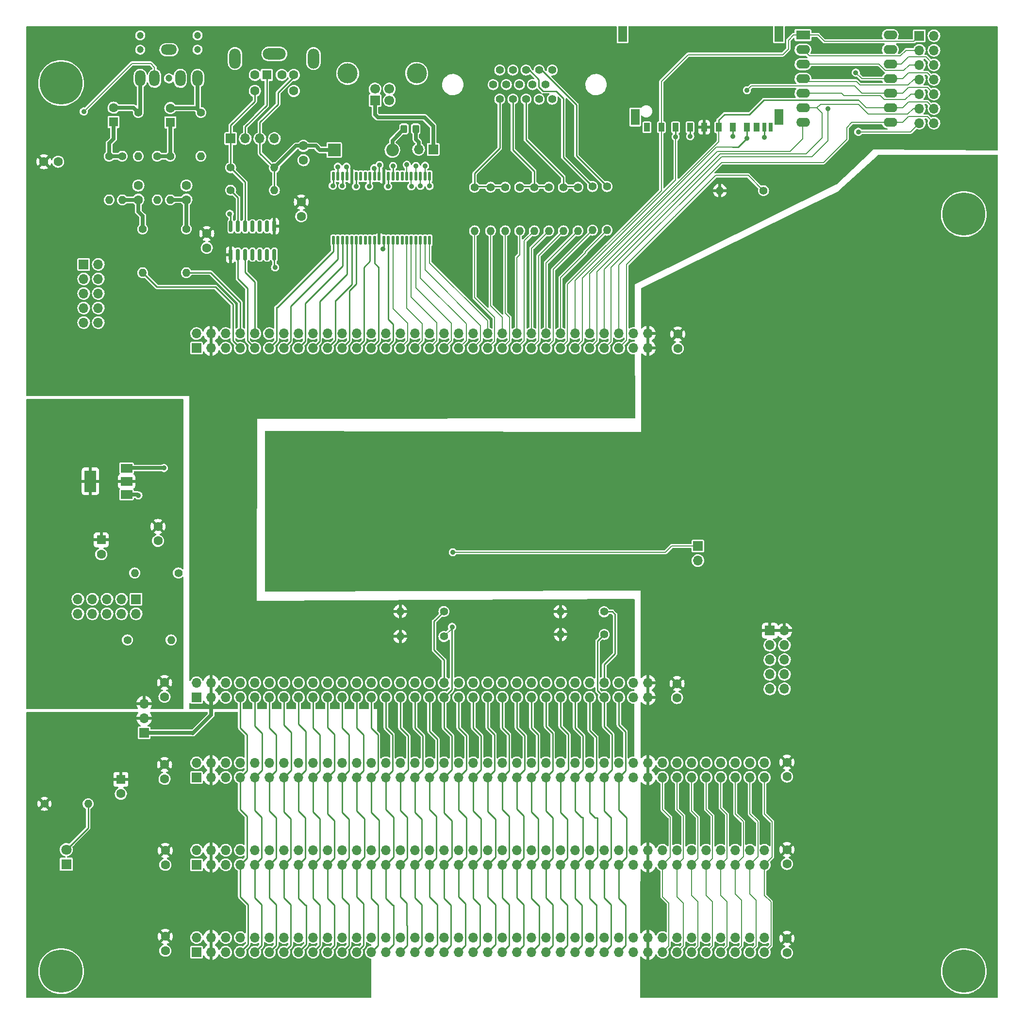
<source format=gtl>
G04 #@! TF.GenerationSoftware,KiCad,Pcbnew,(6.0.1)*
G04 #@! TF.CreationDate,2022-09-18T07:16:19-04:00*
G04 #@! TF.ProjectId,FPGA-ITX-01,46504741-2d49-4545-982d-30312e6b6963,2*
G04 #@! TF.SameCoordinates,Original*
G04 #@! TF.FileFunction,Copper,L1,Top*
G04 #@! TF.FilePolarity,Positive*
%FSLAX46Y46*%
G04 Gerber Fmt 4.6, Leading zero omitted, Abs format (unit mm)*
G04 Created by KiCad (PCBNEW (6.0.1)) date 2022-09-18 07:16:19*
%MOMM*%
%LPD*%
G01*
G04 APERTURE LIST*
G04 Aperture macros list*
%AMRoundRect*
0 Rectangle with rounded corners*
0 $1 Rounding radius*
0 $2 $3 $4 $5 $6 $7 $8 $9 X,Y pos of 4 corners*
0 Add a 4 corners polygon primitive as box body*
4,1,4,$2,$3,$4,$5,$6,$7,$8,$9,$2,$3,0*
0 Add four circle primitives for the rounded corners*
1,1,$1+$1,$2,$3*
1,1,$1+$1,$4,$5*
1,1,$1+$1,$6,$7*
1,1,$1+$1,$8,$9*
0 Add four rect primitives between the rounded corners*
20,1,$1+$1,$2,$3,$4,$5,0*
20,1,$1+$1,$4,$5,$6,$7,0*
20,1,$1+$1,$6,$7,$8,$9,0*
20,1,$1+$1,$8,$9,$2,$3,0*%
G04 Aperture macros list end*
G04 #@! TA.AperFunction,ComponentPad*
%ADD10C,1.400000*%
G04 #@! TD*
G04 #@! TA.AperFunction,ComponentPad*
%ADD11O,1.400000X1.400000*%
G04 #@! TD*
G04 #@! TA.AperFunction,ComponentPad*
%ADD12C,7.500000*%
G04 #@! TD*
G04 #@! TA.AperFunction,SMDPad,CuDef*
%ADD13R,2.000000X1.500000*%
G04 #@! TD*
G04 #@! TA.AperFunction,SMDPad,CuDef*
%ADD14R,2.000000X3.800000*%
G04 #@! TD*
G04 #@! TA.AperFunction,ComponentPad*
%ADD15R,1.700000X1.700000*%
G04 #@! TD*
G04 #@! TA.AperFunction,ComponentPad*
%ADD16O,1.700000X1.700000*%
G04 #@! TD*
G04 #@! TA.AperFunction,ComponentPad*
%ADD17R,1.600000X1.600000*%
G04 #@! TD*
G04 #@! TA.AperFunction,ComponentPad*
%ADD18C,1.600000*%
G04 #@! TD*
G04 #@! TA.AperFunction,ComponentPad*
%ADD19O,4.000000X2.000000*%
G04 #@! TD*
G04 #@! TA.AperFunction,ComponentPad*
%ADD20O,2.000000X3.500000*%
G04 #@! TD*
G04 #@! TA.AperFunction,ComponentPad*
%ADD21R,2.400000X1.600000*%
G04 #@! TD*
G04 #@! TA.AperFunction,ComponentPad*
%ADD22O,2.400000X1.600000*%
G04 #@! TD*
G04 #@! TA.AperFunction,SMDPad,CuDef*
%ADD23R,1.000000X1.500000*%
G04 #@! TD*
G04 #@! TA.AperFunction,SMDPad,CuDef*
%ADD24R,0.700000X1.500000*%
G04 #@! TD*
G04 #@! TA.AperFunction,SMDPad,CuDef*
%ADD25R,1.500000X2.800000*%
G04 #@! TD*
G04 #@! TA.AperFunction,SMDPad,CuDef*
%ADD26RoundRect,0.250000X0.325000X0.450000X-0.325000X0.450000X-0.325000X-0.450000X0.325000X-0.450000X0*%
G04 #@! TD*
G04 #@! TA.AperFunction,SMDPad,CuDef*
%ADD27RoundRect,0.137500X0.137500X-0.625000X0.137500X0.625000X-0.137500X0.625000X-0.137500X-0.625000X0*%
G04 #@! TD*
G04 #@! TA.AperFunction,ComponentPad*
%ADD28C,1.397000*%
G04 #@! TD*
G04 #@! TA.AperFunction,ComponentPad*
%ADD29C,1.700000*%
G04 #@! TD*
G04 #@! TA.AperFunction,ComponentPad*
%ADD30C,3.500000*%
G04 #@! TD*
G04 #@! TA.AperFunction,SMDPad,CuDef*
%ADD31RoundRect,0.150000X0.150000X-0.825000X0.150000X0.825000X-0.150000X0.825000X-0.150000X-0.825000X0*%
G04 #@! TD*
G04 #@! TA.AperFunction,ComponentPad*
%ADD32R,1.800000X1.800000*%
G04 #@! TD*
G04 #@! TA.AperFunction,ComponentPad*
%ADD33C,1.800000*%
G04 #@! TD*
G04 #@! TA.AperFunction,ComponentPad*
%ADD34C,1.200000*%
G04 #@! TD*
G04 #@! TA.AperFunction,ComponentPad*
%ADD35O,1.800000X2.800000*%
G04 #@! TD*
G04 #@! TA.AperFunction,ComponentPad*
%ADD36O,2.800000X1.800000*%
G04 #@! TD*
G04 #@! TA.AperFunction,ComponentPad*
%ADD37R,2.200000X2.200000*%
G04 #@! TD*
G04 #@! TA.AperFunction,ComponentPad*
%ADD38O,2.200000X2.200000*%
G04 #@! TD*
G04 #@! TA.AperFunction,ViaPad*
%ADD39C,0.889000*%
G04 #@! TD*
G04 #@! TA.AperFunction,Conductor*
%ADD40C,0.200000*%
G04 #@! TD*
G04 #@! TA.AperFunction,Conductor*
%ADD41C,0.254000*%
G04 #@! TD*
G04 #@! TA.AperFunction,Conductor*
%ADD42C,0.635000*%
G04 #@! TD*
G04 #@! TA.AperFunction,Conductor*
%ADD43C,0.203200*%
G04 #@! TD*
G04 #@! TA.AperFunction,Conductor*
%ADD44C,0.152400*%
G04 #@! TD*
G04 APERTURE END LIST*
D10*
X236067600Y-142392400D03*
D11*
X228447600Y-142392400D03*
D10*
X236093000Y-146354800D03*
D11*
X228473000Y-146354800D03*
D10*
X208127600Y-142341600D03*
D11*
X200507600Y-142341600D03*
D10*
X208127600Y-146710400D03*
D11*
X200507600Y-146710400D03*
D12*
X141350000Y-50160000D03*
X298830000Y-73020000D03*
X141350000Y-205100000D03*
X298830000Y-205100000D03*
D13*
X152756000Y-121934000D03*
X152756000Y-119634000D03*
X152756000Y-117334000D03*
D14*
X146456000Y-119634000D03*
D10*
X218809845Y-68325745D03*
D11*
X218809845Y-75945745D03*
D10*
X216269845Y-68325745D03*
D11*
X216269845Y-75945745D03*
D10*
X226429845Y-68325745D03*
D11*
X226429845Y-75945745D03*
D10*
X223889845Y-68325745D03*
D11*
X223889845Y-75945745D03*
D10*
X231509845Y-68325745D03*
D11*
X231509845Y-75945745D03*
D10*
X228969845Y-68325745D03*
D11*
X228969845Y-75945745D03*
D10*
X170924500Y-68852500D03*
D11*
X178544500Y-68852500D03*
D10*
X170924500Y-64920500D03*
D11*
X178544500Y-64920500D03*
D15*
X170934500Y-59840500D03*
D16*
X173474500Y-59840500D03*
X176014500Y-59840500D03*
X178554500Y-59840500D03*
D17*
X177234500Y-48729500D03*
D18*
X179834500Y-48729500D03*
X175134500Y-48729500D03*
X181934500Y-48729500D03*
X175134500Y-51529500D03*
X181934500Y-51529500D03*
D19*
X178534500Y-45079500D03*
D20*
X171684500Y-45879500D03*
X185384500Y-45879500D03*
D15*
X164973000Y-96393000D03*
D16*
X164973000Y-93853000D03*
X167513000Y-96393000D03*
X167513000Y-93853000D03*
X170053000Y-96393000D03*
X170053000Y-93853000D03*
X172593000Y-96393000D03*
X172593000Y-93853000D03*
X175133000Y-96393000D03*
X175133000Y-93853000D03*
X177673000Y-96393000D03*
X177673000Y-93853000D03*
X180213000Y-96393000D03*
X180213000Y-93853000D03*
X182753000Y-96393000D03*
X182753000Y-93853000D03*
X185293000Y-96393000D03*
X185293000Y-93853000D03*
X187833000Y-96393000D03*
X187833000Y-93853000D03*
X190373000Y-96393000D03*
X190373000Y-93853000D03*
X192913000Y-96393000D03*
X192913000Y-93853000D03*
X195453000Y-96393000D03*
X195453000Y-93853000D03*
X197993000Y-96393000D03*
X197993000Y-93853000D03*
X200533000Y-96393000D03*
X200533000Y-93853000D03*
X203073000Y-96393000D03*
X203073000Y-93853000D03*
X205613000Y-96393000D03*
X205613000Y-93853000D03*
X208153000Y-96393000D03*
X208153000Y-93853000D03*
X210693000Y-96393000D03*
X210693000Y-93853000D03*
X213233000Y-96393000D03*
X213233000Y-93853000D03*
X215773000Y-96393000D03*
X215773000Y-93853000D03*
X218313000Y-96393000D03*
X218313000Y-93853000D03*
X220853000Y-96393000D03*
X220853000Y-93853000D03*
X223393000Y-96393000D03*
X223393000Y-93853000D03*
X225933000Y-96393000D03*
X225933000Y-93853000D03*
X228473000Y-96393000D03*
X228473000Y-93853000D03*
X231013000Y-96393000D03*
X231013000Y-93853000D03*
X233553000Y-96393000D03*
X233553000Y-93853000D03*
X236093000Y-96393000D03*
X236093000Y-93853000D03*
X238633000Y-96393000D03*
X238633000Y-93853000D03*
X241173000Y-96393000D03*
X241173000Y-93853000D03*
X243713000Y-96393000D03*
X243713000Y-93853000D03*
D15*
X164973000Y-157333000D03*
D16*
X164973000Y-154793000D03*
X167513000Y-157333000D03*
X167513000Y-154793000D03*
X170053000Y-157333000D03*
X170053000Y-154793000D03*
X172593000Y-157333000D03*
X172593000Y-154793000D03*
X175133000Y-157333000D03*
X175133000Y-154793000D03*
X177673000Y-157333000D03*
X177673000Y-154793000D03*
X180213000Y-157333000D03*
X180213000Y-154793000D03*
X182753000Y-157333000D03*
X182753000Y-154793000D03*
X185293000Y-157333000D03*
X185293000Y-154793000D03*
X187833000Y-157333000D03*
X187833000Y-154793000D03*
X190373000Y-157333000D03*
X190373000Y-154793000D03*
X192913000Y-157333000D03*
X192913000Y-154793000D03*
X195453000Y-157333000D03*
X195453000Y-154793000D03*
X197993000Y-157333000D03*
X197993000Y-154793000D03*
X200533000Y-157333000D03*
X200533000Y-154793000D03*
X203073000Y-157333000D03*
X203073000Y-154793000D03*
X205613000Y-157333000D03*
X205613000Y-154793000D03*
X208153000Y-157333000D03*
X208153000Y-154793000D03*
X210693000Y-157333000D03*
X210693000Y-154793000D03*
X213233000Y-157333000D03*
X213233000Y-154793000D03*
X215773000Y-157333000D03*
X215773000Y-154793000D03*
X218313000Y-157333000D03*
X218313000Y-154793000D03*
X220853000Y-157333000D03*
X220853000Y-154793000D03*
X223393000Y-157333000D03*
X223393000Y-154793000D03*
X225933000Y-157333000D03*
X225933000Y-154793000D03*
X228473000Y-157333000D03*
X228473000Y-154793000D03*
X231013000Y-157333000D03*
X231013000Y-154793000D03*
X233553000Y-157333000D03*
X233553000Y-154793000D03*
X236093000Y-157333000D03*
X236093000Y-154793000D03*
X238633000Y-157333000D03*
X238633000Y-154793000D03*
X241173000Y-157333000D03*
X241173000Y-154793000D03*
X243713000Y-157333000D03*
X243713000Y-154793000D03*
D21*
X270764000Y-41783000D03*
D22*
X270764000Y-44323000D03*
X270764000Y-46863000D03*
X270764000Y-49403000D03*
X270764000Y-51943000D03*
X270764000Y-54483000D03*
X270764000Y-57023000D03*
X286004000Y-57023000D03*
X286004000Y-54483000D03*
X286004000Y-51943000D03*
X286004000Y-49403000D03*
X286004000Y-46863000D03*
X286004000Y-44323000D03*
X286004000Y-41783000D03*
D23*
X246053200Y-57882300D03*
X248553200Y-57882300D03*
X251053200Y-57882300D03*
X253553200Y-57882300D03*
X256053200Y-57882300D03*
X258553200Y-57882300D03*
X260973200Y-57882300D03*
X262673200Y-57882300D03*
X243553200Y-57882300D03*
D24*
X264013200Y-57882300D03*
X265153200Y-57882300D03*
D25*
X241483200Y-56082300D03*
X266583200Y-56082300D03*
X266583200Y-41582300D03*
X239283200Y-41582300D03*
D15*
X164973000Y-171303000D03*
D16*
X164973000Y-168763000D03*
X167513000Y-171303000D03*
X167513000Y-168763000D03*
X170053000Y-171303000D03*
X170053000Y-168763000D03*
X172593000Y-171303000D03*
X172593000Y-168763000D03*
X175133000Y-171303000D03*
X175133000Y-168763000D03*
X177673000Y-171303000D03*
X177673000Y-168763000D03*
X180213000Y-171303000D03*
X180213000Y-168763000D03*
X182753000Y-171303000D03*
X182753000Y-168763000D03*
X185293000Y-171303000D03*
X185293000Y-168763000D03*
X187833000Y-171303000D03*
X187833000Y-168763000D03*
X190373000Y-171303000D03*
X190373000Y-168763000D03*
X192913000Y-171303000D03*
X192913000Y-168763000D03*
X195453000Y-171303000D03*
X195453000Y-168763000D03*
X197993000Y-171303000D03*
X197993000Y-168763000D03*
X200533000Y-171303000D03*
X200533000Y-168763000D03*
X203073000Y-171303000D03*
X203073000Y-168763000D03*
X205613000Y-171303000D03*
X205613000Y-168763000D03*
X208153000Y-171303000D03*
X208153000Y-168763000D03*
X210693000Y-171303000D03*
X210693000Y-168763000D03*
X213233000Y-171303000D03*
X213233000Y-168763000D03*
X215773000Y-171303000D03*
X215773000Y-168763000D03*
X218313000Y-171303000D03*
X218313000Y-168763000D03*
X220853000Y-171303000D03*
X220853000Y-168763000D03*
X223393000Y-171303000D03*
X223393000Y-168763000D03*
X225933000Y-171303000D03*
X225933000Y-168763000D03*
X228473000Y-171303000D03*
X228473000Y-168763000D03*
X231013000Y-171303000D03*
X231013000Y-168763000D03*
X233553000Y-171303000D03*
X233553000Y-168763000D03*
X236093000Y-171303000D03*
X236093000Y-168763000D03*
X238633000Y-171303000D03*
X238633000Y-168763000D03*
X241173000Y-171303000D03*
X241173000Y-168763000D03*
X243713000Y-171303000D03*
X243713000Y-168763000D03*
X246253000Y-171303000D03*
X246253000Y-168763000D03*
X248793000Y-171303000D03*
X248793000Y-168763000D03*
X251333000Y-171303000D03*
X251333000Y-168763000D03*
X253873000Y-171303000D03*
X253873000Y-168763000D03*
X256413000Y-171303000D03*
X256413000Y-168763000D03*
X258953000Y-171303000D03*
X258953000Y-168763000D03*
X261493000Y-171303000D03*
X261493000Y-168763000D03*
X264033000Y-171303000D03*
X264033000Y-168763000D03*
D18*
X248798000Y-154930000D03*
X248798000Y-157430000D03*
X267974000Y-168646000D03*
X267974000Y-171146000D03*
X159385000Y-169057000D03*
X159385000Y-171557000D03*
X183242500Y-70904500D03*
X183242500Y-73404500D03*
X166751000Y-76405000D03*
X166751000Y-78905000D03*
D15*
X155829000Y-163499800D03*
D16*
X155829000Y-160959800D03*
X155829000Y-158419800D03*
D26*
X203209000Y-58166000D03*
X201159000Y-58166000D03*
D27*
X188832000Y-77596500D03*
X189632000Y-77596500D03*
X190432000Y-77596500D03*
X191232000Y-77596500D03*
X192032000Y-77596500D03*
X192832000Y-77596500D03*
X193632000Y-77596500D03*
X194432000Y-77596500D03*
X195232000Y-77596500D03*
X196032000Y-77596500D03*
X196832000Y-77596500D03*
X197632000Y-77596500D03*
X198432000Y-77596500D03*
X199232000Y-77596500D03*
X200032000Y-77596500D03*
X200832000Y-77596500D03*
X201632000Y-77596500D03*
X202432000Y-77596500D03*
X203232000Y-77596500D03*
X204032000Y-77596500D03*
X204832000Y-77596500D03*
X205632000Y-77596500D03*
X205632000Y-66421500D03*
X204832000Y-66421500D03*
X204032000Y-66421500D03*
X203232000Y-66421500D03*
X202432000Y-66421500D03*
X201632000Y-66421500D03*
X200832000Y-66421500D03*
X200032000Y-66421500D03*
X199232000Y-66421500D03*
X198432000Y-66421500D03*
X197632000Y-66421500D03*
X196832000Y-66421500D03*
X196032000Y-66421500D03*
X195232000Y-66421500D03*
X194432000Y-66421500D03*
X193632000Y-66421500D03*
X192832000Y-66421500D03*
X192032000Y-66421500D03*
X191232000Y-66421500D03*
X190432000Y-66421500D03*
X189632000Y-66421500D03*
X188832000Y-66421500D03*
D10*
X263880600Y-68935600D03*
D11*
X256260600Y-68935600D03*
D18*
X138322000Y-63876000D03*
X140822000Y-63876000D03*
X158242000Y-127528000D03*
X158242000Y-130028000D03*
D17*
X148336000Y-129858888D03*
D18*
X148336000Y-132358888D03*
D28*
X217862215Y-52970155D03*
X220153295Y-52970155D03*
X222439295Y-52970155D03*
X224732915Y-52970155D03*
X227021455Y-52970155D03*
X216716675Y-50430155D03*
X219007755Y-50430155D03*
X221298835Y-50430155D03*
X223587375Y-50430155D03*
X225878455Y-50430155D03*
X217862215Y-47890155D03*
X220153295Y-47890155D03*
X222441835Y-47892695D03*
X224732915Y-47890155D03*
X227021455Y-47890155D03*
D15*
X196108000Y-53186500D03*
D29*
X198608000Y-53186500D03*
X198608000Y-51186500D03*
X196108000Y-51186500D03*
D30*
X203378000Y-48476500D03*
X191338000Y-48476500D03*
D10*
X158115000Y-62923000D03*
D11*
X158115000Y-70543000D03*
D17*
X151765000Y-171641888D03*
D18*
X151765000Y-174141888D03*
D17*
X160401000Y-57016113D03*
D18*
X160401000Y-54516113D03*
D10*
X155575000Y-75623000D03*
D11*
X155575000Y-83243000D03*
D15*
X164978000Y-201783000D03*
D16*
X164978000Y-199243000D03*
X167518000Y-201783000D03*
X167518000Y-199243000D03*
X170058000Y-201783000D03*
X170058000Y-199243000D03*
X172598000Y-201783000D03*
X172598000Y-199243000D03*
X175138000Y-201783000D03*
X175138000Y-199243000D03*
X177678000Y-201783000D03*
X177678000Y-199243000D03*
X180218000Y-201783000D03*
X180218000Y-199243000D03*
X182758000Y-201783000D03*
X182758000Y-199243000D03*
X185298000Y-201783000D03*
X185298000Y-199243000D03*
X187838000Y-201783000D03*
X187838000Y-199243000D03*
X190378000Y-201783000D03*
X190378000Y-199243000D03*
X192918000Y-201783000D03*
X192918000Y-199243000D03*
X195458000Y-201783000D03*
X195458000Y-199243000D03*
X197998000Y-201783000D03*
X197998000Y-199243000D03*
X200538000Y-201783000D03*
X200538000Y-199243000D03*
X203078000Y-201783000D03*
X203078000Y-199243000D03*
X205618000Y-201783000D03*
X205618000Y-199243000D03*
X208158000Y-201783000D03*
X208158000Y-199243000D03*
X210698000Y-201783000D03*
X210698000Y-199243000D03*
X213238000Y-201783000D03*
X213238000Y-199243000D03*
X215778000Y-201783000D03*
X215778000Y-199243000D03*
X218318000Y-201783000D03*
X218318000Y-199243000D03*
X220858000Y-201783000D03*
X220858000Y-199243000D03*
X223398000Y-201783000D03*
X223398000Y-199243000D03*
X225938000Y-201783000D03*
X225938000Y-199243000D03*
X228478000Y-201783000D03*
X228478000Y-199243000D03*
X231018000Y-201783000D03*
X231018000Y-199243000D03*
X233558000Y-201783000D03*
X233558000Y-199243000D03*
X236098000Y-201783000D03*
X236098000Y-199243000D03*
X238638000Y-201783000D03*
X238638000Y-199243000D03*
X241178000Y-201783000D03*
X241178000Y-199243000D03*
X243718000Y-201783000D03*
X243718000Y-199243000D03*
X246258000Y-201783000D03*
X246258000Y-199243000D03*
X248798000Y-201783000D03*
X248798000Y-199243000D03*
X251338000Y-201783000D03*
X251338000Y-199243000D03*
X253878000Y-201783000D03*
X253878000Y-199243000D03*
X256418000Y-201783000D03*
X256418000Y-199243000D03*
X258958000Y-201783000D03*
X258958000Y-199243000D03*
X261498000Y-201783000D03*
X261498000Y-199243000D03*
X264038000Y-201783000D03*
X264038000Y-199243000D03*
D15*
X145283000Y-81793000D03*
D16*
X147823000Y-81793000D03*
X145283000Y-84333000D03*
X147823000Y-84333000D03*
X145283000Y-86873000D03*
X147823000Y-86873000D03*
X145283000Y-89413000D03*
X147823000Y-89413000D03*
X145283000Y-91953000D03*
X147823000Y-91953000D03*
D10*
X152019000Y-62923000D03*
D11*
X152019000Y-70543000D03*
D10*
X236589845Y-68203745D03*
D11*
X236589845Y-75823745D03*
D10*
X160401000Y-62923000D03*
D11*
X160401000Y-70543000D03*
D15*
X264998200Y-145694400D03*
D16*
X267538200Y-145694400D03*
X264998200Y-148234400D03*
X267538200Y-148234400D03*
X264998200Y-150774400D03*
X267538200Y-150774400D03*
X264998200Y-153314400D03*
X267538200Y-153314400D03*
X264998200Y-155854400D03*
X267538200Y-155854400D03*
D10*
X213475845Y-68325745D03*
D11*
X213475845Y-75945745D03*
D15*
X252444400Y-130932000D03*
D16*
X252444400Y-133472000D03*
D10*
X152908000Y-147320000D03*
D11*
X160528000Y-147320000D03*
D10*
X161798000Y-135636000D03*
D11*
X154178000Y-135636000D03*
D18*
X159385000Y-154731400D03*
X159385000Y-157231400D03*
D10*
X163195000Y-75623000D03*
D11*
X163195000Y-83243000D03*
D15*
X164973000Y-186543000D03*
D16*
X164973000Y-184003000D03*
X167513000Y-186543000D03*
X167513000Y-184003000D03*
X170053000Y-186543000D03*
X170053000Y-184003000D03*
X172593000Y-186543000D03*
X172593000Y-184003000D03*
X175133000Y-186543000D03*
X175133000Y-184003000D03*
X177673000Y-186543000D03*
X177673000Y-184003000D03*
X180213000Y-186543000D03*
X180213000Y-184003000D03*
X182753000Y-186543000D03*
X182753000Y-184003000D03*
X185293000Y-186543000D03*
X185293000Y-184003000D03*
X187833000Y-186543000D03*
X187833000Y-184003000D03*
X190373000Y-186543000D03*
X190373000Y-184003000D03*
X192913000Y-186543000D03*
X192913000Y-184003000D03*
X195453000Y-186543000D03*
X195453000Y-184003000D03*
X197993000Y-186543000D03*
X197993000Y-184003000D03*
X200533000Y-186543000D03*
X200533000Y-184003000D03*
X203073000Y-186543000D03*
X203073000Y-184003000D03*
X205613000Y-186543000D03*
X205613000Y-184003000D03*
X208153000Y-186543000D03*
X208153000Y-184003000D03*
X210693000Y-186543000D03*
X210693000Y-184003000D03*
X213233000Y-186543000D03*
X213233000Y-184003000D03*
X215773000Y-186543000D03*
X215773000Y-184003000D03*
X218313000Y-186543000D03*
X218313000Y-184003000D03*
X220853000Y-186543000D03*
X220853000Y-184003000D03*
X223393000Y-186543000D03*
X223393000Y-184003000D03*
X225933000Y-186543000D03*
X225933000Y-184003000D03*
X228473000Y-186543000D03*
X228473000Y-184003000D03*
X231013000Y-186543000D03*
X231013000Y-184003000D03*
X233553000Y-186543000D03*
X233553000Y-184003000D03*
X236093000Y-186543000D03*
X236093000Y-184003000D03*
X238633000Y-186543000D03*
X238633000Y-184003000D03*
X241173000Y-186543000D03*
X241173000Y-184003000D03*
X243713000Y-186543000D03*
X243713000Y-184003000D03*
X246253000Y-186543000D03*
X246253000Y-184003000D03*
X248793000Y-186543000D03*
X248793000Y-184003000D03*
X251333000Y-186543000D03*
X251333000Y-184003000D03*
X253873000Y-186543000D03*
X253873000Y-184003000D03*
X256413000Y-186543000D03*
X256413000Y-184003000D03*
X258953000Y-186543000D03*
X258953000Y-184003000D03*
X261493000Y-186543000D03*
X261493000Y-184003000D03*
X264033000Y-186543000D03*
X264033000Y-184003000D03*
D18*
X267974000Y-183886000D03*
X267974000Y-186386000D03*
D15*
X154427000Y-140203000D03*
D16*
X154427000Y-142743000D03*
X151887000Y-140203000D03*
X151887000Y-142743000D03*
X149347000Y-140203000D03*
X149347000Y-142743000D03*
X146807000Y-140203000D03*
X146807000Y-142743000D03*
X144267000Y-140203000D03*
X144267000Y-142743000D03*
D17*
X150495000Y-56959000D03*
D18*
X150495000Y-54459000D03*
D10*
X149733000Y-62923000D03*
D11*
X149733000Y-70543000D03*
D15*
X291079000Y-41905000D03*
D16*
X293619000Y-41905000D03*
X291079000Y-44445000D03*
X293619000Y-44445000D03*
X291079000Y-46985000D03*
X293619000Y-46985000D03*
X291079000Y-49525000D03*
X293619000Y-49525000D03*
X291079000Y-52065000D03*
X293619000Y-52065000D03*
X291079000Y-54605000D03*
X293619000Y-54605000D03*
X291079000Y-57145000D03*
X293619000Y-57145000D03*
D10*
X138430000Y-175895000D03*
D11*
X146050000Y-175895000D03*
D10*
X165735000Y-55303000D03*
D11*
X165735000Y-62923000D03*
D31*
X170924500Y-80095500D03*
X172194500Y-80095500D03*
X173464500Y-80095500D03*
X174734500Y-80095500D03*
X176004500Y-80095500D03*
X177274500Y-80095500D03*
X178544500Y-80095500D03*
X178544500Y-75145500D03*
X177274500Y-75145500D03*
X176004500Y-75145500D03*
X174734500Y-75145500D03*
X173464500Y-75145500D03*
X172194500Y-75145500D03*
X170924500Y-75145500D03*
D18*
X163195000Y-70523000D03*
X163195000Y-68023000D03*
D10*
X234049845Y-68203745D03*
D11*
X234049845Y-75823745D03*
D10*
X221349845Y-68325745D03*
D11*
X221349845Y-75945745D03*
D18*
X248924000Y-93950000D03*
X248924000Y-96450000D03*
D32*
X142240000Y-186441000D03*
D33*
X142240000Y-183901000D03*
D18*
X154813000Y-70523000D03*
X154813000Y-68023000D03*
X159512000Y-199029000D03*
X159512000Y-201529000D03*
D34*
X165147000Y-44339000D03*
X160147000Y-49339000D03*
X155147000Y-44339000D03*
X155147000Y-41839000D03*
X165147000Y-41839000D03*
D35*
X165147000Y-49339000D03*
X162147000Y-49339000D03*
D36*
X160147000Y-44339000D03*
D35*
X155147000Y-49339000D03*
X157647000Y-49339000D03*
D15*
X206253000Y-61722000D03*
D16*
X203713000Y-61722000D03*
D18*
X159512000Y-184043000D03*
X159512000Y-186543000D03*
X183624500Y-61110500D03*
X183624500Y-63610500D03*
D37*
X188976000Y-61849000D03*
D38*
X199136000Y-61849000D03*
D18*
X267974000Y-199380000D03*
X267974000Y-201880000D03*
D10*
X154813000Y-55303000D03*
D11*
X154813000Y-62923000D03*
D39*
X197485000Y-79121000D03*
X251104400Y-59436000D03*
X258521200Y-59436000D03*
X196887428Y-64446466D03*
X154838400Y-122097800D03*
X178670500Y-82314500D03*
X253746000Y-59690000D03*
X248553200Y-59548800D03*
X279984200Y-48336200D03*
X260985000Y-59791600D03*
X260985000Y-51409600D03*
X205638400Y-68122800D03*
X204851000Y-64592200D03*
X204038200Y-68097400D03*
X203225400Y-64617600D03*
X202438000Y-68199000D03*
X199263000Y-64643000D03*
X198374000Y-68199000D03*
X195961000Y-65024000D03*
X195072000Y-68199000D03*
X192786000Y-68199000D03*
X191135000Y-64770000D03*
X190385200Y-68072000D03*
X189611000Y-64770000D03*
X188722000Y-68072000D03*
X201650600Y-64414400D03*
X280416000Y-58674000D03*
X275082000Y-54610000D03*
X264013200Y-59659000D03*
X209677000Y-132003800D03*
X209550000Y-145034000D03*
X170764200Y-72974200D03*
X159283400Y-117322600D03*
X255524000Y-83515200D03*
X181610000Y-117348000D03*
X283070300Y-64706500D03*
X254838200Y-82753200D03*
X283070300Y-66306700D03*
X179832000Y-117322600D03*
X254025400Y-81889600D03*
X145288000Y-55118000D03*
D40*
X246751000Y-132003800D02*
X247822800Y-130932000D01*
X252444400Y-130932000D02*
X247822800Y-130932000D01*
X209677000Y-132003800D02*
X246751000Y-132003800D01*
D41*
X234913289Y-147534511D02*
X236093000Y-146354800D01*
X234913289Y-156153289D02*
X234913289Y-147534511D01*
X236093000Y-157333000D02*
X234913289Y-156153289D01*
X237515400Y-142392400D02*
X236067600Y-142392400D01*
X237972600Y-142849600D02*
X237515400Y-142392400D01*
X237972600Y-149733000D02*
X237972600Y-142849600D01*
X236093000Y-151612600D02*
X237972600Y-149733000D01*
X236093000Y-154793000D02*
X236093000Y-151612600D01*
X206400400Y-144068800D02*
X208127600Y-142341600D01*
X206400400Y-149047200D02*
X206400400Y-144068800D01*
X208153000Y-150799800D02*
X206400400Y-149047200D01*
X208153000Y-154793000D02*
X208153000Y-150799800D01*
D40*
X209550000Y-145288000D02*
X209550000Y-145034000D01*
X208127600Y-146710400D02*
X209550000Y-145288000D01*
D41*
X178544500Y-80095500D02*
X178544500Y-82188500D01*
X251053200Y-57882300D02*
X251053200Y-59384800D01*
X258553200Y-57882300D02*
X258553200Y-59404000D01*
X197632000Y-77596500D02*
X197632000Y-78974000D01*
D42*
X154674600Y-121934000D02*
X154838400Y-122097800D01*
D41*
X196832000Y-66421500D02*
X196832000Y-64501894D01*
X197632000Y-78974000D02*
X197485000Y-79121000D01*
X258553200Y-59404000D02*
X258521200Y-59436000D01*
X178544500Y-82188500D02*
X178670500Y-82314500D01*
D42*
X152756000Y-121934000D02*
X154674600Y-121934000D01*
D41*
X251053200Y-59384800D02*
X251104400Y-59436000D01*
X196832000Y-64501894D02*
X196887428Y-64446466D01*
D43*
X253553200Y-57882300D02*
X253553200Y-59497200D01*
D42*
X164327600Y-163561000D02*
X167513000Y-160375600D01*
D43*
X253553200Y-59497200D02*
X253746000Y-59690000D01*
D42*
X167513000Y-160375600D02*
X167513000Y-157333000D01*
X164266400Y-163499800D02*
X155829000Y-163499800D01*
X164327600Y-163561000D02*
X164266400Y-163499800D01*
D43*
X223393000Y-96393000D02*
X224637600Y-95148400D01*
X224637600Y-95148400D02*
X224637600Y-80277990D01*
X224637600Y-80277990D02*
X228969845Y-75945745D01*
X225933000Y-93853000D02*
X225933000Y-81522590D01*
X225933000Y-81522590D02*
X231509845Y-75945745D01*
X220853000Y-93853000D02*
X220853000Y-80594200D01*
X221349845Y-75945745D02*
X221349845Y-80097355D01*
X221349845Y-80097355D02*
X220853000Y-80594200D01*
X223393000Y-93853000D02*
X223393000Y-78982590D01*
X223393000Y-78982590D02*
X226429845Y-75945745D01*
X216966800Y-91059000D02*
X216966800Y-95199200D01*
X213475845Y-75945745D02*
X213475845Y-87568045D01*
X213475845Y-87568045D02*
X216966800Y-91059000D01*
X216966800Y-95199200D02*
X215773000Y-96393000D01*
X218809845Y-75945745D02*
X218809845Y-90285845D01*
X219583000Y-95123000D02*
X219583000Y-91059000D01*
X218313000Y-96393000D02*
X219583000Y-95123000D01*
X218809845Y-90285845D02*
X219583000Y-91059000D01*
X248553200Y-67041800D02*
X248553200Y-57882300D01*
X286004000Y-49403000D02*
X288130378Y-49403000D01*
X292464689Y-48370689D02*
X293619000Y-49525000D01*
X289162689Y-48370689D02*
X292464689Y-48370689D01*
X286004000Y-49403000D02*
X281051000Y-49403000D01*
X288130378Y-49403000D02*
X289162689Y-48370689D01*
D41*
X248553200Y-57882300D02*
X248553200Y-59548800D01*
D43*
X231013000Y-93853000D02*
X231013000Y-84582000D01*
X231013000Y-84582000D02*
X248553200Y-67041800D01*
X281051000Y-49403000D02*
X279984200Y-48336200D01*
X229692200Y-85318600D02*
X246053200Y-68957600D01*
X291079000Y-41905000D02*
X290096680Y-42887320D01*
X228473000Y-96393000D02*
X229692200Y-95173800D01*
X229692200Y-95173800D02*
X229692200Y-85318600D01*
X273431000Y-41783000D02*
X270764000Y-41783000D01*
X246053200Y-49856800D02*
X250698000Y-45212000D01*
X250698000Y-45212000D02*
X267208000Y-45212000D01*
X246053200Y-57882300D02*
X246053200Y-49856800D01*
X269113000Y-41783000D02*
X270764000Y-41783000D01*
X268224000Y-42672000D02*
X269113000Y-41783000D01*
X246053200Y-68957600D02*
X246053200Y-57882300D01*
X274535320Y-42887320D02*
X273431000Y-41783000D01*
X268224000Y-44196000D02*
X268224000Y-42672000D01*
X290096680Y-42887320D02*
X274535320Y-42887320D01*
X267208000Y-45212000D02*
X268224000Y-44196000D01*
X232257600Y-84175600D02*
X256053200Y-60380000D01*
D41*
X261439422Y-55626000D02*
X263942711Y-53122711D01*
X256053200Y-57882300D02*
X256053200Y-56620800D01*
D43*
X231013000Y-96393000D02*
X232257600Y-95148400D01*
X286004000Y-54483000D02*
X288163000Y-54483000D01*
X286004000Y-54483000D02*
X281813000Y-54483000D01*
D41*
X256053200Y-56620800D02*
X257048000Y-55626000D01*
D43*
X292464689Y-53450689D02*
X293619000Y-54605000D01*
X232257600Y-95148400D02*
X232257600Y-84175600D01*
X256053200Y-60380000D02*
X256053200Y-57882300D01*
D41*
X257048000Y-55626000D02*
X261439422Y-55626000D01*
D43*
X281813000Y-54483000D02*
X280452711Y-53122711D01*
X288163000Y-54483000D02*
X289195311Y-53450689D01*
D41*
X263942711Y-53122711D02*
X280452711Y-53122711D01*
D43*
X289195311Y-53450689D02*
X292464689Y-53450689D01*
X286004000Y-51943000D02*
X281051000Y-51943000D01*
X286004000Y-51943000D02*
X288163000Y-51943000D01*
D41*
X260973200Y-57882300D02*
X260973200Y-59778000D01*
D43*
X279781000Y-50673000D02*
X261747000Y-50673000D01*
X292464689Y-50910689D02*
X293619000Y-52065000D01*
D41*
X260985000Y-59791600D02*
X259461000Y-61315600D01*
D43*
X289195311Y-50910689D02*
X292464689Y-50910689D01*
X233553000Y-93853000D02*
X233553000Y-83454258D01*
D41*
X259461000Y-61315600D02*
X258419600Y-61315600D01*
D43*
X261747000Y-50673000D02*
X261721600Y-50673000D01*
X281051000Y-51943000D02*
X279781000Y-50673000D01*
X255691658Y-61315600D02*
X258419600Y-61315600D01*
X288163000Y-51943000D02*
X289195311Y-50910689D01*
X261721600Y-50673000D02*
X260985000Y-51409600D01*
X233553000Y-83454258D02*
X255691658Y-61315600D01*
D41*
X175133000Y-96393000D02*
X173863000Y-95123000D01*
X173863000Y-85963200D02*
X172194500Y-84294700D01*
X173863000Y-95123000D02*
X173863000Y-85963200D01*
X172194500Y-84294700D02*
X172194500Y-80095500D01*
X173464500Y-83151700D02*
X173464500Y-80095500D01*
X175133000Y-84820200D02*
X173464500Y-83151700D01*
X175133000Y-93853000D02*
X175133000Y-84820200D01*
X234732711Y-164275289D02*
X234732711Y-170123289D01*
X234737711Y-193480289D02*
X234737711Y-200603289D01*
X233553000Y-171303000D02*
X233553000Y-177385000D01*
X233553000Y-177385000D02*
X234486711Y-178318711D01*
X233553000Y-157333000D02*
X233553000Y-163095578D01*
X234662289Y-193480289D02*
X234737711Y-193480289D01*
X234913289Y-178318711D02*
X234913289Y-185182711D01*
X233553000Y-192371000D02*
X234662289Y-193480289D01*
X234732711Y-170123289D02*
X233553000Y-171303000D01*
X234737711Y-200603289D02*
X233558000Y-201783000D01*
X233553000Y-186543000D02*
X233553000Y-192371000D01*
X234486711Y-178318711D02*
X234913289Y-178318711D01*
X233553000Y-163095578D02*
X234732711Y-164275289D01*
X234913289Y-185182711D02*
X233553000Y-186543000D01*
X237277711Y-200603289D02*
X236098000Y-201783000D01*
X237207289Y-178245289D02*
X237272711Y-178245289D01*
X236093000Y-177131000D02*
X237207289Y-178245289D01*
X237272711Y-185363289D02*
X236093000Y-186543000D01*
X237272711Y-178245289D02*
X237272711Y-185363289D01*
X236093000Y-171303000D02*
X236093000Y-177131000D01*
X236093000Y-171303000D02*
X237453289Y-169942711D01*
X237277711Y-193480289D02*
X237277711Y-200603289D01*
X237453289Y-169942711D02*
X237453289Y-163759289D01*
X236093000Y-192295578D02*
X237277711Y-193480289D01*
X237453289Y-163759289D02*
X236093000Y-162399000D01*
X236093000Y-186543000D02*
X236093000Y-192295578D01*
X236093000Y-162399000D02*
X236093000Y-157333000D01*
X190373000Y-171303000D02*
X190373000Y-177385000D01*
X190373000Y-186543000D02*
X190373000Y-192295578D01*
X190373000Y-177385000D02*
X191552711Y-178564711D01*
X191552711Y-163832711D02*
X191552711Y-170123289D01*
X190373000Y-157333000D02*
X190373000Y-162653000D01*
X191557711Y-200603289D02*
X190378000Y-201783000D01*
X190373000Y-192295578D02*
X191557711Y-193480289D01*
X191552711Y-170123289D02*
X190373000Y-171303000D01*
X191552711Y-185363289D02*
X190373000Y-186543000D01*
X191552711Y-178564711D02*
X191552711Y-185363289D01*
X190373000Y-162653000D02*
X191552711Y-163832711D01*
X191557711Y-193480289D02*
X191557711Y-200603289D01*
X194097711Y-200603289D02*
X192918000Y-201783000D01*
X192913000Y-192125000D02*
X194089711Y-193301711D01*
X192913000Y-171303000D02*
X192913000Y-177131000D01*
X194092711Y-170123289D02*
X192913000Y-171303000D01*
X194092711Y-163832711D02*
X194092711Y-170123289D01*
X194097711Y-193301711D02*
X194097711Y-200603289D01*
X192913000Y-157333000D02*
X192913000Y-162653000D01*
X192913000Y-162653000D02*
X194092711Y-163832711D01*
X194273289Y-178491289D02*
X194273289Y-185182711D01*
X192913000Y-186543000D02*
X192913000Y-192125000D01*
X192913000Y-177131000D02*
X194273289Y-178491289D01*
X194089711Y-193301711D02*
X194097711Y-193301711D01*
X194273289Y-185182711D02*
X192913000Y-186543000D01*
X196813289Y-185182711D02*
X195453000Y-186543000D01*
X195453000Y-192371000D02*
X196637711Y-193555711D01*
X195453000Y-186543000D02*
X195453000Y-192371000D01*
X195453000Y-171303000D02*
X195453000Y-177385000D01*
X196637711Y-193555711D02*
X196637711Y-200603289D01*
X196637711Y-200603289D02*
X195458000Y-201783000D01*
X195453000Y-162653000D02*
X196632711Y-163832711D01*
X196632711Y-170123289D02*
X195453000Y-171303000D01*
X196813289Y-178745289D02*
X196813289Y-185182711D01*
X196632711Y-163832711D02*
X196632711Y-170123289D01*
X195453000Y-157333000D02*
X195453000Y-162653000D01*
X195453000Y-177385000D02*
X196813289Y-178745289D01*
X199353289Y-185182711D02*
X197993000Y-186543000D01*
X199175711Y-193553711D02*
X199358289Y-193553711D01*
X197993000Y-186543000D02*
X197993000Y-192371000D01*
X197993000Y-176877000D02*
X199353289Y-178237289D01*
X197993000Y-192371000D02*
X199175711Y-193553711D01*
X199353289Y-178237289D02*
X199353289Y-185182711D01*
X197993000Y-171303000D02*
X197993000Y-176877000D01*
X199358289Y-193553711D02*
X199358289Y-200422711D01*
X197993000Y-162653000D02*
X199172711Y-163832711D01*
X199358289Y-200422711D02*
X197998000Y-201783000D01*
X197993000Y-157333000D02*
X197993000Y-162653000D01*
X199172711Y-163832711D02*
X199172711Y-170123289D01*
X199172711Y-170123289D02*
X197993000Y-171303000D01*
X200533000Y-177065578D02*
X201712711Y-178245289D01*
X201666000Y-193250000D02*
X201666000Y-197088000D01*
X200533000Y-192117000D02*
X201666000Y-193250000D01*
X201717711Y-197139711D02*
X201717711Y-200603289D01*
X200533000Y-171303000D02*
X200533000Y-177065578D01*
X201712711Y-178245289D02*
X201712711Y-185363289D01*
X201893289Y-169942711D02*
X200533000Y-171303000D01*
X200533000Y-162653000D02*
X201893289Y-164013289D01*
X200533000Y-157333000D02*
X200533000Y-162653000D01*
X201712711Y-185363289D02*
X200533000Y-186543000D01*
X201893289Y-164013289D02*
X201893289Y-169942711D01*
X200533000Y-186543000D02*
X200533000Y-192117000D01*
X201717711Y-200603289D02*
X200538000Y-201783000D01*
X201666000Y-197088000D02*
X201717711Y-197139711D01*
X204257711Y-193480289D02*
X204257711Y-200603289D01*
X204433289Y-169942711D02*
X203073000Y-171303000D01*
X204252711Y-178564711D02*
X204252711Y-185363289D01*
X203073000Y-171303000D02*
X203073000Y-177385000D01*
X203073000Y-192295578D02*
X204257711Y-193480289D01*
X203073000Y-157333000D02*
X203073000Y-162653000D01*
X203073000Y-177385000D02*
X204252711Y-178564711D01*
X204257711Y-200603289D02*
X203078000Y-201783000D01*
X203073000Y-162653000D02*
X204433289Y-164013289D01*
X204252711Y-185363289D02*
X203073000Y-186543000D01*
X204433289Y-164013289D02*
X204433289Y-169942711D01*
X203073000Y-186543000D02*
X203073000Y-192295578D01*
X206792711Y-185363289D02*
X205613000Y-186543000D01*
X206792711Y-178056711D02*
X206792711Y-185363289D01*
X205613000Y-176877000D02*
X206792711Y-178056711D01*
X205613000Y-163242422D02*
X206973289Y-164602711D01*
X205613000Y-171303000D02*
X205613000Y-176877000D01*
X206978289Y-193482289D02*
X206978289Y-200422711D01*
X206973289Y-164602711D02*
X206973289Y-169942711D01*
X206973289Y-169942711D02*
X205613000Y-171303000D01*
X205613000Y-186543000D02*
X205613000Y-192117000D01*
X205613000Y-192117000D02*
X206978289Y-193482289D01*
X205613000Y-157333000D02*
X205613000Y-163242422D01*
X206978289Y-200422711D02*
X205618000Y-201783000D01*
X210693000Y-157333000D02*
X210693000Y-162653000D01*
X212053289Y-169942711D02*
X210693000Y-171303000D01*
X210693000Y-186543000D02*
X210693000Y-192117000D01*
X210693000Y-192117000D02*
X211877711Y-193301711D01*
X212053289Y-164013289D02*
X212053289Y-169942711D01*
X210693000Y-171303000D02*
X210693000Y-176958422D01*
X212053289Y-185182711D02*
X210693000Y-186543000D01*
X211877711Y-193301711D02*
X211877711Y-200603289D01*
X210693000Y-176958422D02*
X212053289Y-178318711D01*
X210693000Y-162653000D02*
X212053289Y-164013289D01*
X212053289Y-178318711D02*
X212053289Y-185182711D01*
X211877711Y-200603289D02*
X210698000Y-201783000D01*
X214417711Y-200603289D02*
X213238000Y-201783000D01*
X213233000Y-171303000D02*
X213233000Y-177131000D01*
X213233000Y-157333000D02*
X213233000Y-162653000D01*
X214593289Y-178491289D02*
X214593289Y-185182711D01*
X213233000Y-177131000D02*
X214593289Y-178491289D01*
X213233000Y-186543000D02*
X213233000Y-192371000D01*
X213233000Y-192371000D02*
X214417711Y-193555711D01*
X214593289Y-185182711D02*
X213233000Y-186543000D01*
X214417711Y-193555711D02*
X214417711Y-200603289D01*
X214593289Y-164013289D02*
X214593289Y-169942711D01*
X213233000Y-162653000D02*
X214593289Y-164013289D01*
X214593289Y-169942711D02*
X213233000Y-171303000D01*
X215773000Y-192117000D02*
X217138289Y-193482289D01*
X217133289Y-178572711D02*
X217133289Y-185182711D01*
X215773000Y-157333000D02*
X215773000Y-162653000D01*
X217138289Y-200422711D02*
X215778000Y-201783000D01*
X215773000Y-171303000D02*
X215773000Y-177212422D01*
X217133289Y-185182711D02*
X215773000Y-186543000D01*
X217138289Y-193482289D02*
X217138289Y-200422711D01*
X215773000Y-162653000D02*
X216952711Y-163832711D01*
X215773000Y-177212422D02*
X217133289Y-178572711D01*
X216952711Y-170123289D02*
X215773000Y-171303000D01*
X216952711Y-163832711D02*
X216952711Y-170123289D01*
X215773000Y-186543000D02*
X215773000Y-192117000D01*
X219497711Y-193480289D02*
X219497711Y-200603289D01*
X218313000Y-176877000D02*
X219492711Y-178056711D01*
X218313000Y-192295578D02*
X219497711Y-193480289D01*
X219492711Y-163832711D02*
X219492711Y-170123289D01*
X219492711Y-178056711D02*
X219492711Y-185363289D01*
X219497711Y-200603289D02*
X218318000Y-201783000D01*
X218313000Y-157333000D02*
X218313000Y-162653000D01*
X219492711Y-185363289D02*
X218313000Y-186543000D01*
X219492711Y-170123289D02*
X218313000Y-171303000D01*
X218313000Y-171303000D02*
X218313000Y-176877000D01*
X218313000Y-162653000D02*
X219492711Y-163832711D01*
X218313000Y-186543000D02*
X218313000Y-192295578D01*
X220853000Y-157333000D02*
X220853000Y-162653000D01*
X222037711Y-193480289D02*
X222037711Y-200603289D01*
X220853000Y-176811578D02*
X222032711Y-177991289D01*
X220853000Y-171303000D02*
X220853000Y-176811578D01*
X222032711Y-177991289D02*
X222032711Y-185363289D01*
X222037711Y-200603289D02*
X220858000Y-201783000D01*
X222213289Y-164013289D02*
X222213289Y-169942711D01*
X220853000Y-162653000D02*
X222213289Y-164013289D01*
X222032711Y-185363289D02*
X220853000Y-186543000D01*
X220853000Y-192295578D02*
X222037711Y-193480289D01*
X220853000Y-186543000D02*
X220853000Y-192295578D01*
X222213289Y-169942711D02*
X220853000Y-171303000D01*
X223393000Y-157333000D02*
X223393000Y-162653000D01*
X224758289Y-193736289D02*
X224758289Y-200422711D01*
X223393000Y-186543000D02*
X223393000Y-192371000D01*
X224572711Y-185363289D02*
X223393000Y-186543000D01*
X223393000Y-192371000D02*
X224758289Y-193736289D01*
X224572711Y-178499289D02*
X224572711Y-185363289D01*
X224758289Y-200422711D02*
X223398000Y-201783000D01*
X224572711Y-170123289D02*
X223393000Y-171303000D01*
X224572711Y-163832711D02*
X224572711Y-170123289D01*
X223393000Y-177319578D02*
X224572711Y-178499289D01*
X223393000Y-171303000D02*
X223393000Y-177319578D01*
X223393000Y-162653000D02*
X224572711Y-163832711D01*
X227117711Y-193480289D02*
X227117711Y-200603289D01*
X225933000Y-192295578D02*
X227117711Y-193480289D01*
X227112711Y-178310711D02*
X227112711Y-185363289D01*
X225933000Y-171303000D02*
X225933000Y-177131000D01*
X227112711Y-170123289D02*
X225933000Y-171303000D01*
X227112711Y-163578711D02*
X227112711Y-170123289D01*
X225933000Y-186543000D02*
X225933000Y-192295578D01*
X225933000Y-162399000D02*
X227112711Y-163578711D01*
X225933000Y-177131000D02*
X227112711Y-178310711D01*
X227117711Y-200603289D02*
X225938000Y-201783000D01*
X227112711Y-185363289D02*
X225933000Y-186543000D01*
X225933000Y-157333000D02*
X225933000Y-162399000D01*
X228473000Y-171303000D02*
X228473000Y-177385000D01*
X228473000Y-171303000D02*
X229833289Y-169942711D01*
X228473000Y-192371000D02*
X229657711Y-193555711D01*
X228473000Y-162399000D02*
X228473000Y-157333000D01*
X229652711Y-178564711D02*
X229652711Y-185363289D01*
X229657711Y-200603289D02*
X228478000Y-201783000D01*
X229657711Y-193555711D02*
X229657711Y-200603289D01*
X228473000Y-177385000D02*
X229652711Y-178564711D01*
X229833289Y-163759289D02*
X228473000Y-162399000D01*
X229833289Y-169942711D02*
X229833289Y-163759289D01*
X228473000Y-186543000D02*
X228473000Y-192371000D01*
X229652711Y-185363289D02*
X228473000Y-186543000D01*
X232373289Y-178237289D02*
X232373289Y-185182711D01*
X231013000Y-186543000D02*
X231013000Y-192371000D01*
X232119289Y-178237289D02*
X232373289Y-178237289D01*
X232197711Y-193555711D02*
X232197711Y-200603289D01*
X232373289Y-169942711D02*
X232373289Y-164013289D01*
X231013000Y-177131000D02*
X232119289Y-178237289D01*
X232197711Y-200603289D02*
X231018000Y-201783000D01*
X232373289Y-185182711D02*
X231013000Y-186543000D01*
X231013000Y-171303000D02*
X231013000Y-177131000D01*
X231013000Y-162653000D02*
X232373289Y-164013289D01*
X231013000Y-192371000D02*
X232197711Y-193555711D01*
X231013000Y-171303000D02*
X232373289Y-169942711D01*
X231013000Y-157333000D02*
X231013000Y-162653000D01*
D43*
X232816400Y-79781400D02*
X232816400Y-79597190D01*
X228473000Y-93853000D02*
X228473000Y-84124800D01*
X228473000Y-84124800D02*
X232816400Y-79781400D01*
X232816400Y-79597190D02*
X236589845Y-75823745D01*
X227177600Y-95148400D02*
X227177600Y-82695990D01*
X225933000Y-96393000D02*
X227177600Y-95148400D01*
X227177600Y-82695990D02*
X234049845Y-75823745D01*
X205632000Y-77596500D02*
X205632000Y-81527600D01*
X205632000Y-81527600D02*
X215773000Y-91668600D01*
X215773000Y-91668600D02*
X215773000Y-93853000D01*
X205632000Y-66421500D02*
X205632000Y-68116400D01*
X205632000Y-68116400D02*
X205638400Y-68122800D01*
X204832000Y-82759600D02*
X204832000Y-77596500D01*
X214528400Y-95097600D02*
X214528400Y-92456000D01*
X214528400Y-92456000D02*
X204832000Y-82759600D01*
X213233000Y-96393000D02*
X214528400Y-95097600D01*
X204851000Y-64592200D02*
X204851000Y-66402500D01*
X204032000Y-84144000D02*
X212013800Y-92125800D01*
X204032000Y-77596500D02*
X204032000Y-84144000D01*
X212013800Y-95072200D02*
X210693000Y-96393000D01*
X212013800Y-92125800D02*
X212013800Y-95072200D01*
X204032000Y-66421500D02*
X204032000Y-68091200D01*
X204032000Y-68091200D02*
X204038200Y-68097400D01*
X203232000Y-85909400D02*
X203232000Y-77596500D01*
X209423000Y-95123000D02*
X209423000Y-92100400D01*
X208153000Y-96393000D02*
X209423000Y-95123000D01*
X209423000Y-92100400D02*
X203232000Y-85909400D01*
X203232000Y-64624200D02*
X203225400Y-64617600D01*
X203232000Y-66421500D02*
X203232000Y-64624200D01*
X206883000Y-95123000D02*
X206883000Y-91973400D01*
X205613000Y-96393000D02*
X206883000Y-95123000D01*
X202432000Y-87522400D02*
X202432000Y-77596500D01*
X206883000Y-91973400D02*
X202432000Y-87522400D01*
X202432000Y-66421500D02*
X202432000Y-68193000D01*
X202432000Y-68193000D02*
X202438000Y-68199000D01*
X201777600Y-92024200D02*
X199232000Y-89478600D01*
X199232000Y-89478600D02*
X199232000Y-77596500D01*
X201777600Y-95148400D02*
X201777600Y-92024200D01*
X200533000Y-96393000D02*
X201777600Y-95148400D01*
D41*
X199232000Y-64674000D02*
X199263000Y-64643000D01*
X199232000Y-66421500D02*
X199232000Y-64674000D01*
X199263000Y-92202000D02*
X199263000Y-95123000D01*
X198432000Y-91371000D02*
X199263000Y-92202000D01*
X198432000Y-77596500D02*
X198432000Y-91371000D01*
X199263000Y-95123000D02*
X197993000Y-96393000D01*
X198432000Y-68141000D02*
X198374000Y-68199000D01*
X198432000Y-66421500D02*
X198432000Y-68141000D01*
X196032000Y-81590000D02*
X196032000Y-77596500D01*
X196723000Y-95123000D02*
X196723000Y-82281000D01*
X196723000Y-82281000D02*
X196032000Y-81590000D01*
X195453000Y-96393000D02*
X196723000Y-95123000D01*
X196032000Y-66421500D02*
X196032000Y-65095000D01*
X196032000Y-65095000D02*
X195961000Y-65024000D01*
X194183000Y-95123000D02*
X194183000Y-82296000D01*
X194183000Y-82296000D02*
X195232000Y-81247000D01*
X192913000Y-96393000D02*
X194183000Y-95123000D01*
X195232000Y-81247000D02*
X195232000Y-77596500D01*
X195232000Y-68039000D02*
X195072000Y-68199000D01*
X195232000Y-66421500D02*
X195232000Y-68039000D01*
X192832000Y-85171000D02*
X191643000Y-86360000D01*
X191643000Y-95123000D02*
X190373000Y-96393000D01*
X191643000Y-86360000D02*
X191643000Y-95123000D01*
X192832000Y-77596500D02*
X192832000Y-85171000D01*
X192832000Y-66421500D02*
X192832000Y-68153000D01*
X192832000Y-68153000D02*
X192786000Y-68199000D01*
X189193289Y-88101289D02*
X189193289Y-95032711D01*
X192032000Y-85325100D02*
X189255811Y-88101289D01*
X189255811Y-88101289D02*
X189193289Y-88101289D01*
X192032000Y-77596500D02*
X192032000Y-85325100D01*
X189193289Y-95032711D02*
X187833000Y-96393000D01*
X191232000Y-64867000D02*
X191135000Y-64770000D01*
X191232000Y-66421500D02*
X191232000Y-64867000D01*
X191232000Y-83469000D02*
X186472711Y-88228289D01*
X186472711Y-95213289D02*
X185293000Y-96393000D01*
X191232000Y-77596500D02*
X191232000Y-83469000D01*
X186472711Y-88228289D02*
X186472711Y-95213289D01*
X190432000Y-66421500D02*
X190432000Y-68025200D01*
X190432000Y-68025200D02*
X190385200Y-68072000D01*
X190432000Y-82110000D02*
X183932711Y-88609289D01*
X183932711Y-95213289D02*
X182753000Y-96393000D01*
X190432000Y-77596500D02*
X190432000Y-82110000D01*
X183932711Y-88609289D02*
X183932711Y-95213289D01*
X189632000Y-66421500D02*
X189632000Y-64791000D01*
X189632000Y-64791000D02*
X189611000Y-64770000D01*
X181392711Y-95213289D02*
X181392711Y-89117289D01*
X180213000Y-96393000D02*
X181392711Y-95213289D01*
X189632000Y-80878000D02*
X181392711Y-89117289D01*
X189632000Y-77596500D02*
X189632000Y-80878000D01*
X188832000Y-67962000D02*
X188722000Y-68072000D01*
X188832000Y-66421500D02*
X188832000Y-67962000D01*
X188832000Y-77596500D02*
X188832000Y-79519000D01*
X178943000Y-89281000D02*
X178943000Y-95123000D01*
X188832000Y-79519000D02*
X179070000Y-89281000D01*
X178943000Y-95123000D02*
X177673000Y-96393000D01*
X179070000Y-89281000D02*
X178943000Y-89281000D01*
D43*
X204368400Y-92151200D02*
X201632000Y-89414800D01*
X203073000Y-96393000D02*
X204368400Y-95097600D01*
X201632000Y-89414800D02*
X201632000Y-77596500D01*
X204368400Y-95097600D02*
X204368400Y-92151200D01*
X201632000Y-64433000D02*
X201650600Y-64414400D01*
X201632000Y-66421500D02*
X201632000Y-64433000D01*
D41*
X238633000Y-192371000D02*
X239817711Y-193555711D01*
X239812711Y-170123289D02*
X238633000Y-171303000D01*
X238633000Y-171303000D02*
X238633000Y-176958422D01*
X238633000Y-186543000D02*
X238633000Y-192371000D01*
X238633000Y-157333000D02*
X238633000Y-162145000D01*
X239993289Y-178318711D02*
X239993289Y-185182711D01*
X238633000Y-162145000D02*
X239812711Y-163324711D01*
X239993289Y-185182711D02*
X238633000Y-186543000D01*
X238633000Y-176958422D02*
X239993289Y-178318711D01*
X239812711Y-163324711D02*
X239812711Y-170123289D01*
X239817711Y-193555711D02*
X239817711Y-200603289D01*
X239817711Y-200603289D02*
X238638000Y-201783000D01*
D43*
X289024622Y-55587320D02*
X290006942Y-54605000D01*
X274066000Y-59690000D02*
X274066000Y-55372000D01*
X236093000Y-93853000D02*
X236093000Y-82702400D01*
X236093000Y-82702400D02*
X256311400Y-62484000D01*
X273812000Y-53848000D02*
X280416000Y-53848000D01*
X282155320Y-55587320D02*
X289024622Y-55587320D01*
X274066000Y-55372000D02*
X273177000Y-54483000D01*
X273177000Y-54483000D02*
X273812000Y-53848000D01*
X280416000Y-53848000D02*
X282155320Y-55587320D01*
X271272000Y-62484000D02*
X274066000Y-59690000D01*
X273177000Y-54483000D02*
X270764000Y-54483000D01*
X256311400Y-62484000D02*
X271272000Y-62484000D01*
X290006942Y-54605000D02*
X291079000Y-54605000D01*
X280416000Y-58674000D02*
X289550000Y-58674000D01*
X268554200Y-62077600D02*
X270713200Y-59918600D01*
X270713200Y-59918600D02*
X270713200Y-57023000D01*
X233553000Y-96393000D02*
X234823000Y-95123000D01*
X234823000Y-95123000D02*
X234823000Y-83108800D01*
X255854200Y-62077600D02*
X268554200Y-62077600D01*
X289550000Y-58674000D02*
X291079000Y-57145000D01*
X234823000Y-83108800D02*
X255854200Y-62077600D01*
X284250920Y-52348920D02*
X284949320Y-53047320D01*
X288582680Y-53047320D02*
X289565000Y-52065000D01*
X284949320Y-53047320D02*
X288582680Y-53047320D01*
X289565000Y-52065000D02*
X291079000Y-52065000D01*
X237247311Y-82284689D02*
X256540000Y-62992000D01*
X237247311Y-95238689D02*
X237247311Y-82284689D01*
X277900920Y-52348920D02*
X284250920Y-52348920D01*
X275082000Y-60198000D02*
X275082000Y-54610000D01*
X277495000Y-51943000D02*
X277900920Y-52348920D01*
X236093000Y-96393000D02*
X237247311Y-95238689D01*
X270764000Y-51943000D02*
X277495000Y-51943000D01*
X256540000Y-62992000D02*
X272288000Y-62992000D01*
X272288000Y-62992000D02*
X275082000Y-60198000D01*
X238633000Y-96393000D02*
X240004600Y-95021400D01*
X248494250Y-73310450D02*
X248507550Y-73310450D01*
X248507550Y-73297151D02*
X255530051Y-66274650D01*
X240004600Y-95021400D02*
X240004600Y-81800101D01*
D41*
X264013200Y-57882300D02*
X264013200Y-59659000D01*
D43*
X255530051Y-66274650D02*
X261219650Y-66274650D01*
X261219650Y-66274650D02*
X263880600Y-68935600D01*
X248507550Y-73310450D02*
X248507550Y-73297151D01*
X240004600Y-81800101D02*
X248494250Y-73310450D01*
D41*
X209513289Y-178826711D02*
X209513289Y-185182711D01*
X208153000Y-162653000D02*
X209513289Y-164013289D01*
X209513289Y-185182711D02*
X208153000Y-186543000D01*
X209513289Y-145070711D02*
X209550000Y-145034000D01*
X208153000Y-186543000D02*
X208153000Y-192371000D01*
X209337711Y-200603289D02*
X208158000Y-201783000D01*
X209513289Y-169942711D02*
X208153000Y-171303000D01*
X208153000Y-171303000D02*
X208153000Y-177466422D01*
X209337711Y-193555711D02*
X209337711Y-200603289D01*
X208153000Y-157333000D02*
X208153000Y-162653000D01*
X209513289Y-155972711D02*
X209513289Y-145070711D01*
X208153000Y-177466422D02*
X209513289Y-178826711D01*
X209513289Y-164013289D02*
X209513289Y-169942711D01*
X208153000Y-192371000D02*
X209337711Y-193555711D01*
X208153000Y-157333000D02*
X209513289Y-155972711D01*
D43*
X238633000Y-81915000D02*
X256540000Y-64008000D01*
X256540000Y-64008000D02*
X274320000Y-64008000D01*
X279273000Y-57023000D02*
X278384000Y-57912000D01*
X286004000Y-57023000D02*
X279273000Y-57023000D01*
X238633000Y-93853000D02*
X238633000Y-81915000D01*
X286004000Y-57023000D02*
X288163000Y-57023000D01*
X292464689Y-55990689D02*
X293619000Y-57145000D01*
X289195311Y-55990689D02*
X292464689Y-55990689D01*
X274320000Y-64008000D02*
X278384000Y-59944000D01*
X278384000Y-59944000D02*
X278384000Y-57912000D01*
X288163000Y-57023000D02*
X289195311Y-55990689D01*
D41*
X213475845Y-65922485D02*
X217862215Y-61536115D01*
X213729845Y-68203745D02*
X216269845Y-68203745D01*
X213475845Y-68325745D02*
X213475845Y-65922485D01*
X217862215Y-52970155D02*
X217862215Y-61536115D01*
X218809845Y-68203745D02*
X216269845Y-68203745D01*
X223889845Y-65531745D02*
X220153295Y-61795195D01*
X221349845Y-68203745D02*
X223889845Y-68203745D01*
X223889845Y-68325745D02*
X223889845Y-65531745D01*
X223889845Y-68203745D02*
X226429845Y-68203745D01*
X220153295Y-52970155D02*
X220153295Y-61795195D01*
X173464500Y-67460500D02*
X170924500Y-64920500D01*
X170934500Y-57538500D02*
X175134500Y-53338500D01*
X170934500Y-59840500D02*
X170934500Y-57538500D01*
X173464500Y-75145500D02*
X173464500Y-67460500D01*
X170924500Y-64920500D02*
X170924500Y-59850500D01*
X175134500Y-53338500D02*
X175134500Y-51915500D01*
X173474500Y-59840500D02*
X173474500Y-57792500D01*
X177234500Y-54032500D02*
X177234500Y-49115500D01*
X172194500Y-75145500D02*
X172194500Y-70122500D01*
X172194500Y-70122500D02*
X170924500Y-68852500D01*
X173474500Y-57792500D02*
X177234500Y-54032500D01*
X228969845Y-66547745D02*
X228969845Y-68203745D01*
X222439295Y-60017195D02*
X228969845Y-66547745D01*
X228969845Y-68203745D02*
X231509845Y-68203745D01*
X222439295Y-52970155D02*
X222439295Y-60017195D01*
D43*
X222148400Y-95097600D02*
X222148400Y-77687190D01*
X222148400Y-77687190D02*
X223889845Y-75945745D01*
X220853000Y-96393000D02*
X222148400Y-95097600D01*
X216269845Y-89015845D02*
X218313000Y-91059000D01*
X218313000Y-91059000D02*
X218313000Y-93853000D01*
X216269845Y-75945745D02*
X216269845Y-89015845D01*
D42*
X152019000Y-70543000D02*
X154793000Y-70543000D01*
X154813000Y-72575000D02*
X154813000Y-70523000D01*
X155575000Y-75623000D02*
X155575000Y-73337000D01*
X155575000Y-73337000D02*
X154813000Y-72575000D01*
D41*
X172593000Y-93853000D02*
X172593000Y-88392000D01*
X172593000Y-88392000D02*
X167444000Y-83243000D01*
X167444000Y-83243000D02*
X163195000Y-83243000D01*
X158047900Y-85715900D02*
X155575000Y-83243000D01*
X171323000Y-95123000D02*
X171323000Y-88798400D01*
X172593000Y-96393000D02*
X171323000Y-95123000D01*
X168240500Y-85715900D02*
X158047900Y-85715900D01*
X171323000Y-88798400D02*
X168240500Y-85715900D01*
X179197000Y-51853000D02*
X181934500Y-49115500D01*
D42*
X183624500Y-61110500D02*
X182354500Y-61110500D01*
D41*
X176014500Y-57030500D02*
X179197000Y-53848000D01*
X176014500Y-59840500D02*
X176014500Y-57030500D01*
X179197000Y-53848000D02*
X179197000Y-51853000D01*
X170924500Y-75145500D02*
X170924500Y-73134500D01*
X176014500Y-62390500D02*
X178544500Y-64920500D01*
X178544500Y-68730500D02*
X178544500Y-64920500D01*
D42*
X186512200Y-61849000D02*
X185773700Y-61110500D01*
X185773700Y-61110500D02*
X183624500Y-61110500D01*
D41*
X170924500Y-73134500D02*
X170764200Y-72974200D01*
D42*
X188976000Y-61849000D02*
X186512200Y-61849000D01*
X182354500Y-61110500D02*
X178544500Y-64920500D01*
D41*
X176014500Y-59840500D02*
X176014500Y-62390500D01*
D42*
X153017400Y-117322600D02*
X159283400Y-117322600D01*
D41*
X172593000Y-192125000D02*
X173950289Y-193482289D01*
X173772711Y-178056711D02*
X173772711Y-185363289D01*
X173958289Y-193482289D02*
X173958289Y-200422711D01*
X173772711Y-170123289D02*
X172593000Y-171303000D01*
X173772711Y-185363289D02*
X172593000Y-186543000D01*
X173950289Y-193482289D02*
X173958289Y-193482289D01*
X172593000Y-176877000D02*
X173772711Y-178056711D01*
X172593000Y-157333000D02*
X172593000Y-162653000D01*
X172593000Y-162653000D02*
X173772711Y-163832711D01*
X173958289Y-200422711D02*
X172598000Y-201783000D01*
X173772711Y-163832711D02*
X173772711Y-170123289D01*
X172593000Y-171303000D02*
X172593000Y-176877000D01*
X172593000Y-186543000D02*
X172593000Y-192125000D01*
X175133000Y-157333000D02*
X175133000Y-162306000D01*
X175133000Y-171303000D02*
X175133000Y-177065578D01*
X175133000Y-177065578D02*
X176312711Y-178245289D01*
X175133000Y-162306000D02*
X176403000Y-163576000D01*
X176317711Y-200603289D02*
X175138000Y-201783000D01*
X175133000Y-186543000D02*
X175133000Y-192295578D01*
X176312711Y-185363289D02*
X175133000Y-186543000D01*
X176403000Y-170033000D02*
X175133000Y-171303000D01*
X175133000Y-192295578D02*
X176317711Y-193480289D01*
X176403000Y-163576000D02*
X176403000Y-170033000D01*
X176317711Y-193480289D02*
X176317711Y-200603289D01*
X176312711Y-178245289D02*
X176312711Y-185363289D01*
X177673000Y-192295578D02*
X178857711Y-193480289D01*
X177673000Y-157333000D02*
X177673000Y-162653000D01*
X178852711Y-170123289D02*
X177673000Y-171303000D01*
X178857711Y-193480289D02*
X178857711Y-200603289D01*
X178852711Y-185363289D02*
X177673000Y-186543000D01*
X178857711Y-200603289D02*
X177678000Y-201783000D01*
X178852711Y-178310711D02*
X178852711Y-185363289D01*
X177673000Y-162653000D02*
X178852711Y-163832711D01*
X177673000Y-171303000D02*
X177673000Y-177131000D01*
X177673000Y-177131000D02*
X178852711Y-178310711D01*
X177673000Y-186543000D02*
X177673000Y-192295578D01*
X178852711Y-163832711D02*
X178852711Y-170123289D01*
X181392711Y-178499289D02*
X181392711Y-185363289D01*
X180213000Y-186543000D02*
X180213000Y-192295578D01*
X181508400Y-170007600D02*
X180213000Y-171303000D01*
X180213000Y-177319578D02*
X181392711Y-178499289D01*
X181397711Y-193480289D02*
X181397711Y-200603289D01*
X180213000Y-162128200D02*
X181508400Y-163423600D01*
X180213000Y-171303000D02*
X180213000Y-177319578D01*
X180213000Y-157333000D02*
X180213000Y-162128200D01*
X180213000Y-192295578D02*
X181397711Y-193480289D01*
X181392711Y-185363289D02*
X180213000Y-186543000D01*
X181397711Y-200603289D02*
X180218000Y-201783000D01*
X181508400Y-163423600D02*
X181508400Y-170007600D01*
X182753000Y-157333000D02*
X182753000Y-162001200D01*
X184118289Y-193553711D02*
X184118289Y-200422711D01*
X182753000Y-186543000D02*
X182753000Y-192371000D01*
X182753000Y-177131000D02*
X183932711Y-178310711D01*
X184023000Y-163271200D02*
X184023000Y-170033000D01*
X184118289Y-200422711D02*
X182758000Y-201783000D01*
X182753000Y-192371000D02*
X183935711Y-193553711D01*
X182753000Y-171303000D02*
X182753000Y-177131000D01*
X183935711Y-193553711D02*
X184118289Y-193553711D01*
X183932711Y-185363289D02*
X182753000Y-186543000D01*
X183932711Y-178310711D02*
X183932711Y-185363289D01*
X182753000Y-162001200D02*
X184023000Y-163271200D01*
X184023000Y-170033000D02*
X182753000Y-171303000D01*
X186477711Y-193555711D02*
X186477711Y-200603289D01*
X186472711Y-163832711D02*
X186472711Y-170123289D01*
X186477711Y-200603289D02*
X185298000Y-201783000D01*
X185293000Y-192379000D02*
X186469711Y-193555711D01*
X185293000Y-171303000D02*
X185293000Y-177319578D01*
X186472711Y-178499289D02*
X186472711Y-185363289D01*
X185293000Y-162653000D02*
X186472711Y-163832711D01*
X186469711Y-193555711D02*
X186477711Y-193555711D01*
X186472711Y-185363289D02*
X185293000Y-186543000D01*
X185293000Y-177319578D02*
X186472711Y-178499289D01*
X185293000Y-157333000D02*
X185293000Y-162653000D01*
X185293000Y-186543000D02*
X185293000Y-192379000D01*
X186472711Y-170123289D02*
X185293000Y-171303000D01*
X189017711Y-200603289D02*
X187838000Y-201783000D01*
X189026800Y-163753800D02*
X189026800Y-170109200D01*
X187833000Y-157333000D02*
X187833000Y-162560000D01*
X187833000Y-171303000D02*
X187833000Y-177639000D01*
X187833000Y-177639000D02*
X189012711Y-178818711D01*
X189012711Y-178818711D02*
X189012711Y-185363289D01*
X187833000Y-162560000D02*
X189026800Y-163753800D01*
X189026800Y-170109200D02*
X187833000Y-171303000D01*
X189012711Y-185363289D02*
X187833000Y-186543000D01*
X187833000Y-186543000D02*
X187833000Y-192371000D01*
X189017711Y-193555711D02*
X189017711Y-200603289D01*
X187833000Y-192371000D02*
X189017711Y-193555711D01*
D44*
X246253000Y-176885000D02*
X247646000Y-178278000D01*
X247646000Y-185150000D02*
X246253000Y-186543000D01*
X246253000Y-186543000D02*
X246253000Y-192125000D01*
X246253000Y-192125000D02*
X247386911Y-193258911D01*
X247386911Y-193258911D02*
X247386911Y-200654089D01*
X247646000Y-178278000D02*
X247646000Y-185150000D01*
X246253000Y-171303000D02*
X246253000Y-176885000D01*
X247386911Y-200654089D02*
X246258000Y-201783000D01*
X249926911Y-193250911D02*
X249926911Y-200654089D01*
X248793000Y-176877000D02*
X249921911Y-178005911D01*
X248793000Y-192117000D02*
X249926911Y-193250911D01*
X249926911Y-200654089D02*
X248798000Y-201783000D01*
X248793000Y-171303000D02*
X248793000Y-176877000D01*
X249921911Y-178005911D02*
X249921911Y-185414089D01*
X248793000Y-186543000D02*
X248793000Y-192117000D01*
X249921911Y-185414089D02*
X248793000Y-186543000D01*
X252466911Y-200654089D02*
X251338000Y-201783000D01*
X251333000Y-191871000D02*
X252466911Y-193004911D01*
X252461911Y-185414089D02*
X251333000Y-186543000D01*
X252466911Y-193004911D02*
X252466911Y-200654089D01*
X251333000Y-186543000D02*
X251333000Y-191871000D01*
X251333000Y-177131000D02*
X252461911Y-178259911D01*
X252461911Y-178259911D02*
X252461911Y-185414089D01*
X251333000Y-171303000D02*
X251333000Y-177131000D01*
X255001911Y-178005911D02*
X255001911Y-185414089D01*
X253873000Y-186543000D02*
X253873000Y-191871000D01*
X255006911Y-193004911D02*
X255006911Y-200654089D01*
X253873000Y-176877000D02*
X255001911Y-178005911D01*
X255006911Y-200654089D02*
X253878000Y-201783000D01*
X253873000Y-171303000D02*
X253873000Y-176877000D01*
X253873000Y-191871000D02*
X255006911Y-193004911D01*
X255001911Y-185414089D02*
X253873000Y-186543000D01*
X257546911Y-200654089D02*
X256418000Y-201783000D01*
X256413000Y-186543000D02*
X256413000Y-191871000D01*
X257541911Y-185414089D02*
X256413000Y-186543000D01*
X256413000Y-171303000D02*
X256413000Y-176623000D01*
X256413000Y-191871000D02*
X257546911Y-193004911D01*
X256413000Y-176623000D02*
X257541911Y-177751911D01*
X257541911Y-177751911D02*
X257541911Y-185414089D01*
X257546911Y-193004911D02*
X257546911Y-200654089D01*
X260086911Y-192742911D02*
X260086911Y-200654089D01*
X258953000Y-171303000D02*
X258953000Y-177639000D01*
X258953000Y-177639000D02*
X260354000Y-179040000D01*
X260086911Y-200654089D02*
X258958000Y-201783000D01*
X260354000Y-179040000D02*
X260354000Y-185142000D01*
X258953000Y-191609000D02*
X260086911Y-192742911D01*
X258953000Y-186543000D02*
X258953000Y-191609000D01*
X260354000Y-185142000D02*
X258953000Y-186543000D01*
X264033000Y-171303000D02*
X264033000Y-177647000D01*
X264033000Y-177647000D02*
X265426000Y-179040000D01*
X265426000Y-185150000D02*
X264033000Y-186543000D01*
X265426000Y-179040000D02*
X265426000Y-185150000D01*
X265180000Y-193010000D02*
X265180000Y-200641000D01*
X265180000Y-200641000D02*
X264038000Y-201783000D01*
X264033000Y-186543000D02*
X264033000Y-191863000D01*
X264033000Y-191863000D02*
X265180000Y-193010000D01*
X262626911Y-192742911D02*
X262626911Y-200654089D01*
X261493000Y-177639000D02*
X262894000Y-179040000D01*
X261493000Y-171303000D02*
X261493000Y-177639000D01*
X262894000Y-185142000D02*
X261493000Y-186543000D01*
X262626911Y-200654089D02*
X261498000Y-201783000D01*
X261493000Y-191609000D02*
X262626911Y-192742911D01*
X262894000Y-179040000D02*
X262894000Y-185142000D01*
X261493000Y-186543000D02*
X261493000Y-191609000D01*
D42*
X149733000Y-62923000D02*
X152019000Y-62923000D01*
X149733000Y-62923000D02*
X149733000Y-60637000D01*
X150495000Y-56959000D02*
X150495000Y-59875000D01*
X149733000Y-60637000D02*
X150495000Y-59875000D01*
X158115000Y-62923000D02*
X160401000Y-62923000D01*
X160401000Y-57016113D02*
X160401000Y-62923000D01*
D43*
X156972000Y-46736000D02*
X157647000Y-47411000D01*
X145288000Y-55118000D02*
X153670000Y-46736000D01*
X153670000Y-46736000D02*
X156972000Y-46736000D01*
X157647000Y-47411000D02*
X157647000Y-49339000D01*
D42*
X163195000Y-75623000D02*
X163195000Y-70523000D01*
X163195000Y-70523000D02*
X160421000Y-70523000D01*
X199136000Y-61849000D02*
X199136000Y-60189000D01*
X199136000Y-60189000D02*
X201159000Y-58166000D01*
D41*
X142240000Y-183901000D02*
X146050000Y-180091000D01*
X146050000Y-180091000D02*
X146050000Y-175895000D01*
D42*
X196596000Y-56134000D02*
X196088000Y-55626000D01*
X206253000Y-61722000D02*
X206253000Y-57663000D01*
X196088000Y-55626000D02*
X196108000Y-55606000D01*
X204724000Y-56134000D02*
X196596000Y-56134000D01*
X206253000Y-57663000D02*
X204724000Y-56134000D01*
X196108000Y-55606000D02*
X196108000Y-53186500D01*
D41*
X225413845Y-51561745D02*
X227699845Y-51561745D01*
X223014795Y-47892695D02*
X224651845Y-49529745D01*
X224651845Y-49529745D02*
X224651845Y-50799745D01*
X228969845Y-63123745D02*
X234049845Y-68203745D01*
X227699845Y-51561745D02*
X228969845Y-52831745D01*
X224651845Y-50799745D02*
X225413845Y-51561745D01*
X222441835Y-47892695D02*
X223014795Y-47892695D01*
X228969845Y-52831745D02*
X228969845Y-63123745D01*
X225182155Y-47890155D02*
X231255845Y-53963845D01*
X231255845Y-53963845D02*
X231255845Y-62869745D01*
X231255845Y-62869745D02*
X236589845Y-68203745D01*
D43*
X288725640Y-44445000D02*
X287743320Y-45427320D01*
X271868320Y-45427320D02*
X287743320Y-45427320D01*
X270764000Y-44323000D02*
X271868320Y-45427320D01*
X291079000Y-44445000D02*
X288725640Y-44445000D01*
X270764000Y-46863000D02*
X284042256Y-46863000D01*
X288328680Y-47967320D02*
X289311000Y-46985000D01*
X285146576Y-47967320D02*
X288328680Y-47967320D01*
X284042256Y-46863000D02*
X285146576Y-47967320D01*
X289311000Y-46985000D02*
X291079000Y-46985000D01*
X292233311Y-45599311D02*
X289172689Y-45599311D01*
X289172689Y-45599311D02*
X287909000Y-46863000D01*
X287909000Y-46863000D02*
X286004000Y-46863000D01*
X293619000Y-46985000D02*
X292233311Y-45599311D01*
X280085576Y-49860424D02*
X271221424Y-49860424D01*
X290073000Y-49525000D02*
X289090680Y-50507320D01*
X291079000Y-49525000D02*
X290073000Y-49525000D01*
X280732472Y-50507320D02*
X280085576Y-49860424D01*
X289090680Y-50507320D02*
X280732472Y-50507320D01*
D42*
X155147000Y-54969000D02*
X154813000Y-55303000D01*
X155147000Y-49339000D02*
X155147000Y-54969000D01*
X150495000Y-54459000D02*
X153969000Y-54459000D01*
X153969000Y-54459000D02*
X154813000Y-55303000D01*
X164948113Y-54516113D02*
X165735000Y-55303000D01*
X160401000Y-54516113D02*
X164948113Y-54516113D01*
X165147000Y-49339000D02*
X165147000Y-54715000D01*
X203713000Y-60439000D02*
X203209000Y-59935000D01*
X203713000Y-61722000D02*
X203713000Y-60439000D01*
X203209000Y-58166000D02*
X203209000Y-59935000D01*
G04 #@! TA.AperFunction,Conductor*
G36*
X154748196Y-159908002D02*
G01*
X154794689Y-159961658D01*
X154804793Y-160031932D01*
X154775057Y-160093046D01*
X154776847Y-160094495D01*
X154767104Y-160106527D01*
X154647098Y-160282449D01*
X154642000Y-160291423D01*
X154552338Y-160484583D01*
X154548775Y-160494270D01*
X154493389Y-160693983D01*
X154494912Y-160702407D01*
X154507292Y-160705800D01*
X157147344Y-160705800D01*
X157160875Y-160701827D01*
X157162180Y-160692747D01*
X157120214Y-160525675D01*
X157116894Y-160515924D01*
X157031972Y-160320614D01*
X157027105Y-160311539D01*
X156911426Y-160132726D01*
X156905141Y-160124564D01*
X156881698Y-160098801D01*
X156850646Y-160034955D01*
X156859040Y-159964456D01*
X156904216Y-159909688D01*
X156974891Y-159888000D01*
X166815000Y-159888000D01*
X166883121Y-159908002D01*
X166929614Y-159961658D01*
X166941000Y-160014000D01*
X166941000Y-160086480D01*
X166920998Y-160154601D01*
X166904095Y-160175575D01*
X164188775Y-162890895D01*
X164126463Y-162924921D01*
X164099680Y-162927800D01*
X157059499Y-162927800D01*
X156991378Y-162907798D01*
X156944885Y-162854142D01*
X156933499Y-162801800D01*
X156933499Y-162624734D01*
X156918734Y-162550499D01*
X156909195Y-162536222D01*
X156869377Y-162476632D01*
X156862484Y-162466316D01*
X156778301Y-162410066D01*
X156704067Y-162395300D01*
X156529334Y-162395300D01*
X156461213Y-162375298D01*
X156414720Y-162321642D01*
X156404616Y-162251368D01*
X156434110Y-162186788D01*
X156473902Y-162156148D01*
X156522100Y-162132536D01*
X156530945Y-162127264D01*
X156704328Y-162003592D01*
X156712200Y-161996939D01*
X156863052Y-161846612D01*
X156869730Y-161838765D01*
X156994003Y-161665820D01*
X156999313Y-161656983D01*
X157093670Y-161466067D01*
X157097469Y-161456472D01*
X157159377Y-161252710D01*
X157161555Y-161242637D01*
X157162986Y-161231762D01*
X157160775Y-161217578D01*
X157147617Y-161213800D01*
X154512225Y-161213800D01*
X154498694Y-161217773D01*
X154497257Y-161227766D01*
X154527565Y-161362246D01*
X154530645Y-161372075D01*
X154610770Y-161569403D01*
X154615413Y-161578594D01*
X154726694Y-161760188D01*
X154732777Y-161768499D01*
X154872213Y-161929467D01*
X154879580Y-161936683D01*
X155043434Y-162072716D01*
X155051881Y-162078631D01*
X155192005Y-162160513D01*
X155240729Y-162212152D01*
X155253800Y-162281935D01*
X155227069Y-162347706D01*
X155169022Y-162388585D01*
X155128436Y-162395301D01*
X154953934Y-162395301D01*
X154920369Y-162401977D01*
X154891874Y-162407644D01*
X154891872Y-162407645D01*
X154879699Y-162410066D01*
X154869379Y-162416961D01*
X154869378Y-162416962D01*
X154830729Y-162442787D01*
X154795516Y-162466316D01*
X154739266Y-162550499D01*
X154724500Y-162624733D01*
X154724501Y-164374866D01*
X154739266Y-164449101D01*
X154795516Y-164533284D01*
X154879699Y-164589534D01*
X154953933Y-164604300D01*
X155828858Y-164604300D01*
X156704066Y-164604299D01*
X156739818Y-164597188D01*
X156766126Y-164591956D01*
X156766128Y-164591955D01*
X156778301Y-164589534D01*
X156788621Y-164582639D01*
X156788622Y-164582638D01*
X156852168Y-164540177D01*
X156862484Y-164533284D01*
X156918734Y-164449101D01*
X156933500Y-164374867D01*
X156933500Y-164197800D01*
X156953502Y-164129679D01*
X157007158Y-164083186D01*
X157059500Y-164071800D01*
X164041009Y-164071800D01*
X164089227Y-164081391D01*
X164178278Y-164118277D01*
X164327600Y-164137936D01*
X164476922Y-164118277D01*
X164518289Y-164101142D01*
X164608440Y-164063801D01*
X164608442Y-164063800D01*
X164616068Y-164060641D01*
X164622622Y-164055612D01*
X164635186Y-164045972D01*
X164705528Y-163991997D01*
X164705543Y-163991985D01*
X164705554Y-163991976D01*
X164705555Y-163991975D01*
X164735555Y-163968955D01*
X164753549Y-163945505D01*
X164764416Y-163933114D01*
X167885114Y-160812416D01*
X167897505Y-160801549D01*
X167914405Y-160788581D01*
X167920955Y-160783555D01*
X168012641Y-160664068D01*
X168070277Y-160524922D01*
X168085000Y-160413092D01*
X168089936Y-160375600D01*
X168086078Y-160346296D01*
X168085000Y-160329849D01*
X168085000Y-160014000D01*
X168105002Y-159945879D01*
X168158658Y-159899386D01*
X168211000Y-159888000D01*
X172085500Y-159888000D01*
X172153621Y-159908002D01*
X172200114Y-159961658D01*
X172211500Y-160014000D01*
X172211500Y-162598865D01*
X172208914Y-162623164D01*
X172208846Y-162624602D01*
X172206655Y-162634780D01*
X172207879Y-162645120D01*
X172210627Y-162668342D01*
X172210979Y-162674320D01*
X172211072Y-162674312D01*
X172211500Y-162679490D01*
X172211500Y-162684692D01*
X172213124Y-162694446D01*
X172214686Y-162703832D01*
X172215522Y-162709704D01*
X172221582Y-162760907D01*
X172225567Y-162769206D01*
X172227078Y-162778283D01*
X172251558Y-162823651D01*
X172254239Y-162828914D01*
X172273127Y-162868250D01*
X172273130Y-162868254D01*
X172276560Y-162875398D01*
X172280170Y-162879692D01*
X172282102Y-162881624D01*
X172283889Y-162883573D01*
X172283918Y-162883626D01*
X172283788Y-162883745D01*
X172284289Y-162884313D01*
X172287388Y-162890057D01*
X172295033Y-162897124D01*
X172327208Y-162926866D01*
X172330774Y-162930296D01*
X173354306Y-163953829D01*
X173388332Y-164016141D01*
X173391211Y-164042924D01*
X173391211Y-167732080D01*
X173371209Y-167800201D01*
X173317553Y-167846694D01*
X173247279Y-167856798D01*
X173197976Y-167838642D01*
X173101465Y-167777748D01*
X173101460Y-167777746D01*
X173096581Y-167774667D01*
X172908039Y-167699446D01*
X172902379Y-167698320D01*
X172902375Y-167698319D01*
X172714613Y-167660971D01*
X172714610Y-167660971D01*
X172708946Y-167659844D01*
X172703171Y-167659768D01*
X172703167Y-167659768D01*
X172601793Y-167658441D01*
X172505971Y-167657187D01*
X172500274Y-167658166D01*
X172500273Y-167658166D01*
X172311607Y-167690585D01*
X172305910Y-167691564D01*
X172115463Y-167761824D01*
X171941010Y-167865612D01*
X171936670Y-167869418D01*
X171936666Y-167869421D01*
X171806660Y-167983434D01*
X171788392Y-167999455D01*
X171662720Y-168158869D01*
X171660031Y-168163980D01*
X171660029Y-168163983D01*
X171647073Y-168188609D01*
X171568203Y-168338515D01*
X171508007Y-168532378D01*
X171484148Y-168733964D01*
X171497424Y-168936522D01*
X171498845Y-168942118D01*
X171498846Y-168942123D01*
X171519119Y-169021945D01*
X171547392Y-169133269D01*
X171549809Y-169138512D01*
X171587010Y-169219208D01*
X171632377Y-169317616D01*
X171749533Y-169483389D01*
X171894938Y-169625035D01*
X171899742Y-169628245D01*
X171911163Y-169635876D01*
X172063720Y-169737812D01*
X172069023Y-169740090D01*
X172069026Y-169740092D01*
X172224408Y-169806849D01*
X172250228Y-169817942D01*
X172323244Y-169834464D01*
X172442579Y-169861467D01*
X172442584Y-169861468D01*
X172448216Y-169862742D01*
X172453987Y-169862969D01*
X172453989Y-169862969D01*
X172513756Y-169865317D01*
X172651053Y-169870712D01*
X172751499Y-169856148D01*
X172846231Y-169842413D01*
X172846236Y-169842412D01*
X172851945Y-169841584D01*
X172857409Y-169839729D01*
X172857414Y-169839728D01*
X173038693Y-169778192D01*
X173038698Y-169778190D01*
X173044165Y-169776334D01*
X173203648Y-169687019D01*
X173272853Y-169671187D01*
X173339635Y-169695284D01*
X173382788Y-169751661D01*
X173391211Y-169796955D01*
X173391211Y-169913076D01*
X173371209Y-169981197D01*
X173354306Y-170002172D01*
X173116121Y-170240356D01*
X173053809Y-170274381D01*
X172980338Y-170268290D01*
X172908039Y-170239446D01*
X172902379Y-170238320D01*
X172902375Y-170238319D01*
X172714613Y-170200971D01*
X172714610Y-170200971D01*
X172708946Y-170199844D01*
X172703171Y-170199768D01*
X172703167Y-170199768D01*
X172601793Y-170198441D01*
X172505971Y-170197187D01*
X172500274Y-170198166D01*
X172500273Y-170198166D01*
X172311607Y-170230585D01*
X172305910Y-170231564D01*
X172115463Y-170301824D01*
X171941010Y-170405612D01*
X171936670Y-170409418D01*
X171936666Y-170409421D01*
X171849158Y-170486164D01*
X171788392Y-170539455D01*
X171784817Y-170543990D01*
X171784816Y-170543991D01*
X171771581Y-170560779D01*
X171662720Y-170698869D01*
X171660031Y-170703980D01*
X171660029Y-170703983D01*
X171649349Y-170724282D01*
X171568203Y-170878515D01*
X171508007Y-171072378D01*
X171484148Y-171273964D01*
X171497424Y-171476522D01*
X171498845Y-171482118D01*
X171498846Y-171482123D01*
X171517863Y-171557000D01*
X171547392Y-171673269D01*
X171549809Y-171678512D01*
X171584703Y-171754203D01*
X171632377Y-171857616D01*
X171635710Y-171862332D01*
X171728297Y-171993340D01*
X171749533Y-172023389D01*
X171894938Y-172165035D01*
X172063720Y-172277812D01*
X172069027Y-172280092D01*
X172069029Y-172280093D01*
X172135237Y-172308538D01*
X172189930Y-172353806D01*
X172211500Y-172424306D01*
X172211500Y-176822865D01*
X172208914Y-176847164D01*
X172208846Y-176848602D01*
X172206655Y-176858780D01*
X172207879Y-176869120D01*
X172210627Y-176892342D01*
X172210979Y-176898320D01*
X172211072Y-176898312D01*
X172211500Y-176903490D01*
X172211500Y-176908692D01*
X172213595Y-176921276D01*
X172214686Y-176927832D01*
X172215522Y-176933704D01*
X172221582Y-176984907D01*
X172225567Y-176993206D01*
X172227078Y-177002283D01*
X172251558Y-177047651D01*
X172254239Y-177052914D01*
X172273127Y-177092250D01*
X172273130Y-177092254D01*
X172276560Y-177099398D01*
X172280170Y-177103692D01*
X172282102Y-177105624D01*
X172283889Y-177107573D01*
X172283918Y-177107626D01*
X172283788Y-177107745D01*
X172284289Y-177108313D01*
X172287388Y-177114057D01*
X172295033Y-177121124D01*
X172327208Y-177150866D01*
X172330774Y-177154296D01*
X173354306Y-178177829D01*
X173388332Y-178240141D01*
X173391211Y-178266924D01*
X173391211Y-182972080D01*
X173371209Y-183040201D01*
X173317553Y-183086694D01*
X173247279Y-183096798D01*
X173197976Y-183078642D01*
X173101465Y-183017748D01*
X173101460Y-183017746D01*
X173096581Y-183014667D01*
X172908039Y-182939446D01*
X172902379Y-182938320D01*
X172902375Y-182938319D01*
X172714613Y-182900971D01*
X172714610Y-182900971D01*
X172708946Y-182899844D01*
X172703171Y-182899768D01*
X172703167Y-182899768D01*
X172601793Y-182898441D01*
X172505971Y-182897187D01*
X172500274Y-182898166D01*
X172500273Y-182898166D01*
X172468731Y-182903586D01*
X172305910Y-182931564D01*
X172115463Y-183001824D01*
X171941010Y-183105612D01*
X171936670Y-183109418D01*
X171936666Y-183109421D01*
X171823289Y-183208851D01*
X171788392Y-183239455D01*
X171662720Y-183398869D01*
X171660031Y-183403980D01*
X171660029Y-183403983D01*
X171622710Y-183474915D01*
X171568203Y-183578515D01*
X171508007Y-183772378D01*
X171484148Y-183973964D01*
X171497424Y-184176522D01*
X171498845Y-184182118D01*
X171498846Y-184182123D01*
X171543208Y-184356796D01*
X171547392Y-184373269D01*
X171549809Y-184378512D01*
X171587010Y-184459208D01*
X171632377Y-184557616D01*
X171635710Y-184562332D01*
X171744604Y-184716414D01*
X171749533Y-184723389D01*
X171753675Y-184727424D01*
X171791657Y-184764424D01*
X171894938Y-184865035D01*
X171899742Y-184868245D01*
X171920275Y-184881965D01*
X172063720Y-184977812D01*
X172069023Y-184980090D01*
X172069026Y-184980092D01*
X172232969Y-185050527D01*
X172250228Y-185057942D01*
X172313023Y-185072151D01*
X172442579Y-185101467D01*
X172442584Y-185101468D01*
X172448216Y-185102742D01*
X172453987Y-185102969D01*
X172453989Y-185102969D01*
X172513756Y-185105317D01*
X172651053Y-185110712D01*
X172751499Y-185096148D01*
X172846231Y-185082413D01*
X172846236Y-185082412D01*
X172851945Y-185081584D01*
X172857409Y-185079729D01*
X172857414Y-185079728D01*
X173038693Y-185018192D01*
X173038698Y-185018190D01*
X173044165Y-185016334D01*
X173203648Y-184927019D01*
X173272853Y-184911187D01*
X173339635Y-184935284D01*
X173382788Y-184991661D01*
X173391211Y-185036955D01*
X173391211Y-185153076D01*
X173371209Y-185221197D01*
X173354306Y-185242172D01*
X173116121Y-185480356D01*
X173053809Y-185514381D01*
X172980338Y-185508290D01*
X172908039Y-185479446D01*
X172902379Y-185478320D01*
X172902375Y-185478319D01*
X172714613Y-185440971D01*
X172714610Y-185440971D01*
X172708946Y-185439844D01*
X172703171Y-185439768D01*
X172703167Y-185439768D01*
X172601793Y-185438441D01*
X172505971Y-185437187D01*
X172500274Y-185438166D01*
X172500273Y-185438166D01*
X172322100Y-185468782D01*
X172305910Y-185471564D01*
X172115463Y-185541824D01*
X171941010Y-185645612D01*
X171936670Y-185649418D01*
X171936666Y-185649421D01*
X171792733Y-185775648D01*
X171788392Y-185779455D01*
X171784817Y-185783990D01*
X171784816Y-185783991D01*
X171767931Y-185805409D01*
X171662720Y-185938869D01*
X171660031Y-185943980D01*
X171660029Y-185943983D01*
X171648833Y-185965264D01*
X171568203Y-186118515D01*
X171508007Y-186312378D01*
X171484148Y-186513964D01*
X171497424Y-186716522D01*
X171498845Y-186722118D01*
X171498846Y-186722123D01*
X171519119Y-186801945D01*
X171547392Y-186913269D01*
X171549809Y-186918512D01*
X171587010Y-186999208D01*
X171632377Y-187097616D01*
X171749533Y-187263389D01*
X171753675Y-187267424D01*
X171810637Y-187322913D01*
X171894938Y-187405035D01*
X172063720Y-187517812D01*
X172069027Y-187520092D01*
X172069029Y-187520093D01*
X172135237Y-187548538D01*
X172189930Y-187593806D01*
X172211500Y-187664306D01*
X172211500Y-192070865D01*
X172208914Y-192095164D01*
X172208846Y-192096602D01*
X172206655Y-192106780D01*
X172207879Y-192117120D01*
X172210627Y-192140342D01*
X172210979Y-192146320D01*
X172211072Y-192146312D01*
X172211500Y-192151490D01*
X172211500Y-192156692D01*
X172214458Y-192174460D01*
X172214686Y-192175832D01*
X172215522Y-192181704D01*
X172221582Y-192232907D01*
X172225567Y-192241206D01*
X172227078Y-192250283D01*
X172251558Y-192295651D01*
X172254239Y-192300914D01*
X172273127Y-192340250D01*
X172273130Y-192340254D01*
X172276560Y-192347398D01*
X172280170Y-192351692D01*
X172282102Y-192353624D01*
X172283889Y-192355573D01*
X172283918Y-192355626D01*
X172283788Y-192355745D01*
X172284289Y-192356313D01*
X172287388Y-192362057D01*
X172295033Y-192369124D01*
X172327209Y-192398867D01*
X172330775Y-192402297D01*
X173539884Y-193611406D01*
X173573910Y-193673718D01*
X173576789Y-193700501D01*
X173576789Y-198355509D01*
X173556787Y-198423630D01*
X173503131Y-198470123D01*
X173432857Y-198480227D01*
X173365262Y-198448035D01*
X173273258Y-198362987D01*
X173268375Y-198359906D01*
X173268371Y-198359903D01*
X173106464Y-198257748D01*
X173101581Y-198254667D01*
X172913039Y-198179446D01*
X172907379Y-198178320D01*
X172907375Y-198178319D01*
X172719613Y-198140971D01*
X172719610Y-198140971D01*
X172713946Y-198139844D01*
X172708171Y-198139768D01*
X172708167Y-198139768D01*
X172606793Y-198138441D01*
X172510971Y-198137187D01*
X172505274Y-198138166D01*
X172505273Y-198138166D01*
X172316607Y-198170585D01*
X172310910Y-198171564D01*
X172120463Y-198241824D01*
X171946010Y-198345612D01*
X171941670Y-198349418D01*
X171941666Y-198349421D01*
X171828289Y-198448851D01*
X171793392Y-198479455D01*
X171667720Y-198638869D01*
X171665031Y-198643980D01*
X171665029Y-198643983D01*
X171654255Y-198664461D01*
X171573203Y-198818515D01*
X171513007Y-199012378D01*
X171489148Y-199213964D01*
X171502424Y-199416522D01*
X171503845Y-199422118D01*
X171503846Y-199422123D01*
X171524119Y-199501945D01*
X171552392Y-199613269D01*
X171554809Y-199618512D01*
X171592010Y-199699208D01*
X171637377Y-199797616D01*
X171754533Y-199963389D01*
X171899938Y-200105035D01*
X172068720Y-200217812D01*
X172074023Y-200220090D01*
X172074026Y-200220092D01*
X172237811Y-200290459D01*
X172255228Y-200297942D01*
X172328244Y-200314464D01*
X172447579Y-200341467D01*
X172447584Y-200341468D01*
X172453216Y-200342742D01*
X172458987Y-200342969D01*
X172458989Y-200342969D01*
X172518756Y-200345317D01*
X172656053Y-200350712D01*
X172756499Y-200336148D01*
X172851231Y-200322413D01*
X172851236Y-200322412D01*
X172856945Y-200321584D01*
X172862409Y-200319729D01*
X172862414Y-200319728D01*
X173043693Y-200258192D01*
X173043698Y-200258190D01*
X173049165Y-200256334D01*
X173226276Y-200157147D01*
X173233443Y-200151187D01*
X173353063Y-200051699D01*
X173370219Y-200037430D01*
X173435383Y-200009249D01*
X173505439Y-200020772D01*
X173558143Y-200068341D01*
X173576789Y-200134304D01*
X173576789Y-200212498D01*
X173556787Y-200280619D01*
X173539884Y-200301594D01*
X173121121Y-200720356D01*
X173058809Y-200754381D01*
X172985338Y-200748290D01*
X172913039Y-200719446D01*
X172907379Y-200718320D01*
X172907375Y-200718319D01*
X172719613Y-200680971D01*
X172719610Y-200680971D01*
X172713946Y-200679844D01*
X172708171Y-200679768D01*
X172708167Y-200679768D01*
X172606793Y-200678441D01*
X172510971Y-200677187D01*
X172505274Y-200678166D01*
X172505273Y-200678166D01*
X172327100Y-200708782D01*
X172310910Y-200711564D01*
X172120463Y-200781824D01*
X172115502Y-200784776D01*
X172115501Y-200784776D01*
X172108699Y-200788823D01*
X171946010Y-200885612D01*
X171941670Y-200889418D01*
X171941666Y-200889421D01*
X171797733Y-201015648D01*
X171793392Y-201019455D01*
X171667720Y-201178869D01*
X171665031Y-201183980D01*
X171665029Y-201183983D01*
X171653833Y-201205264D01*
X171573203Y-201358515D01*
X171559096Y-201403947D01*
X171515104Y-201545626D01*
X171513007Y-201552378D01*
X171489148Y-201753964D01*
X171502424Y-201956522D01*
X171503845Y-201962118D01*
X171503846Y-201962123D01*
X171539624Y-202102995D01*
X171552392Y-202153269D01*
X171554809Y-202158512D01*
X171590275Y-202235444D01*
X171637377Y-202337616D01*
X171640710Y-202342332D01*
X171695500Y-202419858D01*
X171754533Y-202503389D01*
X171758675Y-202507424D01*
X171777033Y-202525307D01*
X171899938Y-202645035D01*
X172068720Y-202757812D01*
X172074023Y-202760090D01*
X172074026Y-202760092D01*
X172248057Y-202834861D01*
X172255228Y-202837942D01*
X172328244Y-202854464D01*
X172447579Y-202881467D01*
X172447584Y-202881468D01*
X172453216Y-202882742D01*
X172458987Y-202882969D01*
X172458989Y-202882969D01*
X172518756Y-202885317D01*
X172656053Y-202890712D01*
X172763348Y-202875155D01*
X172851231Y-202862413D01*
X172851236Y-202862412D01*
X172856945Y-202861584D01*
X172862409Y-202859729D01*
X172862414Y-202859728D01*
X173043693Y-202798192D01*
X173043698Y-202798190D01*
X173049165Y-202796334D01*
X173226276Y-202697147D01*
X173265969Y-202664135D01*
X173357942Y-202587641D01*
X173382345Y-202567345D01*
X173447488Y-202489020D01*
X173508453Y-202415718D01*
X173508455Y-202415715D01*
X173512147Y-202411276D01*
X173588527Y-202274890D01*
X173608510Y-202239208D01*
X173608511Y-202239206D01*
X173611334Y-202234165D01*
X173613190Y-202228698D01*
X173613192Y-202228693D01*
X173674728Y-202047414D01*
X173674729Y-202047409D01*
X173676584Y-202041945D01*
X173677412Y-202036236D01*
X173677413Y-202036231D01*
X173705179Y-201844727D01*
X173705712Y-201841053D01*
X173707232Y-201783000D01*
X173688658Y-201580859D01*
X173686948Y-201574794D01*
X173633557Y-201385487D01*
X173634661Y-201385176D01*
X173629406Y-201320318D01*
X173663679Y-201256843D01*
X174189769Y-200730753D01*
X174208778Y-200715400D01*
X174209841Y-200714433D01*
X174218593Y-200708782D01*
X174239518Y-200682239D01*
X174243497Y-200677761D01*
X174243426Y-200677701D01*
X174246779Y-200673744D01*
X174250460Y-200670063D01*
X174253486Y-200665829D01*
X174261758Y-200654254D01*
X174265321Y-200649509D01*
X174284493Y-200625189D01*
X174297223Y-200609041D01*
X174300273Y-200600356D01*
X174305623Y-200592869D01*
X174320398Y-200543464D01*
X174322219Y-200537861D01*
X174330115Y-200515379D01*
X174339305Y-200489209D01*
X174339789Y-200483620D01*
X174339789Y-200480907D01*
X174339904Y-200478242D01*
X174339923Y-200478179D01*
X174340097Y-200478186D01*
X174340144Y-200477440D01*
X174342014Y-200471187D01*
X174339886Y-200417033D01*
X174339789Y-200412086D01*
X174339789Y-200273847D01*
X174359791Y-200205726D01*
X174413447Y-200159233D01*
X174483721Y-200149129D01*
X174535790Y-200169082D01*
X174608720Y-200217812D01*
X174614023Y-200220090D01*
X174614026Y-200220092D01*
X174777811Y-200290459D01*
X174795228Y-200297942D01*
X174868244Y-200314464D01*
X174987579Y-200341467D01*
X174987584Y-200341468D01*
X174993216Y-200342742D01*
X174998987Y-200342969D01*
X174998989Y-200342969D01*
X175058756Y-200345317D01*
X175196053Y-200350712D01*
X175296499Y-200336148D01*
X175391231Y-200322413D01*
X175391236Y-200322412D01*
X175396945Y-200321584D01*
X175402409Y-200319729D01*
X175402414Y-200319728D01*
X175583693Y-200258192D01*
X175583698Y-200258190D01*
X175589165Y-200256334D01*
X175748648Y-200167019D01*
X175817853Y-200151187D01*
X175884635Y-200175284D01*
X175927788Y-200231661D01*
X175936211Y-200276955D01*
X175936211Y-200393076D01*
X175916209Y-200461197D01*
X175899306Y-200482172D01*
X175661121Y-200720356D01*
X175598809Y-200754381D01*
X175525338Y-200748290D01*
X175453039Y-200719446D01*
X175447379Y-200718320D01*
X175447375Y-200718319D01*
X175259613Y-200680971D01*
X175259610Y-200680971D01*
X175253946Y-200679844D01*
X175248171Y-200679768D01*
X175248167Y-200679768D01*
X175146793Y-200678441D01*
X175050971Y-200677187D01*
X175045274Y-200678166D01*
X175045273Y-200678166D01*
X174867100Y-200708782D01*
X174850910Y-200711564D01*
X174660463Y-200781824D01*
X174655502Y-200784776D01*
X174655501Y-200784776D01*
X174648699Y-200788823D01*
X174486010Y-200885612D01*
X174481670Y-200889418D01*
X174481666Y-200889421D01*
X174337733Y-201015648D01*
X174333392Y-201019455D01*
X174207720Y-201178869D01*
X174205031Y-201183980D01*
X174205029Y-201183983D01*
X174193833Y-201205264D01*
X174113203Y-201358515D01*
X174099096Y-201403947D01*
X174055104Y-201545626D01*
X174053007Y-201552378D01*
X174029148Y-201753964D01*
X174042424Y-201956522D01*
X174043845Y-201962118D01*
X174043846Y-201962123D01*
X174079624Y-202102995D01*
X174092392Y-202153269D01*
X174094809Y-202158512D01*
X174130275Y-202235444D01*
X174177377Y-202337616D01*
X174180710Y-202342332D01*
X174235500Y-202419858D01*
X174294533Y-202503389D01*
X174298675Y-202507424D01*
X174317033Y-202525307D01*
X174439938Y-202645035D01*
X174608720Y-202757812D01*
X174614023Y-202760090D01*
X174614026Y-202760092D01*
X174788057Y-202834861D01*
X174795228Y-202837942D01*
X174868244Y-202854464D01*
X174987579Y-202881467D01*
X174987584Y-202881468D01*
X174993216Y-202882742D01*
X174998987Y-202882969D01*
X174998989Y-202882969D01*
X175058756Y-202885317D01*
X175196053Y-202890712D01*
X175303348Y-202875155D01*
X175391231Y-202862413D01*
X175391236Y-202862412D01*
X175396945Y-202861584D01*
X175402409Y-202859729D01*
X175402414Y-202859728D01*
X175583693Y-202798192D01*
X175583698Y-202798190D01*
X175589165Y-202796334D01*
X175766276Y-202697147D01*
X175805969Y-202664135D01*
X175897942Y-202587641D01*
X175922345Y-202567345D01*
X175987488Y-202489020D01*
X176048453Y-202415718D01*
X176048455Y-202415715D01*
X176052147Y-202411276D01*
X176128527Y-202274890D01*
X176148510Y-202239208D01*
X176148511Y-202239206D01*
X176151334Y-202234165D01*
X176153190Y-202228698D01*
X176153192Y-202228693D01*
X176214728Y-202047414D01*
X176214729Y-202047409D01*
X176216584Y-202041945D01*
X176217412Y-202036236D01*
X176217413Y-202036231D01*
X176245179Y-201844727D01*
X176245712Y-201841053D01*
X176247232Y-201783000D01*
X176228658Y-201580859D01*
X176226948Y-201574794D01*
X176173557Y-201385487D01*
X176174661Y-201385176D01*
X176169406Y-201320318D01*
X176203679Y-201256843D01*
X176549191Y-200911331D01*
X176568200Y-200895978D01*
X176569263Y-200895011D01*
X176578015Y-200889360D01*
X176598940Y-200862817D01*
X176602919Y-200858339D01*
X176602848Y-200858279D01*
X176606201Y-200854322D01*
X176609882Y-200850641D01*
X176621180Y-200834832D01*
X176624743Y-200830087D01*
X176650196Y-200797799D01*
X176656645Y-200789619D01*
X176659695Y-200780934D01*
X176665045Y-200773447D01*
X176679820Y-200724042D01*
X176681641Y-200718439D01*
X176684056Y-200711564D01*
X176698727Y-200669787D01*
X176699211Y-200664198D01*
X176699211Y-200661485D01*
X176699326Y-200658820D01*
X176699345Y-200658757D01*
X176699519Y-200658764D01*
X176699566Y-200658018D01*
X176701436Y-200651765D01*
X176699308Y-200597611D01*
X176699211Y-200592664D01*
X176699211Y-200130210D01*
X176719213Y-200062089D01*
X176772869Y-200015596D01*
X176843143Y-200005492D01*
X176907723Y-200034986D01*
X176913131Y-200039955D01*
X176979938Y-200105035D01*
X177148720Y-200217812D01*
X177154023Y-200220090D01*
X177154026Y-200220092D01*
X177317811Y-200290459D01*
X177335228Y-200297942D01*
X177408244Y-200314464D01*
X177527579Y-200341467D01*
X177527584Y-200341468D01*
X177533216Y-200342742D01*
X177538987Y-200342969D01*
X177538989Y-200342969D01*
X177598756Y-200345317D01*
X177736053Y-200350712D01*
X177836499Y-200336148D01*
X177931231Y-200322413D01*
X177931236Y-200322412D01*
X177936945Y-200321584D01*
X177942409Y-200319729D01*
X177942414Y-200319728D01*
X178123693Y-200258192D01*
X178123698Y-200258190D01*
X178129165Y-200256334D01*
X178288648Y-200167019D01*
X178357853Y-200151187D01*
X178424635Y-200175284D01*
X178467788Y-200231661D01*
X178476211Y-200276955D01*
X178476211Y-200393076D01*
X178456209Y-200461197D01*
X178439306Y-200482172D01*
X178201121Y-200720356D01*
X178138809Y-200754381D01*
X178065338Y-200748290D01*
X177993039Y-200719446D01*
X177987379Y-200718320D01*
X177987375Y-200718319D01*
X177799613Y-200680971D01*
X177799610Y-200680971D01*
X177793946Y-200679844D01*
X177788171Y-200679768D01*
X177788167Y-200679768D01*
X177686793Y-200678441D01*
X177590971Y-200677187D01*
X177585274Y-200678166D01*
X177585273Y-200678166D01*
X177407100Y-200708782D01*
X177390910Y-200711564D01*
X177200463Y-200781824D01*
X177195502Y-200784776D01*
X177195501Y-200784776D01*
X177188699Y-200788823D01*
X177026010Y-200885612D01*
X177021670Y-200889418D01*
X177021666Y-200889421D01*
X176877733Y-201015648D01*
X176873392Y-201019455D01*
X176747720Y-201178869D01*
X176745031Y-201183980D01*
X176745029Y-201183983D01*
X176733833Y-201205264D01*
X176653203Y-201358515D01*
X176639096Y-201403947D01*
X176595104Y-201545626D01*
X176593007Y-201552378D01*
X176569148Y-201753964D01*
X176582424Y-201956522D01*
X176583845Y-201962118D01*
X176583846Y-201962123D01*
X176619624Y-202102995D01*
X176632392Y-202153269D01*
X176634809Y-202158512D01*
X176670275Y-202235444D01*
X176717377Y-202337616D01*
X176720710Y-202342332D01*
X176775500Y-202419858D01*
X176834533Y-202503389D01*
X176838675Y-202507424D01*
X176857033Y-202525307D01*
X176979938Y-202645035D01*
X177148720Y-202757812D01*
X177154023Y-202760090D01*
X177154026Y-202760092D01*
X177328057Y-202834861D01*
X177335228Y-202837942D01*
X177408244Y-202854464D01*
X177527579Y-202881467D01*
X177527584Y-202881468D01*
X177533216Y-202882742D01*
X177538987Y-202882969D01*
X177538989Y-202882969D01*
X177598756Y-202885317D01*
X177736053Y-202890712D01*
X177843348Y-202875155D01*
X177931231Y-202862413D01*
X177931236Y-202862412D01*
X177936945Y-202861584D01*
X177942409Y-202859729D01*
X177942414Y-202859728D01*
X178123693Y-202798192D01*
X178123698Y-202798190D01*
X178129165Y-202796334D01*
X178306276Y-202697147D01*
X178345969Y-202664135D01*
X178437942Y-202587641D01*
X178462345Y-202567345D01*
X178527488Y-202489020D01*
X178588453Y-202415718D01*
X178588455Y-202415715D01*
X178592147Y-202411276D01*
X178668527Y-202274890D01*
X178688510Y-202239208D01*
X178688511Y-202239206D01*
X178691334Y-202234165D01*
X178693190Y-202228698D01*
X178693192Y-202228693D01*
X178754728Y-202047414D01*
X178754729Y-202047409D01*
X178756584Y-202041945D01*
X178757412Y-202036236D01*
X178757413Y-202036231D01*
X178785179Y-201844727D01*
X178785712Y-201841053D01*
X178787232Y-201783000D01*
X178768658Y-201580859D01*
X178766948Y-201574794D01*
X178713557Y-201385487D01*
X178714661Y-201385176D01*
X178709406Y-201320318D01*
X178743679Y-201256843D01*
X179089191Y-200911331D01*
X179108200Y-200895978D01*
X179109263Y-200895011D01*
X179118015Y-200889360D01*
X179138940Y-200862817D01*
X179142919Y-200858339D01*
X179142848Y-200858279D01*
X179146201Y-200854322D01*
X179149882Y-200850641D01*
X179161180Y-200834832D01*
X179164743Y-200830087D01*
X179190196Y-200797799D01*
X179196645Y-200789619D01*
X179199695Y-200780934D01*
X179205045Y-200773447D01*
X179219820Y-200724042D01*
X179221641Y-200718439D01*
X179224056Y-200711564D01*
X179238727Y-200669787D01*
X179239211Y-200664198D01*
X179239211Y-200661485D01*
X179239326Y-200658820D01*
X179239345Y-200658757D01*
X179239519Y-200658764D01*
X179239566Y-200658018D01*
X179241436Y-200651765D01*
X179239308Y-200597611D01*
X179239211Y-200592664D01*
X179239211Y-200130210D01*
X179259213Y-200062089D01*
X179312869Y-200015596D01*
X179383143Y-200005492D01*
X179447723Y-200034986D01*
X179453131Y-200039955D01*
X179519938Y-200105035D01*
X179688720Y-200217812D01*
X179694023Y-200220090D01*
X179694026Y-200220092D01*
X179857811Y-200290459D01*
X179875228Y-200297942D01*
X179948244Y-200314464D01*
X180067579Y-200341467D01*
X180067584Y-200341468D01*
X180073216Y-200342742D01*
X180078987Y-200342969D01*
X180078989Y-200342969D01*
X180138756Y-200345317D01*
X180276053Y-200350712D01*
X180376499Y-200336148D01*
X180471231Y-200322413D01*
X180471236Y-200322412D01*
X180476945Y-200321584D01*
X180482409Y-200319729D01*
X180482414Y-200319728D01*
X180663693Y-200258192D01*
X180663698Y-200258190D01*
X180669165Y-200256334D01*
X180828648Y-200167019D01*
X180897853Y-200151187D01*
X180964635Y-200175284D01*
X181007788Y-200231661D01*
X181016211Y-200276955D01*
X181016211Y-200393076D01*
X180996209Y-200461197D01*
X180979306Y-200482172D01*
X180741121Y-200720356D01*
X180678809Y-200754381D01*
X180605338Y-200748290D01*
X180533039Y-200719446D01*
X180527379Y-200718320D01*
X180527375Y-200718319D01*
X180339613Y-200680971D01*
X180339610Y-200680971D01*
X180333946Y-200679844D01*
X180328171Y-200679768D01*
X180328167Y-200679768D01*
X180226793Y-200678441D01*
X180130971Y-200677187D01*
X180125274Y-200678166D01*
X180125273Y-200678166D01*
X179947100Y-200708782D01*
X179930910Y-200711564D01*
X179740463Y-200781824D01*
X179735502Y-200784776D01*
X179735501Y-200784776D01*
X179728699Y-200788823D01*
X179566010Y-200885612D01*
X179561670Y-200889418D01*
X179561666Y-200889421D01*
X179417733Y-201015648D01*
X179413392Y-201019455D01*
X179287720Y-201178869D01*
X179285031Y-201183980D01*
X179285029Y-201183983D01*
X179273833Y-201205264D01*
X179193203Y-201358515D01*
X179179096Y-201403947D01*
X179135104Y-201545626D01*
X179133007Y-201552378D01*
X179109148Y-201753964D01*
X179122424Y-201956522D01*
X179123845Y-201962118D01*
X179123846Y-201962123D01*
X179159624Y-202102995D01*
X179172392Y-202153269D01*
X179174809Y-202158512D01*
X179210275Y-202235444D01*
X179257377Y-202337616D01*
X179260710Y-202342332D01*
X179315500Y-202419858D01*
X179374533Y-202503389D01*
X179378675Y-202507424D01*
X179397033Y-202525307D01*
X179519938Y-202645035D01*
X179688720Y-202757812D01*
X179694023Y-202760090D01*
X179694026Y-202760092D01*
X179868057Y-202834861D01*
X179875228Y-202837942D01*
X179948244Y-202854464D01*
X180067579Y-202881467D01*
X180067584Y-202881468D01*
X180073216Y-202882742D01*
X180078987Y-202882969D01*
X180078989Y-202882969D01*
X180138756Y-202885317D01*
X180276053Y-202890712D01*
X180383348Y-202875155D01*
X180471231Y-202862413D01*
X180471236Y-202862412D01*
X180476945Y-202861584D01*
X180482409Y-202859729D01*
X180482414Y-202859728D01*
X180663693Y-202798192D01*
X180663698Y-202798190D01*
X180669165Y-202796334D01*
X180846276Y-202697147D01*
X180885969Y-202664135D01*
X180977942Y-202587641D01*
X181002345Y-202567345D01*
X181067488Y-202489020D01*
X181128453Y-202415718D01*
X181128455Y-202415715D01*
X181132147Y-202411276D01*
X181208527Y-202274890D01*
X181228510Y-202239208D01*
X181228511Y-202239206D01*
X181231334Y-202234165D01*
X181233190Y-202228698D01*
X181233192Y-202228693D01*
X181294728Y-202047414D01*
X181294729Y-202047409D01*
X181296584Y-202041945D01*
X181297412Y-202036236D01*
X181297413Y-202036231D01*
X181325179Y-201844727D01*
X181325712Y-201841053D01*
X181327232Y-201783000D01*
X181308658Y-201580859D01*
X181306948Y-201574794D01*
X181253557Y-201385487D01*
X181254661Y-201385176D01*
X181249406Y-201320318D01*
X181283679Y-201256843D01*
X181629191Y-200911331D01*
X181648200Y-200895978D01*
X181649263Y-200895011D01*
X181658015Y-200889360D01*
X181678940Y-200862817D01*
X181682919Y-200858339D01*
X181682848Y-200858279D01*
X181686201Y-200854322D01*
X181689882Y-200850641D01*
X181701180Y-200834832D01*
X181704743Y-200830087D01*
X181730196Y-200797799D01*
X181736645Y-200789619D01*
X181739695Y-200780934D01*
X181745045Y-200773447D01*
X181759820Y-200724042D01*
X181761641Y-200718439D01*
X181764056Y-200711564D01*
X181778727Y-200669787D01*
X181779211Y-200664198D01*
X181779211Y-200661485D01*
X181779326Y-200658820D01*
X181779345Y-200658757D01*
X181779519Y-200658764D01*
X181779566Y-200658018D01*
X181781436Y-200651765D01*
X181779308Y-200597611D01*
X181779211Y-200592664D01*
X181779211Y-200130210D01*
X181799213Y-200062089D01*
X181852869Y-200015596D01*
X181923143Y-200005492D01*
X181987723Y-200034986D01*
X181993131Y-200039955D01*
X182059938Y-200105035D01*
X182228720Y-200217812D01*
X182234023Y-200220090D01*
X182234026Y-200220092D01*
X182397811Y-200290459D01*
X182415228Y-200297942D01*
X182488244Y-200314464D01*
X182607579Y-200341467D01*
X182607584Y-200341468D01*
X182613216Y-200342742D01*
X182618987Y-200342969D01*
X182618989Y-200342969D01*
X182678756Y-200345317D01*
X182816053Y-200350712D01*
X182916499Y-200336148D01*
X183011231Y-200322413D01*
X183011236Y-200322412D01*
X183016945Y-200321584D01*
X183022409Y-200319729D01*
X183022414Y-200319728D01*
X183203693Y-200258192D01*
X183203698Y-200258190D01*
X183209165Y-200256334D01*
X183386276Y-200157147D01*
X183393443Y-200151187D01*
X183513063Y-200051699D01*
X183530219Y-200037430D01*
X183595383Y-200009249D01*
X183665439Y-200020772D01*
X183718143Y-200068341D01*
X183736789Y-200134304D01*
X183736789Y-200212498D01*
X183716787Y-200280619D01*
X183699884Y-200301594D01*
X183281121Y-200720356D01*
X183218809Y-200754381D01*
X183145338Y-200748290D01*
X183073039Y-200719446D01*
X183067379Y-200718320D01*
X183067375Y-200718319D01*
X182879613Y-200680971D01*
X182879610Y-200680971D01*
X182873946Y-200679844D01*
X182868171Y-200679768D01*
X182868167Y-200679768D01*
X182766793Y-200678441D01*
X182670971Y-200677187D01*
X182665274Y-200678166D01*
X182665273Y-200678166D01*
X182487100Y-200708782D01*
X182470910Y-200711564D01*
X182280463Y-200781824D01*
X182275502Y-200784776D01*
X182275501Y-200784776D01*
X182268699Y-200788823D01*
X182106010Y-200885612D01*
X182101670Y-200889418D01*
X182101666Y-200889421D01*
X181957733Y-201015648D01*
X181953392Y-201019455D01*
X181827720Y-201178869D01*
X181825031Y-201183980D01*
X181825029Y-201183983D01*
X181813833Y-201205264D01*
X181733203Y-201358515D01*
X181719096Y-201403947D01*
X181675104Y-201545626D01*
X181673007Y-201552378D01*
X181649148Y-201753964D01*
X181662424Y-201956522D01*
X181663845Y-201962118D01*
X181663846Y-201962123D01*
X181699624Y-202102995D01*
X181712392Y-202153269D01*
X181714809Y-202158512D01*
X181750275Y-202235444D01*
X181797377Y-202337616D01*
X181800710Y-202342332D01*
X181855500Y-202419858D01*
X181914533Y-202503389D01*
X181918675Y-202507424D01*
X181937033Y-202525307D01*
X182059938Y-202645035D01*
X182228720Y-202757812D01*
X182234023Y-202760090D01*
X182234026Y-202760092D01*
X182408057Y-202834861D01*
X182415228Y-202837942D01*
X182488244Y-202854464D01*
X182607579Y-202881467D01*
X182607584Y-202881468D01*
X182613216Y-202882742D01*
X182618987Y-202882969D01*
X182618989Y-202882969D01*
X182678756Y-202885317D01*
X182816053Y-202890712D01*
X182923348Y-202875155D01*
X183011231Y-202862413D01*
X183011236Y-202862412D01*
X183016945Y-202861584D01*
X183022409Y-202859729D01*
X183022414Y-202859728D01*
X183203693Y-202798192D01*
X183203698Y-202798190D01*
X183209165Y-202796334D01*
X183386276Y-202697147D01*
X183425969Y-202664135D01*
X183517942Y-202587641D01*
X183542345Y-202567345D01*
X183607488Y-202489020D01*
X183668453Y-202415718D01*
X183668455Y-202415715D01*
X183672147Y-202411276D01*
X183748527Y-202274890D01*
X183768510Y-202239208D01*
X183768511Y-202239206D01*
X183771334Y-202234165D01*
X183773190Y-202228698D01*
X183773192Y-202228693D01*
X183834728Y-202047414D01*
X183834729Y-202047409D01*
X183836584Y-202041945D01*
X183837412Y-202036236D01*
X183837413Y-202036231D01*
X183865179Y-201844727D01*
X183865712Y-201841053D01*
X183867232Y-201783000D01*
X183848658Y-201580859D01*
X183846948Y-201574794D01*
X183793557Y-201385487D01*
X183794661Y-201385176D01*
X183789406Y-201320318D01*
X183823679Y-201256843D01*
X184349769Y-200730753D01*
X184368778Y-200715400D01*
X184369841Y-200714433D01*
X184378593Y-200708782D01*
X184399518Y-200682239D01*
X184403497Y-200677761D01*
X184403426Y-200677701D01*
X184406779Y-200673744D01*
X184410460Y-200670063D01*
X184413486Y-200665829D01*
X184421758Y-200654254D01*
X184425321Y-200649509D01*
X184444493Y-200625189D01*
X184457223Y-200609041D01*
X184460273Y-200600356D01*
X184465623Y-200592869D01*
X184480398Y-200543464D01*
X184482219Y-200537861D01*
X184490115Y-200515379D01*
X184499305Y-200489209D01*
X184499789Y-200483620D01*
X184499789Y-200480907D01*
X184499904Y-200478242D01*
X184499923Y-200478179D01*
X184500097Y-200478186D01*
X184500144Y-200477440D01*
X184502014Y-200471187D01*
X184499886Y-200417033D01*
X184499789Y-200412086D01*
X184499789Y-200273847D01*
X184519791Y-200205726D01*
X184573447Y-200159233D01*
X184643721Y-200149129D01*
X184695790Y-200169082D01*
X184768720Y-200217812D01*
X184774023Y-200220090D01*
X184774026Y-200220092D01*
X184937811Y-200290459D01*
X184955228Y-200297942D01*
X185028244Y-200314464D01*
X185147579Y-200341467D01*
X185147584Y-200341468D01*
X185153216Y-200342742D01*
X185158987Y-200342969D01*
X185158989Y-200342969D01*
X185218756Y-200345317D01*
X185356053Y-200350712D01*
X185456499Y-200336148D01*
X185551231Y-200322413D01*
X185551236Y-200322412D01*
X185556945Y-200321584D01*
X185562409Y-200319729D01*
X185562414Y-200319728D01*
X185743693Y-200258192D01*
X185743698Y-200258190D01*
X185749165Y-200256334D01*
X185908648Y-200167019D01*
X185977853Y-200151187D01*
X186044635Y-200175284D01*
X186087788Y-200231661D01*
X186096211Y-200276955D01*
X186096211Y-200393076D01*
X186076209Y-200461197D01*
X186059306Y-200482172D01*
X185821121Y-200720356D01*
X185758809Y-200754381D01*
X185685338Y-200748290D01*
X185613039Y-200719446D01*
X185607379Y-200718320D01*
X185607375Y-200718319D01*
X185419613Y-200680971D01*
X185419610Y-200680971D01*
X185413946Y-200679844D01*
X185408171Y-200679768D01*
X185408167Y-200679768D01*
X185306793Y-200678441D01*
X185210971Y-200677187D01*
X185205274Y-200678166D01*
X185205273Y-200678166D01*
X185027100Y-200708782D01*
X185010910Y-200711564D01*
X184820463Y-200781824D01*
X184815502Y-200784776D01*
X184815501Y-200784776D01*
X184808699Y-200788823D01*
X184646010Y-200885612D01*
X184641670Y-200889418D01*
X184641666Y-200889421D01*
X184497733Y-201015648D01*
X184493392Y-201019455D01*
X184367720Y-201178869D01*
X184365031Y-201183980D01*
X184365029Y-201183983D01*
X184353833Y-201205264D01*
X184273203Y-201358515D01*
X184259096Y-201403947D01*
X184215104Y-201545626D01*
X184213007Y-201552378D01*
X184189148Y-201753964D01*
X184202424Y-201956522D01*
X184203845Y-201962118D01*
X184203846Y-201962123D01*
X184239624Y-202102995D01*
X184252392Y-202153269D01*
X184254809Y-202158512D01*
X184290275Y-202235444D01*
X184337377Y-202337616D01*
X184340710Y-202342332D01*
X184395500Y-202419858D01*
X184454533Y-202503389D01*
X184458675Y-202507424D01*
X184477033Y-202525307D01*
X184599938Y-202645035D01*
X184768720Y-202757812D01*
X184774023Y-202760090D01*
X184774026Y-202760092D01*
X184948057Y-202834861D01*
X184955228Y-202837942D01*
X185028244Y-202854464D01*
X185147579Y-202881467D01*
X185147584Y-202881468D01*
X185153216Y-202882742D01*
X185158987Y-202882969D01*
X185158989Y-202882969D01*
X185218756Y-202885317D01*
X185356053Y-202890712D01*
X185463348Y-202875155D01*
X185551231Y-202862413D01*
X185551236Y-202862412D01*
X185556945Y-202861584D01*
X185562409Y-202859729D01*
X185562414Y-202859728D01*
X185743693Y-202798192D01*
X185743698Y-202798190D01*
X185749165Y-202796334D01*
X185926276Y-202697147D01*
X185965969Y-202664135D01*
X186057942Y-202587641D01*
X186082345Y-202567345D01*
X186147488Y-202489020D01*
X186208453Y-202415718D01*
X186208455Y-202415715D01*
X186212147Y-202411276D01*
X186288527Y-202274890D01*
X186308510Y-202239208D01*
X186308511Y-202239206D01*
X186311334Y-202234165D01*
X186313190Y-202228698D01*
X186313192Y-202228693D01*
X186374728Y-202047414D01*
X186374729Y-202047409D01*
X186376584Y-202041945D01*
X186377412Y-202036236D01*
X186377413Y-202036231D01*
X186405179Y-201844727D01*
X186405712Y-201841053D01*
X186407232Y-201783000D01*
X186388658Y-201580859D01*
X186386948Y-201574794D01*
X186333557Y-201385487D01*
X186334661Y-201385176D01*
X186329406Y-201320318D01*
X186363679Y-201256843D01*
X186709191Y-200911331D01*
X186728200Y-200895978D01*
X186729263Y-200895011D01*
X186738015Y-200889360D01*
X186758940Y-200862817D01*
X186762919Y-200858339D01*
X186762848Y-200858279D01*
X186766201Y-200854322D01*
X186769882Y-200850641D01*
X186781180Y-200834832D01*
X186784743Y-200830087D01*
X186810196Y-200797799D01*
X186816645Y-200789619D01*
X186819695Y-200780934D01*
X186825045Y-200773447D01*
X186839820Y-200724042D01*
X186841641Y-200718439D01*
X186844056Y-200711564D01*
X186858727Y-200669787D01*
X186859211Y-200664198D01*
X186859211Y-200661485D01*
X186859326Y-200658820D01*
X186859345Y-200658757D01*
X186859519Y-200658764D01*
X186859566Y-200658018D01*
X186861436Y-200651765D01*
X186859308Y-200597611D01*
X186859211Y-200592664D01*
X186859211Y-200130210D01*
X186879213Y-200062089D01*
X186932869Y-200015596D01*
X187003143Y-200005492D01*
X187067723Y-200034986D01*
X187073131Y-200039955D01*
X187139938Y-200105035D01*
X187308720Y-200217812D01*
X187314023Y-200220090D01*
X187314026Y-200220092D01*
X187477811Y-200290459D01*
X187495228Y-200297942D01*
X187568244Y-200314464D01*
X187687579Y-200341467D01*
X187687584Y-200341468D01*
X187693216Y-200342742D01*
X187698987Y-200342969D01*
X187698989Y-200342969D01*
X187758756Y-200345317D01*
X187896053Y-200350712D01*
X187996499Y-200336148D01*
X188091231Y-200322413D01*
X188091236Y-200322412D01*
X188096945Y-200321584D01*
X188102409Y-200319729D01*
X188102414Y-200319728D01*
X188283693Y-200258192D01*
X188283698Y-200258190D01*
X188289165Y-200256334D01*
X188448648Y-200167019D01*
X188517853Y-200151187D01*
X188584635Y-200175284D01*
X188627788Y-200231661D01*
X188636211Y-200276955D01*
X188636211Y-200393076D01*
X188616209Y-200461197D01*
X188599306Y-200482172D01*
X188361121Y-200720356D01*
X188298809Y-200754381D01*
X188225338Y-200748290D01*
X188153039Y-200719446D01*
X188147379Y-200718320D01*
X188147375Y-200718319D01*
X187959613Y-200680971D01*
X187959610Y-200680971D01*
X187953946Y-200679844D01*
X187948171Y-200679768D01*
X187948167Y-200679768D01*
X187846793Y-200678441D01*
X187750971Y-200677187D01*
X187745274Y-200678166D01*
X187745273Y-200678166D01*
X187567100Y-200708782D01*
X187550910Y-200711564D01*
X187360463Y-200781824D01*
X187355502Y-200784776D01*
X187355501Y-200784776D01*
X187348699Y-200788823D01*
X187186010Y-200885612D01*
X187181670Y-200889418D01*
X187181666Y-200889421D01*
X187037733Y-201015648D01*
X187033392Y-201019455D01*
X186907720Y-201178869D01*
X186905031Y-201183980D01*
X186905029Y-201183983D01*
X186893833Y-201205264D01*
X186813203Y-201358515D01*
X186799096Y-201403947D01*
X186755104Y-201545626D01*
X186753007Y-201552378D01*
X186729148Y-201753964D01*
X186742424Y-201956522D01*
X186743845Y-201962118D01*
X186743846Y-201962123D01*
X186779624Y-202102995D01*
X186792392Y-202153269D01*
X186794809Y-202158512D01*
X186830275Y-202235444D01*
X186877377Y-202337616D01*
X186880710Y-202342332D01*
X186935500Y-202419858D01*
X186994533Y-202503389D01*
X186998675Y-202507424D01*
X187017033Y-202525307D01*
X187139938Y-202645035D01*
X187308720Y-202757812D01*
X187314023Y-202760090D01*
X187314026Y-202760092D01*
X187488057Y-202834861D01*
X187495228Y-202837942D01*
X187568244Y-202854464D01*
X187687579Y-202881467D01*
X187687584Y-202881468D01*
X187693216Y-202882742D01*
X187698987Y-202882969D01*
X187698989Y-202882969D01*
X187758756Y-202885317D01*
X187896053Y-202890712D01*
X188003348Y-202875155D01*
X188091231Y-202862413D01*
X188091236Y-202862412D01*
X188096945Y-202861584D01*
X188102409Y-202859729D01*
X188102414Y-202859728D01*
X188283693Y-202798192D01*
X188283698Y-202798190D01*
X188289165Y-202796334D01*
X188466276Y-202697147D01*
X188505969Y-202664135D01*
X188597942Y-202587641D01*
X188622345Y-202567345D01*
X188687488Y-202489020D01*
X188748453Y-202415718D01*
X188748455Y-202415715D01*
X188752147Y-202411276D01*
X188828527Y-202274890D01*
X188848510Y-202239208D01*
X188848511Y-202239206D01*
X188851334Y-202234165D01*
X188853190Y-202228698D01*
X188853192Y-202228693D01*
X188914728Y-202047414D01*
X188914729Y-202047409D01*
X188916584Y-202041945D01*
X188917412Y-202036236D01*
X188917413Y-202036231D01*
X188945179Y-201844727D01*
X188945712Y-201841053D01*
X188947232Y-201783000D01*
X188928658Y-201580859D01*
X188926948Y-201574794D01*
X188873557Y-201385487D01*
X188874661Y-201385176D01*
X188869406Y-201320318D01*
X188903679Y-201256843D01*
X189249191Y-200911331D01*
X189268200Y-200895978D01*
X189269263Y-200895011D01*
X189278015Y-200889360D01*
X189298940Y-200862817D01*
X189302919Y-200858339D01*
X189302848Y-200858279D01*
X189306201Y-200854322D01*
X189309882Y-200850641D01*
X189321180Y-200834832D01*
X189324743Y-200830087D01*
X189350196Y-200797799D01*
X189356645Y-200789619D01*
X189359695Y-200780934D01*
X189365045Y-200773447D01*
X189379820Y-200724042D01*
X189381641Y-200718439D01*
X189384056Y-200711564D01*
X189398727Y-200669787D01*
X189399211Y-200664198D01*
X189399211Y-200661485D01*
X189399326Y-200658820D01*
X189399345Y-200658757D01*
X189399519Y-200658764D01*
X189399566Y-200658018D01*
X189401436Y-200651765D01*
X189399308Y-200597611D01*
X189399211Y-200592664D01*
X189399211Y-200130210D01*
X189419213Y-200062089D01*
X189472869Y-200015596D01*
X189543143Y-200005492D01*
X189607723Y-200034986D01*
X189613131Y-200039955D01*
X189679938Y-200105035D01*
X189848720Y-200217812D01*
X189854023Y-200220090D01*
X189854026Y-200220092D01*
X190017811Y-200290459D01*
X190035228Y-200297942D01*
X190108244Y-200314464D01*
X190227579Y-200341467D01*
X190227584Y-200341468D01*
X190233216Y-200342742D01*
X190238987Y-200342969D01*
X190238989Y-200342969D01*
X190298756Y-200345317D01*
X190436053Y-200350712D01*
X190536499Y-200336148D01*
X190631231Y-200322413D01*
X190631236Y-200322412D01*
X190636945Y-200321584D01*
X190642409Y-200319729D01*
X190642414Y-200319728D01*
X190823693Y-200258192D01*
X190823698Y-200258190D01*
X190829165Y-200256334D01*
X190988648Y-200167019D01*
X191057853Y-200151187D01*
X191124635Y-200175284D01*
X191167788Y-200231661D01*
X191176211Y-200276955D01*
X191176211Y-200393076D01*
X191156209Y-200461197D01*
X191139306Y-200482172D01*
X190901121Y-200720356D01*
X190838809Y-200754381D01*
X190765338Y-200748290D01*
X190693039Y-200719446D01*
X190687379Y-200718320D01*
X190687375Y-200718319D01*
X190499613Y-200680971D01*
X190499610Y-200680971D01*
X190493946Y-200679844D01*
X190488171Y-200679768D01*
X190488167Y-200679768D01*
X190386793Y-200678441D01*
X190290971Y-200677187D01*
X190285274Y-200678166D01*
X190285273Y-200678166D01*
X190107100Y-200708782D01*
X190090910Y-200711564D01*
X189900463Y-200781824D01*
X189895502Y-200784776D01*
X189895501Y-200784776D01*
X189888699Y-200788823D01*
X189726010Y-200885612D01*
X189721670Y-200889418D01*
X189721666Y-200889421D01*
X189577733Y-201015648D01*
X189573392Y-201019455D01*
X189447720Y-201178869D01*
X189445031Y-201183980D01*
X189445029Y-201183983D01*
X189433833Y-201205264D01*
X189353203Y-201358515D01*
X189339096Y-201403947D01*
X189295104Y-201545626D01*
X189293007Y-201552378D01*
X189269148Y-201753964D01*
X189282424Y-201956522D01*
X189283845Y-201962118D01*
X189283846Y-201962123D01*
X189319624Y-202102995D01*
X189332392Y-202153269D01*
X189334809Y-202158512D01*
X189370275Y-202235444D01*
X189417377Y-202337616D01*
X189420710Y-202342332D01*
X189475500Y-202419858D01*
X189534533Y-202503389D01*
X189538675Y-202507424D01*
X189557033Y-202525307D01*
X189679938Y-202645035D01*
X189848720Y-202757812D01*
X189854023Y-202760090D01*
X189854026Y-202760092D01*
X190028057Y-202834861D01*
X190035228Y-202837942D01*
X190108244Y-202854464D01*
X190227579Y-202881467D01*
X190227584Y-202881468D01*
X190233216Y-202882742D01*
X190238987Y-202882969D01*
X190238989Y-202882969D01*
X190298756Y-202885317D01*
X190436053Y-202890712D01*
X190543348Y-202875155D01*
X190631231Y-202862413D01*
X190631236Y-202862412D01*
X190636945Y-202861584D01*
X190642409Y-202859729D01*
X190642414Y-202859728D01*
X190823693Y-202798192D01*
X190823698Y-202798190D01*
X190829165Y-202796334D01*
X191006276Y-202697147D01*
X191045969Y-202664135D01*
X191137942Y-202587641D01*
X191162345Y-202567345D01*
X191227488Y-202489020D01*
X191288453Y-202415718D01*
X191288455Y-202415715D01*
X191292147Y-202411276D01*
X191368527Y-202274890D01*
X191388510Y-202239208D01*
X191388511Y-202239206D01*
X191391334Y-202234165D01*
X191393190Y-202228698D01*
X191393192Y-202228693D01*
X191454728Y-202047414D01*
X191454729Y-202047409D01*
X191456584Y-202041945D01*
X191457412Y-202036236D01*
X191457413Y-202036231D01*
X191485179Y-201844727D01*
X191485712Y-201841053D01*
X191487232Y-201783000D01*
X191468658Y-201580859D01*
X191466948Y-201574794D01*
X191413557Y-201385487D01*
X191414661Y-201385176D01*
X191409406Y-201320318D01*
X191443679Y-201256843D01*
X191789191Y-200911331D01*
X191808200Y-200895978D01*
X191809263Y-200895011D01*
X191818015Y-200889360D01*
X191838940Y-200862817D01*
X191842919Y-200858339D01*
X191842848Y-200858279D01*
X191846201Y-200854322D01*
X191849882Y-200850641D01*
X191861180Y-200834832D01*
X191864743Y-200830087D01*
X191890196Y-200797799D01*
X191896645Y-200789619D01*
X191899695Y-200780934D01*
X191905045Y-200773447D01*
X191919820Y-200724042D01*
X191921641Y-200718439D01*
X191924056Y-200711564D01*
X191938727Y-200669787D01*
X191939211Y-200664198D01*
X191939211Y-200661485D01*
X191939326Y-200658820D01*
X191939345Y-200658757D01*
X191939519Y-200658764D01*
X191939566Y-200658018D01*
X191941436Y-200651765D01*
X191939308Y-200597611D01*
X191939211Y-200592664D01*
X191939211Y-200130210D01*
X191959213Y-200062089D01*
X192012869Y-200015596D01*
X192083143Y-200005492D01*
X192147723Y-200034986D01*
X192153131Y-200039955D01*
X192219938Y-200105035D01*
X192388720Y-200217812D01*
X192394023Y-200220090D01*
X192394026Y-200220092D01*
X192557811Y-200290459D01*
X192575228Y-200297942D01*
X192648244Y-200314464D01*
X192767579Y-200341467D01*
X192767584Y-200341468D01*
X192773216Y-200342742D01*
X192778987Y-200342969D01*
X192778989Y-200342969D01*
X192838756Y-200345317D01*
X192976053Y-200350712D01*
X193076499Y-200336148D01*
X193171231Y-200322413D01*
X193171236Y-200322412D01*
X193176945Y-200321584D01*
X193182409Y-200319729D01*
X193182414Y-200319728D01*
X193363693Y-200258192D01*
X193363698Y-200258190D01*
X193369165Y-200256334D01*
X193528648Y-200167019D01*
X193597853Y-200151187D01*
X193664635Y-200175284D01*
X193707788Y-200231661D01*
X193716211Y-200276955D01*
X193716211Y-200393076D01*
X193696209Y-200461197D01*
X193679306Y-200482172D01*
X193441121Y-200720356D01*
X193378809Y-200754381D01*
X193305338Y-200748290D01*
X193233039Y-200719446D01*
X193227379Y-200718320D01*
X193227375Y-200718319D01*
X193039613Y-200680971D01*
X193039610Y-200680971D01*
X193033946Y-200679844D01*
X193028171Y-200679768D01*
X193028167Y-200679768D01*
X192926793Y-200678441D01*
X192830971Y-200677187D01*
X192825274Y-200678166D01*
X192825273Y-200678166D01*
X192647100Y-200708782D01*
X192630910Y-200711564D01*
X192440463Y-200781824D01*
X192435502Y-200784776D01*
X192435501Y-200784776D01*
X192428699Y-200788823D01*
X192266010Y-200885612D01*
X192261670Y-200889418D01*
X192261666Y-200889421D01*
X192117733Y-201015648D01*
X192113392Y-201019455D01*
X191987720Y-201178869D01*
X191985031Y-201183980D01*
X191985029Y-201183983D01*
X191973833Y-201205264D01*
X191893203Y-201358515D01*
X191879096Y-201403947D01*
X191835104Y-201545626D01*
X191833007Y-201552378D01*
X191809148Y-201753964D01*
X191822424Y-201956522D01*
X191823845Y-201962118D01*
X191823846Y-201962123D01*
X191859624Y-202102995D01*
X191872392Y-202153269D01*
X191874809Y-202158512D01*
X191910275Y-202235444D01*
X191957377Y-202337616D01*
X191960710Y-202342332D01*
X192015500Y-202419858D01*
X192074533Y-202503389D01*
X192078675Y-202507424D01*
X192097033Y-202525307D01*
X192219938Y-202645035D01*
X192388720Y-202757812D01*
X192394023Y-202760090D01*
X192394026Y-202760092D01*
X192568057Y-202834861D01*
X192575228Y-202837942D01*
X192648244Y-202854464D01*
X192767579Y-202881467D01*
X192767584Y-202881468D01*
X192773216Y-202882742D01*
X192778987Y-202882969D01*
X192778989Y-202882969D01*
X192838756Y-202885317D01*
X192976053Y-202890712D01*
X193083348Y-202875155D01*
X193171231Y-202862413D01*
X193171236Y-202862412D01*
X193176945Y-202861584D01*
X193182409Y-202859729D01*
X193182414Y-202859728D01*
X193363693Y-202798192D01*
X193363698Y-202798190D01*
X193369165Y-202796334D01*
X193546276Y-202697147D01*
X193585969Y-202664135D01*
X193677942Y-202587641D01*
X193702345Y-202567345D01*
X193767488Y-202489020D01*
X193828453Y-202415718D01*
X193828455Y-202415715D01*
X193832147Y-202411276D01*
X193908527Y-202274890D01*
X193928510Y-202239208D01*
X193928511Y-202239206D01*
X193931334Y-202234165D01*
X193933190Y-202228698D01*
X193933192Y-202228693D01*
X193994728Y-202047414D01*
X193994729Y-202047409D01*
X193996584Y-202041945D01*
X193997412Y-202036236D01*
X193997413Y-202036231D01*
X194025179Y-201844727D01*
X194025712Y-201841053D01*
X194027232Y-201783000D01*
X194008658Y-201580859D01*
X194006948Y-201574794D01*
X193953557Y-201385487D01*
X193954661Y-201385176D01*
X193949406Y-201320318D01*
X193983679Y-201256843D01*
X194329191Y-200911331D01*
X194348200Y-200895978D01*
X194349263Y-200895011D01*
X194358015Y-200889360D01*
X194378940Y-200862817D01*
X194382919Y-200858339D01*
X194382848Y-200858279D01*
X194386201Y-200854322D01*
X194389882Y-200850641D01*
X194401180Y-200834832D01*
X194404743Y-200830087D01*
X194430196Y-200797799D01*
X194436645Y-200789619D01*
X194439695Y-200780934D01*
X194445045Y-200773447D01*
X194459820Y-200724042D01*
X194461641Y-200718439D01*
X194464056Y-200711564D01*
X194478727Y-200669787D01*
X194479211Y-200664198D01*
X194479211Y-200661485D01*
X194479326Y-200658820D01*
X194479345Y-200658757D01*
X194479519Y-200658764D01*
X194479566Y-200658018D01*
X194481436Y-200651765D01*
X194479308Y-200597611D01*
X194479211Y-200592664D01*
X194479211Y-200130210D01*
X194499213Y-200062089D01*
X194552869Y-200015596D01*
X194623143Y-200005492D01*
X194687723Y-200034986D01*
X194693131Y-200039955D01*
X194759938Y-200105035D01*
X194928720Y-200217812D01*
X194934023Y-200220090D01*
X194934026Y-200220092D01*
X195097811Y-200290459D01*
X195115228Y-200297942D01*
X195188244Y-200314464D01*
X195307579Y-200341467D01*
X195307584Y-200341468D01*
X195313216Y-200342742D01*
X195318987Y-200342969D01*
X195318989Y-200342969D01*
X195330949Y-200343439D01*
X195398232Y-200366102D01*
X195442581Y-200421542D01*
X195452000Y-200469342D01*
X195452000Y-200557068D01*
X195431998Y-200625189D01*
X195378342Y-200671682D01*
X195347339Y-200681248D01*
X195170910Y-200711564D01*
X194980463Y-200781824D01*
X194975502Y-200784776D01*
X194975501Y-200784776D01*
X194968699Y-200788823D01*
X194806010Y-200885612D01*
X194801670Y-200889418D01*
X194801666Y-200889421D01*
X194657733Y-201015648D01*
X194653392Y-201019455D01*
X194527720Y-201178869D01*
X194525031Y-201183980D01*
X194525029Y-201183983D01*
X194513833Y-201205264D01*
X194433203Y-201358515D01*
X194419096Y-201403947D01*
X194375104Y-201545626D01*
X194373007Y-201552378D01*
X194349148Y-201753964D01*
X194362424Y-201956522D01*
X194363845Y-201962118D01*
X194363846Y-201962123D01*
X194399624Y-202102995D01*
X194412392Y-202153269D01*
X194414809Y-202158512D01*
X194450275Y-202235444D01*
X194497377Y-202337616D01*
X194500710Y-202342332D01*
X194555500Y-202419858D01*
X194614533Y-202503389D01*
X194618675Y-202507424D01*
X194637033Y-202525307D01*
X194759938Y-202645035D01*
X194928720Y-202757812D01*
X194934023Y-202760090D01*
X194934026Y-202760092D01*
X195108057Y-202834861D01*
X195115228Y-202837942D01*
X195188244Y-202854464D01*
X195307579Y-202881467D01*
X195307584Y-202881468D01*
X195313216Y-202882742D01*
X195318987Y-202882969D01*
X195318989Y-202882969D01*
X195330949Y-202883439D01*
X195398232Y-202906102D01*
X195442581Y-202961542D01*
X195452000Y-203009342D01*
X195452000Y-209620000D01*
X195431998Y-209688121D01*
X195378342Y-209734614D01*
X195326000Y-209746000D01*
X135380000Y-209746000D01*
X135311879Y-209725998D01*
X135265386Y-209672342D01*
X135254000Y-209620000D01*
X135254000Y-205044021D01*
X137341062Y-205044021D01*
X137341170Y-205047110D01*
X137346858Y-205209989D01*
X137354732Y-205435492D01*
X137406538Y-205823761D01*
X137407238Y-205826745D01*
X137407239Y-205826751D01*
X137445121Y-205988261D01*
X137495986Y-206205121D01*
X137622220Y-206575932D01*
X137784037Y-206932656D01*
X137979892Y-207271886D01*
X137981681Y-207274384D01*
X137981683Y-207274388D01*
X138081305Y-207413538D01*
X138207915Y-207590386D01*
X138465930Y-207885114D01*
X138751474Y-208153258D01*
X139061822Y-208392257D01*
X139064425Y-208393884D01*
X139064430Y-208393887D01*
X139183395Y-208468225D01*
X139394010Y-208599832D01*
X139744869Y-208774000D01*
X140111049Y-208913098D01*
X140489055Y-209015800D01*
X140677866Y-209047735D01*
X140872256Y-209080614D01*
X140872265Y-209080615D01*
X140875280Y-209081125D01*
X141047985Y-209093202D01*
X141262970Y-209108236D01*
X141262977Y-209108236D01*
X141266035Y-209108450D01*
X141517689Y-209101421D01*
X141654518Y-209097599D01*
X141654521Y-209097599D01*
X141657592Y-209097513D01*
X141660645Y-209097127D01*
X141660649Y-209097127D01*
X141802150Y-209079251D01*
X142046213Y-209048418D01*
X142049217Y-209047736D01*
X142049220Y-209047735D01*
X142425192Y-208962317D01*
X142425198Y-208962315D01*
X142428188Y-208961636D01*
X142431107Y-208960665D01*
X142796948Y-208838966D01*
X142796954Y-208838964D01*
X142799872Y-208837993D01*
X142941143Y-208775095D01*
X143154916Y-208679917D01*
X143154922Y-208679914D01*
X143157716Y-208678670D01*
X143160385Y-208677154D01*
X143495638Y-208486704D01*
X143495643Y-208486701D01*
X143498306Y-208485188D01*
X143818389Y-208259394D01*
X143888905Y-208198527D01*
X144112585Y-208005452D01*
X144112589Y-208005448D01*
X144114912Y-208003443D01*
X144227595Y-207885114D01*
X144382915Y-207722012D01*
X144382919Y-207722007D01*
X144385042Y-207719778D01*
X144386935Y-207717355D01*
X144386942Y-207717347D01*
X144624304Y-207413538D01*
X144624307Y-207413534D01*
X144626203Y-207411107D01*
X144836091Y-207080375D01*
X145012704Y-206730741D01*
X145013811Y-206727887D01*
X145013815Y-206727878D01*
X145153241Y-206368417D01*
X145153244Y-206368407D01*
X145154356Y-206365541D01*
X145259695Y-205988261D01*
X145327714Y-205602502D01*
X145357766Y-205211947D01*
X145359329Y-205100000D01*
X145356743Y-205047110D01*
X145340344Y-204711831D01*
X145340194Y-204708758D01*
X145282972Y-204321251D01*
X145188209Y-203941176D01*
X145170227Y-203890675D01*
X145057841Y-203575062D01*
X145056809Y-203572163D01*
X144890027Y-203217734D01*
X144860673Y-203168491D01*
X144768416Y-203013729D01*
X144689455Y-202881271D01*
X144457007Y-202565987D01*
X144194903Y-202274890D01*
X143905642Y-202010759D01*
X143591988Y-201776116D01*
X143581231Y-201769601D01*
X143259568Y-201574794D01*
X143259565Y-201574792D01*
X143256934Y-201573199D01*
X143254164Y-201571872D01*
X143254155Y-201571867D01*
X143133807Y-201514206D01*
X158452501Y-201514206D01*
X158469806Y-201720278D01*
X158526807Y-201919066D01*
X158529625Y-201924548D01*
X158529626Y-201924552D01*
X158618514Y-202097509D01*
X158618517Y-202097513D01*
X158621334Y-202102995D01*
X158749786Y-202265061D01*
X158754479Y-202269055D01*
X158754480Y-202269056D01*
X158875221Y-202371814D01*
X158907271Y-202399091D01*
X159087789Y-202499980D01*
X159284466Y-202563884D01*
X159489809Y-202588370D01*
X159495944Y-202587898D01*
X159495946Y-202587898D01*
X159689856Y-202572977D01*
X159689860Y-202572976D01*
X159695998Y-202572504D01*
X159895178Y-202516892D01*
X159900682Y-202514112D01*
X159900684Y-202514111D01*
X160074262Y-202426431D01*
X160074264Y-202426430D01*
X160079763Y-202423652D01*
X160242722Y-202296334D01*
X160246748Y-202291670D01*
X160246751Y-202291667D01*
X160373819Y-202144457D01*
X160373820Y-202144455D01*
X160377848Y-202139789D01*
X160470093Y-201977410D01*
X160476950Y-201965340D01*
X160476952Y-201965336D01*
X160479995Y-201959979D01*
X160520790Y-201837344D01*
X160543325Y-201769601D01*
X160543326Y-201769598D01*
X160545270Y-201763753D01*
X160571189Y-201558586D01*
X160571602Y-201529000D01*
X160551422Y-201323189D01*
X160491651Y-201125217D01*
X160433392Y-201015648D01*
X160397459Y-200948067D01*
X160397457Y-200948064D01*
X160394565Y-200942625D01*
X160390674Y-200937855D01*
X160390672Y-200937851D01*
X160267758Y-200787143D01*
X160267755Y-200787140D01*
X160263863Y-200782368D01*
X160259114Y-200778439D01*
X160109271Y-200654478D01*
X160109266Y-200654475D01*
X160104522Y-200650550D01*
X160099103Y-200647620D01*
X160099100Y-200647618D01*
X159928032Y-200555122D01*
X159928027Y-200555120D01*
X159922612Y-200552192D01*
X159856382Y-200531690D01*
X159797224Y-200492440D01*
X159768676Y-200427436D01*
X159779804Y-200357317D01*
X159827075Y-200304345D01*
X159861030Y-200289619D01*
X159955764Y-200264235D01*
X159966053Y-200260490D01*
X160163511Y-200168414D01*
X160173006Y-200162931D01*
X160225048Y-200126491D01*
X160233424Y-200116012D01*
X160226356Y-200102566D01*
X159524812Y-199401022D01*
X159510868Y-199393408D01*
X159509035Y-199393539D01*
X159502420Y-199397790D01*
X158796923Y-200103287D01*
X158790493Y-200115062D01*
X158799789Y-200127077D01*
X158850994Y-200162931D01*
X158860489Y-200168414D01*
X159057947Y-200260490D01*
X159068239Y-200264236D01*
X159161874Y-200289325D01*
X159222497Y-200326277D01*
X159253518Y-200390137D01*
X159245090Y-200460632D01*
X159199887Y-200515379D01*
X159164840Y-200531905D01*
X159115066Y-200546554D01*
X159109601Y-200549411D01*
X158937261Y-200639508D01*
X158937257Y-200639511D01*
X158931801Y-200642363D01*
X158927001Y-200646223D01*
X158927000Y-200646223D01*
X158920107Y-200651765D01*
X158770635Y-200771943D01*
X158637708Y-200930360D01*
X158538082Y-201111578D01*
X158475553Y-201308696D01*
X158474867Y-201314813D01*
X158474866Y-201314817D01*
X158464756Y-201404952D01*
X158452501Y-201514206D01*
X143133807Y-201514206D01*
X142906449Y-201405275D01*
X142906447Y-201405274D01*
X142903677Y-201403947D01*
X142900787Y-201402895D01*
X142900782Y-201402893D01*
X142538490Y-201271030D01*
X142538487Y-201271029D01*
X142535591Y-201269975D01*
X142200674Y-201183983D01*
X142159172Y-201173327D01*
X142159169Y-201173326D01*
X142156188Y-201172561D01*
X141769089Y-201112635D01*
X141766032Y-201112464D01*
X141766031Y-201112464D01*
X141736417Y-201110808D01*
X141377990Y-201090769D01*
X141374912Y-201090898D01*
X141374908Y-201090898D01*
X141120877Y-201101545D01*
X140986624Y-201107172D01*
X140983580Y-201107600D01*
X140983578Y-201107600D01*
X140896948Y-201119775D01*
X140598727Y-201161687D01*
X140218000Y-201253795D01*
X139848079Y-201382615D01*
X139492494Y-201546918D01*
X139154639Y-201745137D01*
X139107611Y-201779305D01*
X138840220Y-201973575D01*
X138840214Y-201973580D01*
X138837739Y-201975378D01*
X138835453Y-201977407D01*
X138835450Y-201977410D01*
X138552423Y-202228693D01*
X138544819Y-202235444D01*
X138542729Y-202237701D01*
X138542727Y-202237703D01*
X138280771Y-202520590D01*
X138280766Y-202520596D01*
X138278676Y-202522853D01*
X138276816Y-202525303D01*
X138276813Y-202525307D01*
X138244905Y-202567345D01*
X138041849Y-202834861D01*
X138040238Y-202837479D01*
X138040235Y-202837484D01*
X137998021Y-202906102D01*
X137836598Y-203168491D01*
X137664884Y-203520557D01*
X137663813Y-203523438D01*
X137663810Y-203523444D01*
X137645692Y-203572163D01*
X137528345Y-203887700D01*
X137428284Y-204266414D01*
X137365657Y-204653084D01*
X137341062Y-205044021D01*
X135254000Y-205044021D01*
X135254000Y-199034475D01*
X158199483Y-199034475D01*
X158218472Y-199251519D01*
X158220375Y-199262312D01*
X158276764Y-199472761D01*
X158280510Y-199483053D01*
X158372586Y-199680511D01*
X158378069Y-199690006D01*
X158414509Y-199742048D01*
X158424988Y-199750424D01*
X158438434Y-199743356D01*
X159139978Y-199041812D01*
X159146356Y-199030132D01*
X159876408Y-199030132D01*
X159876539Y-199031965D01*
X159880790Y-199038580D01*
X160586287Y-199744077D01*
X160598062Y-199750507D01*
X160610077Y-199741211D01*
X160645931Y-199690006D01*
X160651414Y-199680511D01*
X160743490Y-199483053D01*
X160747236Y-199472761D01*
X160803625Y-199262312D01*
X160805528Y-199251519D01*
X160808814Y-199213964D01*
X163869148Y-199213964D01*
X163882424Y-199416522D01*
X163883845Y-199422118D01*
X163883846Y-199422123D01*
X163904119Y-199501945D01*
X163932392Y-199613269D01*
X163934809Y-199618512D01*
X163972010Y-199699208D01*
X164017377Y-199797616D01*
X164134533Y-199963389D01*
X164279938Y-200105035D01*
X164448720Y-200217812D01*
X164454023Y-200220090D01*
X164454026Y-200220092D01*
X164617811Y-200290459D01*
X164635228Y-200297942D01*
X164708244Y-200314464D01*
X164827579Y-200341467D01*
X164827584Y-200341468D01*
X164833216Y-200342742D01*
X164838987Y-200342969D01*
X164838989Y-200342969D01*
X164898756Y-200345317D01*
X165036053Y-200350712D01*
X165136499Y-200336148D01*
X165231231Y-200322413D01*
X165231236Y-200322412D01*
X165236945Y-200321584D01*
X165242409Y-200319729D01*
X165242414Y-200319728D01*
X165423693Y-200258192D01*
X165423698Y-200258190D01*
X165429165Y-200256334D01*
X165606276Y-200157147D01*
X165613443Y-200151187D01*
X165733696Y-200051172D01*
X165762345Y-200027345D01*
X165892147Y-199871276D01*
X165951845Y-199764677D01*
X165988510Y-199699208D01*
X165988511Y-199699206D01*
X165991334Y-199694165D01*
X165993720Y-199687135D01*
X165994170Y-199686496D01*
X165995541Y-199683416D01*
X165996146Y-199683685D01*
X166034553Y-199629059D01*
X166100305Y-199602278D01*
X166170098Y-199615295D01*
X166221773Y-199663980D01*
X166229777Y-199680229D01*
X166299770Y-199852603D01*
X166304413Y-199861794D01*
X166415694Y-200043388D01*
X166421777Y-200051699D01*
X166561213Y-200212667D01*
X166568580Y-200219883D01*
X166732434Y-200355916D01*
X166740881Y-200361831D01*
X166810479Y-200402501D01*
X166859203Y-200454140D01*
X166872274Y-200523923D01*
X166845543Y-200589694D01*
X166805087Y-200623053D01*
X166796462Y-200627542D01*
X166787738Y-200633036D01*
X166617433Y-200760905D01*
X166609726Y-200767748D01*
X166462590Y-200921717D01*
X166456104Y-200929727D01*
X166336098Y-201105649D01*
X166331000Y-201114623D01*
X166322787Y-201132316D01*
X166275963Y-201185683D01*
X166207720Y-201205264D01*
X166139724Y-201184841D01*
X166093564Y-201130899D01*
X166082499Y-201079266D01*
X166082499Y-200907934D01*
X166075388Y-200872182D01*
X166070156Y-200845874D01*
X166070155Y-200845872D01*
X166067734Y-200833699D01*
X166041654Y-200794667D01*
X166018377Y-200759832D01*
X166011484Y-200749516D01*
X165927301Y-200693266D01*
X165853067Y-200678500D01*
X164978142Y-200678500D01*
X164102934Y-200678501D01*
X164067182Y-200685612D01*
X164040874Y-200690844D01*
X164040872Y-200690845D01*
X164028699Y-200693266D01*
X164018379Y-200700161D01*
X164018378Y-200700162D01*
X163982571Y-200724088D01*
X163944516Y-200749516D01*
X163888266Y-200833699D01*
X163873500Y-200907933D01*
X163873501Y-202658066D01*
X163888266Y-202732301D01*
X163895161Y-202742620D01*
X163895162Y-202742622D01*
X163935516Y-202803015D01*
X163944516Y-202816484D01*
X164028699Y-202872734D01*
X164102933Y-202887500D01*
X164977858Y-202887500D01*
X165853066Y-202887499D01*
X165896843Y-202878792D01*
X165915126Y-202875156D01*
X165915128Y-202875155D01*
X165927301Y-202872734D01*
X165937621Y-202865839D01*
X165937622Y-202865838D01*
X166001168Y-202823377D01*
X166011484Y-202816484D01*
X166067734Y-202732301D01*
X166082500Y-202658067D01*
X166082500Y-202486428D01*
X166102502Y-202418307D01*
X166156158Y-202371814D01*
X166226432Y-202361710D01*
X166291012Y-202391204D01*
X166315933Y-202420593D01*
X166415694Y-202583388D01*
X166421777Y-202591699D01*
X166561213Y-202752667D01*
X166568580Y-202759883D01*
X166732434Y-202895916D01*
X166740881Y-202901831D01*
X166924756Y-203009279D01*
X166934042Y-203013729D01*
X167133001Y-203089703D01*
X167142899Y-203092579D01*
X167246250Y-203113606D01*
X167260299Y-203112410D01*
X167264000Y-203102065D01*
X167264000Y-203101517D01*
X167772000Y-203101517D01*
X167776064Y-203115359D01*
X167789478Y-203117393D01*
X167796184Y-203116534D01*
X167806262Y-203114392D01*
X168010255Y-203053191D01*
X168019842Y-203049433D01*
X168211095Y-202955739D01*
X168219945Y-202950464D01*
X168393328Y-202826792D01*
X168401200Y-202820139D01*
X168552052Y-202669812D01*
X168558730Y-202661965D01*
X168683003Y-202489020D01*
X168688313Y-202480183D01*
X168782670Y-202289267D01*
X168786469Y-202279672D01*
X168803066Y-202225047D01*
X168842007Y-202165683D01*
X168906862Y-202136796D01*
X168977038Y-202147558D01*
X169030256Y-202194551D01*
X169038048Y-202208922D01*
X169097377Y-202337616D01*
X169100710Y-202342332D01*
X169155500Y-202419858D01*
X169214533Y-202503389D01*
X169218675Y-202507424D01*
X169237033Y-202525307D01*
X169359938Y-202645035D01*
X169528720Y-202757812D01*
X169534023Y-202760090D01*
X169534026Y-202760092D01*
X169708057Y-202834861D01*
X169715228Y-202837942D01*
X169788244Y-202854464D01*
X169907579Y-202881467D01*
X169907584Y-202881468D01*
X169913216Y-202882742D01*
X169918987Y-202882969D01*
X169918989Y-202882969D01*
X169978756Y-202885317D01*
X170116053Y-202890712D01*
X170223348Y-202875155D01*
X170311231Y-202862413D01*
X170311236Y-202862412D01*
X170316945Y-202861584D01*
X170322409Y-202859729D01*
X170322414Y-202859728D01*
X170503693Y-202798192D01*
X170503698Y-202798190D01*
X170509165Y-202796334D01*
X170686276Y-202697147D01*
X170725969Y-202664135D01*
X170817942Y-202587641D01*
X170842345Y-202567345D01*
X170907488Y-202489020D01*
X170968453Y-202415718D01*
X170968455Y-202415715D01*
X170972147Y-202411276D01*
X171048527Y-202274890D01*
X171068510Y-202239208D01*
X171068511Y-202239206D01*
X171071334Y-202234165D01*
X171073190Y-202228698D01*
X171073192Y-202228693D01*
X171134728Y-202047414D01*
X171134729Y-202047409D01*
X171136584Y-202041945D01*
X171137412Y-202036236D01*
X171137413Y-202036231D01*
X171165179Y-201844727D01*
X171165712Y-201841053D01*
X171167232Y-201783000D01*
X171148658Y-201580859D01*
X171147090Y-201575299D01*
X171095125Y-201391046D01*
X171095124Y-201391044D01*
X171093557Y-201385487D01*
X171082978Y-201364033D01*
X171006331Y-201208609D01*
X171003776Y-201203428D01*
X170989897Y-201184841D01*
X170936328Y-201113104D01*
X170882320Y-201040779D01*
X170745302Y-200914120D01*
X170737503Y-200906911D01*
X170733258Y-200902987D01*
X170728375Y-200899906D01*
X170728371Y-200899903D01*
X170566464Y-200797748D01*
X170561581Y-200794667D01*
X170373039Y-200719446D01*
X170367379Y-200718320D01*
X170367375Y-200718319D01*
X170179613Y-200680971D01*
X170179610Y-200680971D01*
X170173946Y-200679844D01*
X170168171Y-200679768D01*
X170168167Y-200679768D01*
X170066793Y-200678441D01*
X169970971Y-200677187D01*
X169965274Y-200678166D01*
X169965273Y-200678166D01*
X169787100Y-200708782D01*
X169770910Y-200711564D01*
X169580463Y-200781824D01*
X169575502Y-200784776D01*
X169575501Y-200784776D01*
X169568699Y-200788823D01*
X169406010Y-200885612D01*
X169401670Y-200889418D01*
X169401666Y-200889421D01*
X169257733Y-201015648D01*
X169253392Y-201019455D01*
X169127720Y-201178869D01*
X169125031Y-201183980D01*
X169125029Y-201183983D01*
X169035589Y-201353980D01*
X168986170Y-201404952D01*
X168917037Y-201421115D01*
X168850141Y-201397336D01*
X168810003Y-201342973D01*
X168807955Y-201343863D01*
X168720972Y-201143814D01*
X168716105Y-201134739D01*
X168600426Y-200955926D01*
X168594136Y-200947757D01*
X168450806Y-200790240D01*
X168443273Y-200783215D01*
X168276139Y-200651222D01*
X168267552Y-200645517D01*
X168230116Y-200624851D01*
X168180146Y-200574419D01*
X168165374Y-200504976D01*
X168190490Y-200438571D01*
X168217842Y-200411964D01*
X168393327Y-200286792D01*
X168401200Y-200280139D01*
X168552052Y-200129812D01*
X168558730Y-200121965D01*
X168683003Y-199949020D01*
X168688313Y-199940183D01*
X168782671Y-199749266D01*
X168786469Y-199739672D01*
X168803066Y-199685047D01*
X168842007Y-199625683D01*
X168906862Y-199596796D01*
X168977038Y-199607558D01*
X169030256Y-199654551D01*
X169038048Y-199668922D01*
X169097377Y-199797616D01*
X169214533Y-199963389D01*
X169359938Y-200105035D01*
X169528720Y-200217812D01*
X169534023Y-200220090D01*
X169534026Y-200220092D01*
X169697811Y-200290459D01*
X169715228Y-200297942D01*
X169788244Y-200314464D01*
X169907579Y-200341467D01*
X169907584Y-200341468D01*
X169913216Y-200342742D01*
X169918987Y-200342969D01*
X169918989Y-200342969D01*
X169978756Y-200345317D01*
X170116053Y-200350712D01*
X170216499Y-200336148D01*
X170311231Y-200322413D01*
X170311236Y-200322412D01*
X170316945Y-200321584D01*
X170322409Y-200319729D01*
X170322414Y-200319728D01*
X170503693Y-200258192D01*
X170503698Y-200258190D01*
X170509165Y-200256334D01*
X170686276Y-200157147D01*
X170693443Y-200151187D01*
X170813696Y-200051172D01*
X170842345Y-200027345D01*
X170972147Y-199871276D01*
X171031845Y-199764677D01*
X171068510Y-199699208D01*
X171068511Y-199699206D01*
X171071334Y-199694165D01*
X171073190Y-199688698D01*
X171073192Y-199688693D01*
X171134728Y-199507414D01*
X171134729Y-199507409D01*
X171136584Y-199501945D01*
X171137412Y-199496236D01*
X171137413Y-199496231D01*
X171165179Y-199304727D01*
X171165712Y-199301053D01*
X171167232Y-199243000D01*
X171148658Y-199040859D01*
X171142612Y-199019420D01*
X171095125Y-198851046D01*
X171095124Y-198851044D01*
X171093557Y-198845487D01*
X171082978Y-198824033D01*
X171006331Y-198668609D01*
X171003776Y-198663428D01*
X170882320Y-198500779D01*
X170733258Y-198362987D01*
X170728375Y-198359906D01*
X170728371Y-198359903D01*
X170566464Y-198257748D01*
X170561581Y-198254667D01*
X170373039Y-198179446D01*
X170367379Y-198178320D01*
X170367375Y-198178319D01*
X170179613Y-198140971D01*
X170179610Y-198140971D01*
X170173946Y-198139844D01*
X170168171Y-198139768D01*
X170168167Y-198139768D01*
X170066793Y-198138441D01*
X169970971Y-198137187D01*
X169965274Y-198138166D01*
X169965273Y-198138166D01*
X169776607Y-198170585D01*
X169770910Y-198171564D01*
X169580463Y-198241824D01*
X169406010Y-198345612D01*
X169401670Y-198349418D01*
X169401666Y-198349421D01*
X169288289Y-198448851D01*
X169253392Y-198479455D01*
X169127720Y-198638869D01*
X169125031Y-198643980D01*
X169125029Y-198643983D01*
X169035589Y-198813980D01*
X168986170Y-198864952D01*
X168917037Y-198881115D01*
X168850141Y-198857336D01*
X168810003Y-198802973D01*
X168807955Y-198803863D01*
X168720972Y-198603814D01*
X168716105Y-198594739D01*
X168600426Y-198415926D01*
X168594136Y-198407757D01*
X168450806Y-198250240D01*
X168443273Y-198243215D01*
X168276139Y-198111222D01*
X168267552Y-198105517D01*
X168081117Y-198002599D01*
X168071705Y-197998369D01*
X167870959Y-197927280D01*
X167860988Y-197924646D01*
X167789837Y-197911972D01*
X167776540Y-197913432D01*
X167772000Y-197927989D01*
X167772000Y-203101517D01*
X167264000Y-203101517D01*
X167264000Y-197926102D01*
X167260082Y-197912758D01*
X167245806Y-197910771D01*
X167207324Y-197916660D01*
X167197288Y-197919051D01*
X166994868Y-197985212D01*
X166985359Y-197989209D01*
X166796463Y-198087542D01*
X166787738Y-198093036D01*
X166617433Y-198220905D01*
X166609726Y-198227748D01*
X166462590Y-198381717D01*
X166456104Y-198389727D01*
X166336098Y-198565649D01*
X166331000Y-198574623D01*
X166241338Y-198767783D01*
X166237777Y-198777464D01*
X166233291Y-198793640D01*
X166195813Y-198853939D01*
X166131684Y-198884403D01*
X166061266Y-198875360D01*
X166006915Y-198829682D01*
X165998867Y-198815698D01*
X165926331Y-198668609D01*
X165923776Y-198663428D01*
X165802320Y-198500779D01*
X165653258Y-198362987D01*
X165648375Y-198359906D01*
X165648371Y-198359903D01*
X165486464Y-198257748D01*
X165481581Y-198254667D01*
X165293039Y-198179446D01*
X165287379Y-198178320D01*
X165287375Y-198178319D01*
X165099613Y-198140971D01*
X165099610Y-198140971D01*
X165093946Y-198139844D01*
X165088171Y-198139768D01*
X165088167Y-198139768D01*
X164986793Y-198138441D01*
X164890971Y-198137187D01*
X164885274Y-198138166D01*
X164885273Y-198138166D01*
X164696607Y-198170585D01*
X164690910Y-198171564D01*
X164500463Y-198241824D01*
X164326010Y-198345612D01*
X164321670Y-198349418D01*
X164321666Y-198349421D01*
X164208289Y-198448851D01*
X164173392Y-198479455D01*
X164047720Y-198638869D01*
X164045031Y-198643980D01*
X164045029Y-198643983D01*
X164034255Y-198664461D01*
X163953203Y-198818515D01*
X163893007Y-199012378D01*
X163869148Y-199213964D01*
X160808814Y-199213964D01*
X160824517Y-199034475D01*
X160824517Y-199023525D01*
X160805528Y-198806481D01*
X160803625Y-198795688D01*
X160747236Y-198585239D01*
X160743490Y-198574947D01*
X160651414Y-198377489D01*
X160645931Y-198367994D01*
X160609491Y-198315952D01*
X160599012Y-198307576D01*
X160585566Y-198314644D01*
X159884022Y-199016188D01*
X159876408Y-199030132D01*
X159146356Y-199030132D01*
X159147592Y-199027868D01*
X159147461Y-199026035D01*
X159143210Y-199019420D01*
X158437713Y-198313923D01*
X158425938Y-198307493D01*
X158413923Y-198316789D01*
X158378069Y-198367994D01*
X158372586Y-198377489D01*
X158280510Y-198574947D01*
X158276764Y-198585239D01*
X158220375Y-198795688D01*
X158218472Y-198806481D01*
X158199483Y-199023525D01*
X158199483Y-199034475D01*
X135254000Y-199034475D01*
X135254000Y-197941988D01*
X158790576Y-197941988D01*
X158797644Y-197955434D01*
X159499188Y-198656978D01*
X159513132Y-198664592D01*
X159514965Y-198664461D01*
X159521580Y-198660210D01*
X160227077Y-197954713D01*
X160233507Y-197942938D01*
X160224211Y-197930923D01*
X160173006Y-197895069D01*
X160163511Y-197889586D01*
X159966053Y-197797510D01*
X159955761Y-197793764D01*
X159745312Y-197737375D01*
X159734519Y-197735472D01*
X159517475Y-197716483D01*
X159506525Y-197716483D01*
X159289481Y-197735472D01*
X159278688Y-197737375D01*
X159068239Y-197793764D01*
X159057947Y-197797510D01*
X158860489Y-197889586D01*
X158850994Y-197895069D01*
X158798952Y-197931509D01*
X158790576Y-197941988D01*
X135254000Y-197941988D01*
X135254000Y-183870649D01*
X141080951Y-183870649D01*
X141094829Y-184082377D01*
X141147058Y-184288031D01*
X141235890Y-184480723D01*
X141358350Y-184654000D01*
X141362484Y-184658027D01*
X141495233Y-184787345D01*
X141510337Y-184802059D01*
X141515133Y-184805264D01*
X141515136Y-184805266D01*
X141598551Y-184861002D01*
X141686760Y-184919941D01*
X141692063Y-184922219D01*
X141692066Y-184922221D01*
X141853692Y-184991661D01*
X141881711Y-185003699D01*
X141937550Y-185016334D01*
X142031566Y-185037608D01*
X142093593Y-185072151D01*
X142127097Y-185134744D01*
X142121443Y-185205516D01*
X142078424Y-185261995D01*
X142011699Y-185286250D01*
X142003770Y-185286501D01*
X141314934Y-185286501D01*
X141279182Y-185293612D01*
X141252874Y-185298844D01*
X141252872Y-185298845D01*
X141240699Y-185301266D01*
X141230379Y-185308161D01*
X141230378Y-185308162D01*
X141182316Y-185340277D01*
X141156516Y-185357516D01*
X141100266Y-185441699D01*
X141085500Y-185515933D01*
X141085501Y-187366066D01*
X141092450Y-187401002D01*
X141097051Y-187424135D01*
X141100266Y-187440301D01*
X141107161Y-187450620D01*
X141107162Y-187450622D01*
X141126878Y-187480128D01*
X141156516Y-187524484D01*
X141240699Y-187580734D01*
X141314933Y-187595500D01*
X142239850Y-187595500D01*
X143165066Y-187595499D01*
X143208843Y-187586792D01*
X143227126Y-187583156D01*
X143227128Y-187583155D01*
X143239301Y-187580734D01*
X143249621Y-187573839D01*
X143249622Y-187573838D01*
X143313168Y-187531377D01*
X143323484Y-187524484D01*
X143379734Y-187440301D01*
X143394500Y-187366067D01*
X143394500Y-186528206D01*
X158452501Y-186528206D01*
X158453743Y-186543000D01*
X158467831Y-186710755D01*
X158469806Y-186734278D01*
X158526807Y-186933066D01*
X158529625Y-186938548D01*
X158529626Y-186938552D01*
X158618514Y-187111509D01*
X158618517Y-187111513D01*
X158621334Y-187116995D01*
X158749786Y-187279061D01*
X158754479Y-187283055D01*
X158754480Y-187283056D01*
X158844745Y-187359877D01*
X158907271Y-187413091D01*
X159087789Y-187513980D01*
X159284466Y-187577884D01*
X159489809Y-187602370D01*
X159495944Y-187601898D01*
X159495946Y-187601898D01*
X159689856Y-187586977D01*
X159689860Y-187586976D01*
X159695998Y-187586504D01*
X159895178Y-187530892D01*
X159900682Y-187528112D01*
X159900684Y-187528111D01*
X160074262Y-187440431D01*
X160074264Y-187440430D01*
X160079763Y-187437652D01*
X160242722Y-187310334D01*
X160246748Y-187305670D01*
X160246751Y-187305667D01*
X160373819Y-187158457D01*
X160373820Y-187158455D01*
X160377848Y-187153789D01*
X160468528Y-186994165D01*
X160476950Y-186979340D01*
X160476952Y-186979336D01*
X160479995Y-186973979D01*
X160535403Y-186807414D01*
X160543325Y-186783601D01*
X160543326Y-186783598D01*
X160545270Y-186777753D01*
X160571189Y-186572586D01*
X160571602Y-186543000D01*
X160551422Y-186337189D01*
X160491651Y-186139217D01*
X160400937Y-185968609D01*
X160397459Y-185962067D01*
X160397457Y-185962064D01*
X160394565Y-185956625D01*
X160390674Y-185951855D01*
X160390672Y-185951851D01*
X160267758Y-185801143D01*
X160267755Y-185801140D01*
X160263863Y-185796368D01*
X160256966Y-185790662D01*
X160109271Y-185668478D01*
X160109266Y-185668475D01*
X160104522Y-185664550D01*
X160099103Y-185661620D01*
X160099100Y-185661618D01*
X159928032Y-185569122D01*
X159928027Y-185569120D01*
X159922612Y-185566192D01*
X159856382Y-185545690D01*
X159797224Y-185506440D01*
X159768676Y-185441436D01*
X159779804Y-185371317D01*
X159827075Y-185318345D01*
X159861030Y-185303619D01*
X159955764Y-185278235D01*
X159966053Y-185274490D01*
X160163511Y-185182414D01*
X160173006Y-185176931D01*
X160225048Y-185140491D01*
X160233424Y-185130012D01*
X160226356Y-185116566D01*
X159524812Y-184415022D01*
X159510868Y-184407408D01*
X159509035Y-184407539D01*
X159502420Y-184411790D01*
X158796923Y-185117287D01*
X158790493Y-185129062D01*
X158799789Y-185141077D01*
X158850994Y-185176931D01*
X158860489Y-185182414D01*
X159057947Y-185274490D01*
X159068239Y-185278236D01*
X159161874Y-185303325D01*
X159222497Y-185340277D01*
X159253518Y-185404137D01*
X159245090Y-185474632D01*
X159199887Y-185529379D01*
X159164840Y-185545905D01*
X159115066Y-185560554D01*
X159109601Y-185563411D01*
X158937261Y-185653508D01*
X158937257Y-185653511D01*
X158931801Y-185656363D01*
X158770635Y-185785943D01*
X158637708Y-185944360D01*
X158538082Y-186125578D01*
X158475553Y-186322696D01*
X158474867Y-186328813D01*
X158474866Y-186328817D01*
X158453452Y-186519730D01*
X158452501Y-186528206D01*
X143394500Y-186528206D01*
X143394499Y-185515934D01*
X143383494Y-185460602D01*
X143382156Y-185453874D01*
X143382155Y-185453872D01*
X143379734Y-185441699D01*
X143359733Y-185411765D01*
X143330377Y-185367832D01*
X143323484Y-185357516D01*
X143264861Y-185318345D01*
X143249620Y-185308161D01*
X143239301Y-185301266D01*
X143165067Y-185286500D01*
X142477750Y-185286500D01*
X142409629Y-185266498D01*
X142363136Y-185212842D01*
X142353032Y-185142568D01*
X142382526Y-185077988D01*
X142442252Y-185039604D01*
X142459665Y-185035805D01*
X142510667Y-185028410D01*
X142516131Y-185026555D01*
X142516136Y-185026554D01*
X142636117Y-184985826D01*
X142711589Y-184960207D01*
X142716632Y-184957383D01*
X142891670Y-184859357D01*
X142891674Y-184859354D01*
X142896717Y-184856530D01*
X143059852Y-184720852D01*
X143195530Y-184557717D01*
X143198354Y-184552674D01*
X143198357Y-184552670D01*
X143296383Y-184377632D01*
X143296384Y-184377630D01*
X143299207Y-184372589D01*
X143367410Y-184171667D01*
X143379545Y-184087979D01*
X143385273Y-184048475D01*
X158199483Y-184048475D01*
X158218472Y-184265519D01*
X158220375Y-184276312D01*
X158276764Y-184486761D01*
X158280510Y-184497053D01*
X158372586Y-184694511D01*
X158378069Y-184704006D01*
X158414509Y-184756048D01*
X158424988Y-184764424D01*
X158438434Y-184757356D01*
X159139978Y-184055812D01*
X159146356Y-184044132D01*
X159876408Y-184044132D01*
X159876539Y-184045965D01*
X159880790Y-184052580D01*
X160586287Y-184758077D01*
X160598062Y-184764507D01*
X160610077Y-184755211D01*
X160645931Y-184704006D01*
X160651414Y-184694511D01*
X160743490Y-184497053D01*
X160747236Y-184486761D01*
X160803625Y-184276312D01*
X160805528Y-184265519D01*
X160824517Y-184048475D01*
X160824517Y-184037525D01*
X160818956Y-183973964D01*
X163864148Y-183973964D01*
X163877424Y-184176522D01*
X163878845Y-184182118D01*
X163878846Y-184182123D01*
X163923208Y-184356796D01*
X163927392Y-184373269D01*
X163929809Y-184378512D01*
X163967010Y-184459208D01*
X164012377Y-184557616D01*
X164015710Y-184562332D01*
X164124604Y-184716414D01*
X164129533Y-184723389D01*
X164133675Y-184727424D01*
X164171657Y-184764424D01*
X164274938Y-184865035D01*
X164279742Y-184868245D01*
X164300275Y-184881965D01*
X164443720Y-184977812D01*
X164449023Y-184980090D01*
X164449026Y-184980092D01*
X164612969Y-185050527D01*
X164630228Y-185057942D01*
X164693023Y-185072151D01*
X164822579Y-185101467D01*
X164822584Y-185101468D01*
X164828216Y-185102742D01*
X164833987Y-185102969D01*
X164833989Y-185102969D01*
X164893756Y-185105317D01*
X165031053Y-185110712D01*
X165131499Y-185096148D01*
X165226231Y-185082413D01*
X165226236Y-185082412D01*
X165231945Y-185081584D01*
X165237409Y-185079729D01*
X165237414Y-185079728D01*
X165418693Y-185018192D01*
X165418698Y-185018190D01*
X165424165Y-185016334D01*
X165446727Y-185003699D01*
X165524387Y-184960207D01*
X165601276Y-184917147D01*
X165608443Y-184911187D01*
X165735797Y-184805266D01*
X165757345Y-184787345D01*
X165834555Y-184694511D01*
X165883453Y-184635718D01*
X165883455Y-184635715D01*
X165887147Y-184631276D01*
X165946845Y-184524677D01*
X165983510Y-184459208D01*
X165983511Y-184459206D01*
X165986334Y-184454165D01*
X165988720Y-184447135D01*
X165989170Y-184446496D01*
X165990541Y-184443416D01*
X165991146Y-184443685D01*
X166029553Y-184389059D01*
X166095305Y-184362278D01*
X166165098Y-184375295D01*
X166216773Y-184423980D01*
X166224777Y-184440229D01*
X166294770Y-184612603D01*
X166299413Y-184621794D01*
X166410694Y-184803388D01*
X166416777Y-184811699D01*
X166556213Y-184972667D01*
X166563580Y-184979883D01*
X166727434Y-185115916D01*
X166735881Y-185121831D01*
X166805479Y-185162501D01*
X166854203Y-185214140D01*
X166867274Y-185283923D01*
X166840543Y-185349694D01*
X166800087Y-185383053D01*
X166791462Y-185387542D01*
X166782738Y-185393036D01*
X166612433Y-185520905D01*
X166604726Y-185527748D01*
X166457590Y-185681717D01*
X166451104Y-185689727D01*
X166331098Y-185865649D01*
X166326000Y-185874623D01*
X166317787Y-185892316D01*
X166270963Y-185945683D01*
X166202720Y-185965264D01*
X166134724Y-185944841D01*
X166088564Y-185890899D01*
X166077499Y-185839266D01*
X166077499Y-185667934D01*
X166070388Y-185632182D01*
X166065156Y-185605874D01*
X166065155Y-185605872D01*
X166062734Y-185593699D01*
X166036654Y-185554667D01*
X166013377Y-185519832D01*
X166006484Y-185509516D01*
X165922301Y-185453266D01*
X165848067Y-185438500D01*
X164973142Y-185438500D01*
X164097934Y-185438501D01*
X164062182Y-185445612D01*
X164035874Y-185450844D01*
X164035872Y-185450845D01*
X164023699Y-185453266D01*
X164013379Y-185460161D01*
X164013378Y-185460162D01*
X163978565Y-185483424D01*
X163939516Y-185509516D01*
X163883266Y-185593699D01*
X163868500Y-185667933D01*
X163868501Y-187418066D01*
X163883266Y-187492301D01*
X163890161Y-187502620D01*
X163890162Y-187502622D01*
X163930516Y-187563015D01*
X163939516Y-187576484D01*
X164023699Y-187632734D01*
X164097933Y-187647500D01*
X164972858Y-187647500D01*
X165848066Y-187647499D01*
X165883818Y-187640388D01*
X165910126Y-187635156D01*
X165910128Y-187635155D01*
X165922301Y-187632734D01*
X165932621Y-187625839D01*
X165932622Y-187625838D01*
X165996168Y-187583377D01*
X166006484Y-187576484D01*
X166062734Y-187492301D01*
X166077500Y-187418067D01*
X166077500Y-187246428D01*
X166097502Y-187178307D01*
X166151158Y-187131814D01*
X166221432Y-187121710D01*
X166286012Y-187151204D01*
X166310933Y-187180593D01*
X166410694Y-187343388D01*
X166416777Y-187351699D01*
X166556213Y-187512667D01*
X166563580Y-187519883D01*
X166727434Y-187655916D01*
X166735881Y-187661831D01*
X166919756Y-187769279D01*
X166929042Y-187773729D01*
X167128001Y-187849703D01*
X167137899Y-187852579D01*
X167241250Y-187873606D01*
X167255299Y-187872410D01*
X167259000Y-187862065D01*
X167259000Y-187861517D01*
X167767000Y-187861517D01*
X167771064Y-187875359D01*
X167784478Y-187877393D01*
X167791184Y-187876534D01*
X167801262Y-187874392D01*
X168005255Y-187813191D01*
X168014842Y-187809433D01*
X168206095Y-187715739D01*
X168214945Y-187710464D01*
X168388328Y-187586792D01*
X168396200Y-187580139D01*
X168547052Y-187429812D01*
X168553730Y-187421965D01*
X168678003Y-187249020D01*
X168683313Y-187240183D01*
X168777670Y-187049267D01*
X168781469Y-187039672D01*
X168798066Y-186985047D01*
X168837007Y-186925683D01*
X168901862Y-186896796D01*
X168972038Y-186907558D01*
X169025256Y-186954551D01*
X169033048Y-186968922D01*
X169092377Y-187097616D01*
X169209533Y-187263389D01*
X169213675Y-187267424D01*
X169270637Y-187322913D01*
X169354938Y-187405035D01*
X169523720Y-187517812D01*
X169529023Y-187520090D01*
X169529026Y-187520092D01*
X169684706Y-187586977D01*
X169710228Y-187597942D01*
X169783244Y-187614464D01*
X169902579Y-187641467D01*
X169902584Y-187641468D01*
X169908216Y-187642742D01*
X169913987Y-187642969D01*
X169913989Y-187642969D01*
X169973756Y-187645317D01*
X170111053Y-187650712D01*
X170218348Y-187635155D01*
X170306231Y-187622413D01*
X170306236Y-187622412D01*
X170311945Y-187621584D01*
X170317409Y-187619729D01*
X170317414Y-187619728D01*
X170498693Y-187558192D01*
X170498698Y-187558190D01*
X170504165Y-187556334D01*
X170681276Y-187457147D01*
X170689122Y-187450622D01*
X170808696Y-187351172D01*
X170837345Y-187327345D01*
X170902488Y-187249020D01*
X170963453Y-187175718D01*
X170963455Y-187175715D01*
X170967147Y-187171276D01*
X171066334Y-186994165D01*
X171068190Y-186988698D01*
X171068192Y-186988693D01*
X171129728Y-186807414D01*
X171129729Y-186807409D01*
X171131584Y-186801945D01*
X171132412Y-186796236D01*
X171132413Y-186796231D01*
X171160179Y-186604727D01*
X171160712Y-186601053D01*
X171162232Y-186543000D01*
X171143658Y-186340859D01*
X171140262Y-186328817D01*
X171090125Y-186151046D01*
X171090124Y-186151044D01*
X171088557Y-186145487D01*
X171082782Y-186133775D01*
X171001331Y-185968609D01*
X170998776Y-185963428D01*
X170984897Y-185944841D01*
X170925761Y-185865649D01*
X170877320Y-185800779D01*
X170740302Y-185674120D01*
X170732503Y-185666911D01*
X170728258Y-185662987D01*
X170723375Y-185659906D01*
X170723371Y-185659903D01*
X170561464Y-185557748D01*
X170556581Y-185554667D01*
X170368039Y-185479446D01*
X170362379Y-185478320D01*
X170362375Y-185478319D01*
X170174613Y-185440971D01*
X170174610Y-185440971D01*
X170168946Y-185439844D01*
X170163171Y-185439768D01*
X170163167Y-185439768D01*
X170061793Y-185438441D01*
X169965971Y-185437187D01*
X169960274Y-185438166D01*
X169960273Y-185438166D01*
X169782100Y-185468782D01*
X169765910Y-185471564D01*
X169575463Y-185541824D01*
X169401010Y-185645612D01*
X169396670Y-185649418D01*
X169396666Y-185649421D01*
X169252733Y-185775648D01*
X169248392Y-185779455D01*
X169244817Y-185783990D01*
X169244816Y-185783991D01*
X169227931Y-185805409D01*
X169122720Y-185938869D01*
X169120031Y-185943980D01*
X169120029Y-185943983D01*
X169030589Y-186113980D01*
X168981170Y-186164952D01*
X168912037Y-186181115D01*
X168845141Y-186157336D01*
X168805003Y-186102973D01*
X168802955Y-186103863D01*
X168715972Y-185903814D01*
X168711105Y-185894739D01*
X168595426Y-185715926D01*
X168589136Y-185707757D01*
X168445806Y-185550240D01*
X168438273Y-185543215D01*
X168271139Y-185411222D01*
X168262552Y-185405517D01*
X168225116Y-185384851D01*
X168175146Y-185334419D01*
X168160374Y-185264976D01*
X168185490Y-185198571D01*
X168212842Y-185171964D01*
X168388327Y-185046792D01*
X168396200Y-185040139D01*
X168547052Y-184889812D01*
X168553730Y-184881965D01*
X168678003Y-184709020D01*
X168683313Y-184700183D01*
X168777670Y-184509267D01*
X168781469Y-184499672D01*
X168798066Y-184445047D01*
X168837007Y-184385683D01*
X168901862Y-184356796D01*
X168972038Y-184367558D01*
X169025256Y-184414551D01*
X169033048Y-184428922D01*
X169092377Y-184557616D01*
X169095710Y-184562332D01*
X169204604Y-184716414D01*
X169209533Y-184723389D01*
X169213675Y-184727424D01*
X169251657Y-184764424D01*
X169354938Y-184865035D01*
X169359742Y-184868245D01*
X169380275Y-184881965D01*
X169523720Y-184977812D01*
X169529023Y-184980090D01*
X169529026Y-184980092D01*
X169692969Y-185050527D01*
X169710228Y-185057942D01*
X169773023Y-185072151D01*
X169902579Y-185101467D01*
X169902584Y-185101468D01*
X169908216Y-185102742D01*
X169913987Y-185102969D01*
X169913989Y-185102969D01*
X169973756Y-185105317D01*
X170111053Y-185110712D01*
X170211499Y-185096148D01*
X170306231Y-185082413D01*
X170306236Y-185082412D01*
X170311945Y-185081584D01*
X170317409Y-185079729D01*
X170317414Y-185079728D01*
X170498693Y-185018192D01*
X170498698Y-185018190D01*
X170504165Y-185016334D01*
X170526727Y-185003699D01*
X170604387Y-184960207D01*
X170681276Y-184917147D01*
X170688443Y-184911187D01*
X170815797Y-184805266D01*
X170837345Y-184787345D01*
X170914555Y-184694511D01*
X170963453Y-184635718D01*
X170963455Y-184635715D01*
X170967147Y-184631276D01*
X171026845Y-184524677D01*
X171063510Y-184459208D01*
X171063511Y-184459206D01*
X171066334Y-184454165D01*
X171068190Y-184448698D01*
X171068192Y-184448693D01*
X171129728Y-184267414D01*
X171129729Y-184267409D01*
X171131584Y-184261945D01*
X171132412Y-184256236D01*
X171132413Y-184256231D01*
X171160179Y-184064727D01*
X171160712Y-184061053D01*
X171162232Y-184003000D01*
X171145461Y-183820481D01*
X171144187Y-183806613D01*
X171144186Y-183806610D01*
X171143658Y-183800859D01*
X171142090Y-183795299D01*
X171090125Y-183611046D01*
X171090124Y-183611044D01*
X171088557Y-183605487D01*
X171080401Y-183588947D01*
X171001331Y-183428609D01*
X170998776Y-183423428D01*
X170877320Y-183260779D01*
X170728258Y-183122987D01*
X170723375Y-183119906D01*
X170723371Y-183119903D01*
X170561464Y-183017748D01*
X170556581Y-183014667D01*
X170368039Y-182939446D01*
X170362379Y-182938320D01*
X170362375Y-182938319D01*
X170174613Y-182900971D01*
X170174610Y-182900971D01*
X170168946Y-182899844D01*
X170163171Y-182899768D01*
X170163167Y-182899768D01*
X170061793Y-182898441D01*
X169965971Y-182897187D01*
X169960274Y-182898166D01*
X169960273Y-182898166D01*
X169928731Y-182903586D01*
X169765910Y-182931564D01*
X169575463Y-183001824D01*
X169401010Y-183105612D01*
X169396670Y-183109418D01*
X169396666Y-183109421D01*
X169283289Y-183208851D01*
X169248392Y-183239455D01*
X169122720Y-183398869D01*
X169120031Y-183403980D01*
X169120029Y-183403983D01*
X169030589Y-183573980D01*
X168981170Y-183624952D01*
X168912037Y-183641115D01*
X168845141Y-183617336D01*
X168805003Y-183562973D01*
X168802955Y-183563863D01*
X168715972Y-183363814D01*
X168711105Y-183354739D01*
X168595426Y-183175926D01*
X168589136Y-183167757D01*
X168445806Y-183010240D01*
X168438273Y-183003215D01*
X168271139Y-182871222D01*
X168262552Y-182865517D01*
X168076117Y-182762599D01*
X168066705Y-182758369D01*
X167865959Y-182687280D01*
X167855988Y-182684646D01*
X167784837Y-182671972D01*
X167771540Y-182673432D01*
X167767000Y-182687989D01*
X167767000Y-187861517D01*
X167259000Y-187861517D01*
X167259000Y-182686102D01*
X167255082Y-182672758D01*
X167240806Y-182670771D01*
X167202324Y-182676660D01*
X167192288Y-182679051D01*
X166989868Y-182745212D01*
X166980359Y-182749209D01*
X166791463Y-182847542D01*
X166782738Y-182853036D01*
X166612433Y-182980905D01*
X166604726Y-182987748D01*
X166457590Y-183141717D01*
X166451104Y-183149727D01*
X166331098Y-183325649D01*
X166326000Y-183334623D01*
X166236338Y-183527783D01*
X166232777Y-183537464D01*
X166228291Y-183553640D01*
X166190813Y-183613939D01*
X166126684Y-183644403D01*
X166056266Y-183635360D01*
X166001915Y-183589682D01*
X165993867Y-183575698D01*
X165921331Y-183428609D01*
X165918776Y-183423428D01*
X165797320Y-183260779D01*
X165648258Y-183122987D01*
X165643375Y-183119906D01*
X165643371Y-183119903D01*
X165481464Y-183017748D01*
X165476581Y-183014667D01*
X165288039Y-182939446D01*
X165282379Y-182938320D01*
X165282375Y-182938319D01*
X165094613Y-182900971D01*
X165094610Y-182900971D01*
X165088946Y-182899844D01*
X165083171Y-182899768D01*
X165083167Y-182899768D01*
X164981793Y-182898441D01*
X164885971Y-182897187D01*
X164880274Y-182898166D01*
X164880273Y-182898166D01*
X164848731Y-182903586D01*
X164685910Y-182931564D01*
X164495463Y-183001824D01*
X164321010Y-183105612D01*
X164316670Y-183109418D01*
X164316666Y-183109421D01*
X164203289Y-183208851D01*
X164168392Y-183239455D01*
X164042720Y-183398869D01*
X164040031Y-183403980D01*
X164040029Y-183403983D01*
X164002710Y-183474915D01*
X163948203Y-183578515D01*
X163888007Y-183772378D01*
X163864148Y-183973964D01*
X160818956Y-183973964D01*
X160805528Y-183820481D01*
X160803625Y-183809688D01*
X160747236Y-183599239D01*
X160743490Y-183588947D01*
X160651414Y-183391489D01*
X160645931Y-183381994D01*
X160609491Y-183329952D01*
X160599012Y-183321576D01*
X160585566Y-183328644D01*
X159884022Y-184030188D01*
X159876408Y-184044132D01*
X159146356Y-184044132D01*
X159147592Y-184041868D01*
X159147461Y-184040035D01*
X159143210Y-184033420D01*
X158437713Y-183327923D01*
X158425938Y-183321493D01*
X158413923Y-183330789D01*
X158378069Y-183381994D01*
X158372586Y-183391489D01*
X158280510Y-183588947D01*
X158276764Y-183599239D01*
X158220375Y-183809688D01*
X158218472Y-183820481D01*
X158199483Y-184037525D01*
X158199483Y-184048475D01*
X143385273Y-184048475D01*
X143396076Y-183973964D01*
X143397857Y-183961681D01*
X143399446Y-183901000D01*
X143380031Y-183689708D01*
X143366327Y-183641115D01*
X143324004Y-183491052D01*
X143322436Y-183485492D01*
X143319882Y-183480313D01*
X143317810Y-183474915D01*
X143319116Y-183474414D01*
X143308104Y-183411184D01*
X143335671Y-183345758D01*
X143344203Y-183336319D01*
X143724534Y-182955988D01*
X158790576Y-182955988D01*
X158797644Y-182969434D01*
X159499188Y-183670978D01*
X159513132Y-183678592D01*
X159514965Y-183678461D01*
X159521580Y-183674210D01*
X160227077Y-182968713D01*
X160233507Y-182956938D01*
X160224211Y-182944923D01*
X160173006Y-182909069D01*
X160163511Y-182903586D01*
X159966053Y-182811510D01*
X159955761Y-182807764D01*
X159745312Y-182751375D01*
X159734519Y-182749472D01*
X159517475Y-182730483D01*
X159506525Y-182730483D01*
X159289481Y-182749472D01*
X159278688Y-182751375D01*
X159068239Y-182807764D01*
X159057947Y-182811510D01*
X158860489Y-182903586D01*
X158850994Y-182909069D01*
X158798952Y-182945509D01*
X158790576Y-182955988D01*
X143724534Y-182955988D01*
X146281476Y-180399046D01*
X146300499Y-180383682D01*
X146301558Y-180382718D01*
X146310304Y-180377071D01*
X146316752Y-180368892D01*
X146316754Y-180368890D01*
X146331234Y-180350523D01*
X146335209Y-180346050D01*
X146335137Y-180345989D01*
X146338490Y-180342032D01*
X146342171Y-180338351D01*
X146353455Y-180322560D01*
X146357019Y-180317814D01*
X146382487Y-180285508D01*
X146388934Y-180277330D01*
X146391984Y-180268645D01*
X146397335Y-180261157D01*
X146412110Y-180211750D01*
X146413926Y-180206163D01*
X146431016Y-180157498D01*
X146431500Y-180151909D01*
X146431500Y-180149198D01*
X146431615Y-180146529D01*
X146431634Y-180146468D01*
X146431808Y-180146475D01*
X146431855Y-180145728D01*
X146433725Y-180139475D01*
X146431597Y-180085311D01*
X146431500Y-180080365D01*
X146431500Y-176849217D01*
X146451502Y-176781096D01*
X146500689Y-176736751D01*
X146535875Y-176718977D01*
X146563921Y-176704810D01*
X146592376Y-176682579D01*
X146706571Y-176593360D01*
X146706572Y-176593360D01*
X146711427Y-176589566D01*
X146833738Y-176447867D01*
X146926198Y-176285108D01*
X146985283Y-176107491D01*
X147008744Y-175921780D01*
X147009118Y-175895000D01*
X146990852Y-175708706D01*
X146936749Y-175529509D01*
X146933305Y-175523032D01*
X146851764Y-175369674D01*
X146851762Y-175369671D01*
X146848870Y-175364232D01*
X146844980Y-175359462D01*
X146844977Y-175359458D01*
X146734457Y-175223948D01*
X146734454Y-175223945D01*
X146730562Y-175219173D01*
X146708026Y-175200529D01*
X146591081Y-175103784D01*
X146586332Y-175099855D01*
X146421673Y-175010824D01*
X146332265Y-174983148D01*
X146248744Y-174957294D01*
X146248741Y-174957293D01*
X146242857Y-174955472D01*
X146236732Y-174954828D01*
X146236731Y-174954828D01*
X146062824Y-174936549D01*
X146062823Y-174936549D01*
X146056696Y-174935905D01*
X145980143Y-174942872D01*
X145876418Y-174952312D01*
X145876415Y-174952313D01*
X145870279Y-174952871D01*
X145864373Y-174954609D01*
X145864369Y-174954610D01*
X145729075Y-174994429D01*
X145690708Y-175005721D01*
X145524822Y-175092444D01*
X145520022Y-175096304D01*
X145520021Y-175096304D01*
X145485859Y-175123771D01*
X145378940Y-175209736D01*
X145258619Y-175353130D01*
X145255655Y-175358522D01*
X145255652Y-175358526D01*
X145191468Y-175475277D01*
X145168441Y-175517163D01*
X145166580Y-175523030D01*
X145166579Y-175523032D01*
X145164181Y-175530592D01*
X145111841Y-175695588D01*
X145090975Y-175881609D01*
X145106639Y-176068139D01*
X145158235Y-176248075D01*
X145161050Y-176253552D01*
X145161051Y-176253555D01*
X145166311Y-176263790D01*
X145243797Y-176414562D01*
X145247620Y-176419386D01*
X145247623Y-176419390D01*
X145270194Y-176447867D01*
X145360068Y-176561259D01*
X145364762Y-176565254D01*
X145484063Y-176666787D01*
X145502618Y-176682579D01*
X145567745Y-176718977D01*
X145603971Y-176739223D01*
X145653676Y-176789917D01*
X145668500Y-176849211D01*
X145668500Y-179880787D01*
X145648498Y-179948908D01*
X145631595Y-179969882D01*
X142801605Y-182799872D01*
X142739293Y-182833898D01*
X142665820Y-182827807D01*
X142574672Y-182791443D01*
X142574670Y-182791442D01*
X142569300Y-182789300D01*
X142563632Y-182788173D01*
X142563630Y-182788172D01*
X142366863Y-182749033D01*
X142366859Y-182749033D01*
X142361195Y-182747906D01*
X142355420Y-182747830D01*
X142355416Y-182747830D01*
X142248804Y-182746434D01*
X142149031Y-182745128D01*
X142143334Y-182746107D01*
X142143333Y-182746107D01*
X141968150Y-182776209D01*
X141939913Y-182781061D01*
X141740846Y-182854501D01*
X141735885Y-182857453D01*
X141735884Y-182857453D01*
X141563463Y-182960032D01*
X141563460Y-182960034D01*
X141558495Y-182962988D01*
X141554155Y-182966794D01*
X141554151Y-182966797D01*
X141403309Y-183099083D01*
X141398968Y-183102890D01*
X141395393Y-183107425D01*
X141395392Y-183107426D01*
X141287733Y-183243991D01*
X141267607Y-183269520D01*
X141168812Y-183457299D01*
X141105891Y-183659938D01*
X141080951Y-183870649D01*
X135254000Y-183870649D01*
X135254000Y-176909261D01*
X137780294Y-176909261D01*
X137789590Y-176921276D01*
X137819189Y-176942001D01*
X137828677Y-176947479D01*
X138010277Y-177032159D01*
X138020571Y-177035907D01*
X138214122Y-177087769D01*
X138224909Y-177089671D01*
X138424525Y-177107135D01*
X138435475Y-177107135D01*
X138635091Y-177089671D01*
X138645878Y-177087769D01*
X138839429Y-177035907D01*
X138849723Y-177032159D01*
X139031323Y-176947479D01*
X139040811Y-176942001D01*
X139071248Y-176920689D01*
X139079623Y-176910212D01*
X139072554Y-176896764D01*
X138442812Y-176267022D01*
X138428868Y-176259408D01*
X138427035Y-176259539D01*
X138420420Y-176263790D01*
X137786724Y-176897486D01*
X137780294Y-176909261D01*
X135254000Y-176909261D01*
X135254000Y-175900475D01*
X137217865Y-175900475D01*
X137235329Y-176100091D01*
X137237231Y-176110878D01*
X137289093Y-176304429D01*
X137292841Y-176314723D01*
X137377521Y-176496323D01*
X137382999Y-176505811D01*
X137404311Y-176536248D01*
X137414788Y-176544623D01*
X137428236Y-176537554D01*
X138057978Y-175907812D01*
X138064356Y-175896132D01*
X138794408Y-175896132D01*
X138794539Y-175897965D01*
X138798790Y-175904580D01*
X139432486Y-176538276D01*
X139444261Y-176544706D01*
X139456276Y-176535410D01*
X139477001Y-176505811D01*
X139482479Y-176496323D01*
X139567159Y-176314723D01*
X139570907Y-176304429D01*
X139622769Y-176110878D01*
X139624671Y-176100091D01*
X139642135Y-175900475D01*
X139642135Y-175889525D01*
X139624671Y-175689909D01*
X139622769Y-175679122D01*
X139570907Y-175485571D01*
X139567159Y-175475277D01*
X139482479Y-175293677D01*
X139477001Y-175284189D01*
X139455689Y-175253752D01*
X139445212Y-175245377D01*
X139431764Y-175252446D01*
X138802022Y-175882188D01*
X138794408Y-175896132D01*
X138064356Y-175896132D01*
X138065592Y-175893868D01*
X138065461Y-175892035D01*
X138061210Y-175885420D01*
X137427514Y-175251724D01*
X137415739Y-175245294D01*
X137403724Y-175254590D01*
X137382999Y-175284189D01*
X137377521Y-175293677D01*
X137292841Y-175475277D01*
X137289093Y-175485571D01*
X137237231Y-175679122D01*
X137235329Y-175689909D01*
X137217865Y-175889525D01*
X137217865Y-175900475D01*
X135254000Y-175900475D01*
X135254000Y-174879788D01*
X137780377Y-174879788D01*
X137787446Y-174893236D01*
X138417188Y-175522978D01*
X138431132Y-175530592D01*
X138432965Y-175530461D01*
X138439580Y-175526210D01*
X139073276Y-174892514D01*
X139079706Y-174880739D01*
X139070410Y-174868724D01*
X139040811Y-174847999D01*
X139031323Y-174842521D01*
X138849723Y-174757841D01*
X138839429Y-174754093D01*
X138645878Y-174702231D01*
X138635091Y-174700329D01*
X138435475Y-174682865D01*
X138424525Y-174682865D01*
X138224909Y-174700329D01*
X138214122Y-174702231D01*
X138020571Y-174754093D01*
X138010277Y-174757841D01*
X137828677Y-174842521D01*
X137819189Y-174847999D01*
X137788752Y-174869311D01*
X137780377Y-174879788D01*
X135254000Y-174879788D01*
X135254000Y-172486557D01*
X150457001Y-172486557D01*
X150457371Y-172493378D01*
X150462895Y-172544240D01*
X150466521Y-172559492D01*
X150511676Y-172679942D01*
X150520214Y-172695537D01*
X150596715Y-172797612D01*
X150609276Y-172810173D01*
X150711351Y-172886674D01*
X150726946Y-172895212D01*
X150847394Y-172940366D01*
X150862649Y-172943993D01*
X150913514Y-172949519D01*
X150920328Y-172949888D01*
X151255926Y-172949888D01*
X151324047Y-172969890D01*
X151370540Y-173023546D01*
X151380644Y-173093820D01*
X151351150Y-173158400D01*
X151314302Y-173187549D01*
X151184801Y-173255251D01*
X151023635Y-173384831D01*
X150890708Y-173543248D01*
X150791082Y-173724466D01*
X150728553Y-173921584D01*
X150705501Y-174127094D01*
X150722806Y-174333166D01*
X150779807Y-174531954D01*
X150782625Y-174537436D01*
X150782626Y-174537440D01*
X150871514Y-174710397D01*
X150871517Y-174710401D01*
X150874334Y-174715883D01*
X151002786Y-174877949D01*
X151007479Y-174881943D01*
X151007480Y-174881944D01*
X151150875Y-175003982D01*
X151160271Y-175011979D01*
X151340789Y-175112868D01*
X151537466Y-175176772D01*
X151742809Y-175201258D01*
X151748944Y-175200786D01*
X151748946Y-175200786D01*
X151942856Y-175185865D01*
X151942860Y-175185864D01*
X151948998Y-175185392D01*
X152148178Y-175129780D01*
X152153682Y-175127000D01*
X152153684Y-175126999D01*
X152327262Y-175039319D01*
X152327264Y-175039318D01*
X152332763Y-175036540D01*
X152495722Y-174909222D01*
X152499748Y-174904558D01*
X152499751Y-174904555D01*
X152626819Y-174757345D01*
X152626820Y-174757343D01*
X152630848Y-174752677D01*
X152732995Y-174572867D01*
X152798270Y-174376641D01*
X152824189Y-174171474D01*
X152824602Y-174141888D01*
X152804422Y-173936077D01*
X152744651Y-173738105D01*
X152647565Y-173555513D01*
X152643674Y-173550743D01*
X152643672Y-173550739D01*
X152520758Y-173400031D01*
X152520755Y-173400028D01*
X152516863Y-173395256D01*
X152509966Y-173389550D01*
X152362271Y-173267366D01*
X152362266Y-173267363D01*
X152357522Y-173263438D01*
X152352103Y-173260508D01*
X152352100Y-173260506D01*
X152215640Y-173186723D01*
X152165231Y-173136728D01*
X152149853Y-173067417D01*
X152174389Y-173000795D01*
X152231049Y-172958014D01*
X152275568Y-172949887D01*
X152609669Y-172949887D01*
X152616490Y-172949517D01*
X152667352Y-172943993D01*
X152682604Y-172940367D01*
X152803054Y-172895212D01*
X152818649Y-172886674D01*
X152920724Y-172810173D01*
X152933285Y-172797612D01*
X153009786Y-172695537D01*
X153018324Y-172679942D01*
X153063478Y-172559494D01*
X153067105Y-172544239D01*
X153072631Y-172493374D01*
X153073000Y-172486560D01*
X153073000Y-171914003D01*
X153068525Y-171898764D01*
X153067135Y-171897559D01*
X153059452Y-171895888D01*
X150475116Y-171895888D01*
X150459877Y-171900363D01*
X150458672Y-171901753D01*
X150457001Y-171909436D01*
X150457001Y-172486557D01*
X135254000Y-172486557D01*
X135254000Y-171542206D01*
X158325501Y-171542206D01*
X158326679Y-171556231D01*
X158337550Y-171685683D01*
X158342806Y-171748278D01*
X158399807Y-171947066D01*
X158402625Y-171952548D01*
X158402626Y-171952552D01*
X158491514Y-172125509D01*
X158491517Y-172125513D01*
X158494334Y-172130995D01*
X158622786Y-172293061D01*
X158627479Y-172297055D01*
X158627480Y-172297056D01*
X158774091Y-172421831D01*
X158780271Y-172427091D01*
X158960789Y-172527980D01*
X159157466Y-172591884D01*
X159362809Y-172616370D01*
X159368944Y-172615898D01*
X159368946Y-172615898D01*
X159562856Y-172600977D01*
X159562860Y-172600976D01*
X159568998Y-172600504D01*
X159768178Y-172544892D01*
X159773682Y-172542112D01*
X159773684Y-172542111D01*
X159947262Y-172454431D01*
X159947264Y-172454430D01*
X159952763Y-172451652D01*
X160115722Y-172324334D01*
X160119748Y-172319670D01*
X160119751Y-172319667D01*
X160246819Y-172172457D01*
X160246820Y-172172455D01*
X160250848Y-172167789D01*
X160341042Y-172009020D01*
X160349950Y-171993340D01*
X160349952Y-171993336D01*
X160352995Y-171987979D01*
X160418270Y-171791753D01*
X160444189Y-171586586D01*
X160444602Y-171557000D01*
X160424422Y-171351189D01*
X160364651Y-171153217D01*
X160267565Y-170970625D01*
X160263674Y-170965855D01*
X160263672Y-170965851D01*
X160140758Y-170815143D01*
X160140755Y-170815140D01*
X160136863Y-170810368D01*
X160129966Y-170804662D01*
X159982271Y-170682478D01*
X159982266Y-170682475D01*
X159977522Y-170678550D01*
X159972103Y-170675620D01*
X159972100Y-170675618D01*
X159801032Y-170583122D01*
X159801027Y-170583120D01*
X159795612Y-170580192D01*
X159729382Y-170559690D01*
X159670224Y-170520440D01*
X159641676Y-170455436D01*
X159652804Y-170385317D01*
X159700075Y-170332345D01*
X159734030Y-170317619D01*
X159828764Y-170292235D01*
X159839053Y-170288490D01*
X160036511Y-170196414D01*
X160046006Y-170190931D01*
X160098048Y-170154491D01*
X160106424Y-170144012D01*
X160099356Y-170130566D01*
X159397812Y-169429022D01*
X159383868Y-169421408D01*
X159382035Y-169421539D01*
X159375420Y-169425790D01*
X158669923Y-170131287D01*
X158663493Y-170143062D01*
X158672789Y-170155077D01*
X158723994Y-170190931D01*
X158733489Y-170196414D01*
X158930947Y-170288490D01*
X158941239Y-170292236D01*
X159034874Y-170317325D01*
X159095497Y-170354277D01*
X159126518Y-170418137D01*
X159118090Y-170488632D01*
X159072887Y-170543379D01*
X159037840Y-170559905D01*
X158988066Y-170574554D01*
X158982601Y-170577411D01*
X158810261Y-170667508D01*
X158810257Y-170667511D01*
X158804801Y-170670363D01*
X158643635Y-170799943D01*
X158510708Y-170958360D01*
X158411082Y-171139578D01*
X158348553Y-171336696D01*
X158347867Y-171342813D01*
X158347866Y-171342817D01*
X158332869Y-171476522D01*
X158325501Y-171542206D01*
X135254000Y-171542206D01*
X135254000Y-171369773D01*
X150457000Y-171369773D01*
X150461475Y-171385012D01*
X150462865Y-171386217D01*
X150470548Y-171387888D01*
X151492885Y-171387888D01*
X151508124Y-171383413D01*
X151509329Y-171382023D01*
X151511000Y-171374340D01*
X151511000Y-171369773D01*
X152019000Y-171369773D01*
X152023475Y-171385012D01*
X152024865Y-171386217D01*
X152032548Y-171387888D01*
X153054884Y-171387888D01*
X153070123Y-171383413D01*
X153071328Y-171382023D01*
X153072999Y-171374340D01*
X153072999Y-170797219D01*
X153072629Y-170790398D01*
X153067105Y-170739536D01*
X153063479Y-170724284D01*
X153018324Y-170603834D01*
X153009786Y-170588239D01*
X152933285Y-170486164D01*
X152920724Y-170473603D01*
X152818649Y-170397102D01*
X152803054Y-170388564D01*
X152682606Y-170343410D01*
X152667351Y-170339783D01*
X152616486Y-170334257D01*
X152609672Y-170333888D01*
X152037115Y-170333888D01*
X152021876Y-170338363D01*
X152020671Y-170339753D01*
X152019000Y-170347436D01*
X152019000Y-171369773D01*
X151511000Y-171369773D01*
X151511000Y-170352004D01*
X151506525Y-170336765D01*
X151505135Y-170335560D01*
X151497452Y-170333889D01*
X150920331Y-170333889D01*
X150913510Y-170334259D01*
X150862648Y-170339783D01*
X150847396Y-170343409D01*
X150726946Y-170388564D01*
X150711351Y-170397102D01*
X150609276Y-170473603D01*
X150596715Y-170486164D01*
X150520214Y-170588239D01*
X150511676Y-170603834D01*
X150466522Y-170724282D01*
X150462895Y-170739537D01*
X150457369Y-170790402D01*
X150457000Y-170797216D01*
X150457000Y-171369773D01*
X135254000Y-171369773D01*
X135254000Y-169062475D01*
X158072483Y-169062475D01*
X158091472Y-169279519D01*
X158093375Y-169290312D01*
X158149764Y-169500761D01*
X158153510Y-169511053D01*
X158245586Y-169708511D01*
X158251069Y-169718006D01*
X158287509Y-169770048D01*
X158297988Y-169778424D01*
X158311434Y-169771356D01*
X159012978Y-169069812D01*
X159019356Y-169058132D01*
X159749408Y-169058132D01*
X159749539Y-169059965D01*
X159753790Y-169066580D01*
X160459287Y-169772077D01*
X160471062Y-169778507D01*
X160483077Y-169769211D01*
X160518931Y-169718006D01*
X160524414Y-169708511D01*
X160616490Y-169511053D01*
X160620236Y-169500761D01*
X160676625Y-169290312D01*
X160678528Y-169279519D01*
X160697517Y-169062475D01*
X160697517Y-169051525D01*
X160678528Y-168834481D01*
X160676625Y-168823688D01*
X160652584Y-168733964D01*
X163864148Y-168733964D01*
X163877424Y-168936522D01*
X163878845Y-168942118D01*
X163878846Y-168942123D01*
X163899119Y-169021945D01*
X163927392Y-169133269D01*
X163929809Y-169138512D01*
X163967010Y-169219208D01*
X164012377Y-169317616D01*
X164129533Y-169483389D01*
X164274938Y-169625035D01*
X164279742Y-169628245D01*
X164291163Y-169635876D01*
X164443720Y-169737812D01*
X164449023Y-169740090D01*
X164449026Y-169740092D01*
X164604408Y-169806849D01*
X164630228Y-169817942D01*
X164703244Y-169834464D01*
X164822579Y-169861467D01*
X164822584Y-169861468D01*
X164828216Y-169862742D01*
X164833987Y-169862969D01*
X164833989Y-169862969D01*
X164893756Y-169865317D01*
X165031053Y-169870712D01*
X165131499Y-169856148D01*
X165226231Y-169842413D01*
X165226236Y-169842412D01*
X165231945Y-169841584D01*
X165237409Y-169839729D01*
X165237414Y-169839728D01*
X165418693Y-169778192D01*
X165418698Y-169778190D01*
X165424165Y-169776334D01*
X165431767Y-169772077D01*
X165528317Y-169718006D01*
X165601276Y-169677147D01*
X165608443Y-169671187D01*
X165731655Y-169568711D01*
X165757345Y-169547345D01*
X165829837Y-169460183D01*
X165883453Y-169395718D01*
X165883455Y-169395715D01*
X165887147Y-169391276D01*
X165949734Y-169279519D01*
X165983510Y-169219208D01*
X165983511Y-169219206D01*
X165986334Y-169214165D01*
X165988720Y-169207135D01*
X165989170Y-169206496D01*
X165990541Y-169203416D01*
X165991146Y-169203685D01*
X166029553Y-169149059D01*
X166095305Y-169122278D01*
X166165098Y-169135295D01*
X166216773Y-169183980D01*
X166224777Y-169200229D01*
X166294770Y-169372603D01*
X166299413Y-169381794D01*
X166410694Y-169563388D01*
X166416777Y-169571699D01*
X166556213Y-169732667D01*
X166563580Y-169739883D01*
X166727434Y-169875916D01*
X166735881Y-169881831D01*
X166805479Y-169922501D01*
X166854203Y-169974140D01*
X166867274Y-170043923D01*
X166840543Y-170109694D01*
X166800087Y-170143053D01*
X166791462Y-170147542D01*
X166782738Y-170153036D01*
X166612433Y-170280905D01*
X166604726Y-170287748D01*
X166457590Y-170441717D01*
X166451104Y-170449727D01*
X166331098Y-170625649D01*
X166326000Y-170634623D01*
X166317787Y-170652316D01*
X166270963Y-170705683D01*
X166202720Y-170725264D01*
X166134724Y-170704841D01*
X166088564Y-170650899D01*
X166077499Y-170599266D01*
X166077499Y-170427934D01*
X166070388Y-170392182D01*
X166065156Y-170365874D01*
X166065155Y-170365872D01*
X166062734Y-170353699D01*
X166053416Y-170339753D01*
X166013377Y-170279832D01*
X166006484Y-170269516D01*
X165922301Y-170213266D01*
X165848067Y-170198500D01*
X164973142Y-170198500D01*
X164097934Y-170198501D01*
X164062182Y-170205612D01*
X164035874Y-170210844D01*
X164035872Y-170210845D01*
X164023699Y-170213266D01*
X164013379Y-170220161D01*
X164013378Y-170220162D01*
X163977571Y-170244088D01*
X163939516Y-170269516D01*
X163883266Y-170353699D01*
X163868500Y-170427933D01*
X163868501Y-172178066D01*
X163883266Y-172252301D01*
X163890161Y-172262620D01*
X163890162Y-172262622D01*
X163928279Y-172319667D01*
X163939516Y-172336484D01*
X164023699Y-172392734D01*
X164097933Y-172407500D01*
X164972858Y-172407500D01*
X165848066Y-172407499D01*
X165883818Y-172400388D01*
X165910126Y-172395156D01*
X165910128Y-172395155D01*
X165922301Y-172392734D01*
X165932621Y-172385839D01*
X165932622Y-172385838D01*
X165996168Y-172343377D01*
X166006484Y-172336484D01*
X166062734Y-172252301D01*
X166077500Y-172178067D01*
X166077500Y-172006428D01*
X166097502Y-171938307D01*
X166151158Y-171891814D01*
X166221432Y-171881710D01*
X166286012Y-171911204D01*
X166310933Y-171940593D01*
X166410694Y-172103388D01*
X166416777Y-172111699D01*
X166556213Y-172272667D01*
X166563580Y-172279883D01*
X166727434Y-172415916D01*
X166735881Y-172421831D01*
X166919756Y-172529279D01*
X166929042Y-172533729D01*
X167128001Y-172609703D01*
X167137899Y-172612579D01*
X167241250Y-172633606D01*
X167255299Y-172632410D01*
X167259000Y-172622065D01*
X167259000Y-172621517D01*
X167767000Y-172621517D01*
X167771064Y-172635359D01*
X167784478Y-172637393D01*
X167791184Y-172636534D01*
X167801262Y-172634392D01*
X168005255Y-172573191D01*
X168014842Y-172569433D01*
X168206095Y-172475739D01*
X168214945Y-172470464D01*
X168388328Y-172346792D01*
X168396200Y-172340139D01*
X168547052Y-172189812D01*
X168553730Y-172181965D01*
X168678003Y-172009020D01*
X168683313Y-172000183D01*
X168777670Y-171809267D01*
X168781469Y-171799672D01*
X168798066Y-171745047D01*
X168837007Y-171685683D01*
X168901862Y-171656796D01*
X168972038Y-171667558D01*
X169025256Y-171714551D01*
X169033048Y-171728922D01*
X169092377Y-171857616D01*
X169095710Y-171862332D01*
X169188297Y-171993340D01*
X169209533Y-172023389D01*
X169354938Y-172165035D01*
X169523720Y-172277812D01*
X169529023Y-172280090D01*
X169529026Y-172280092D01*
X169700601Y-172353806D01*
X169710228Y-172357942D01*
X169783244Y-172374464D01*
X169902579Y-172401467D01*
X169902584Y-172401468D01*
X169908216Y-172402742D01*
X169913987Y-172402969D01*
X169913989Y-172402969D01*
X169973756Y-172405317D01*
X170111053Y-172410712D01*
X170218348Y-172395155D01*
X170306231Y-172382413D01*
X170306236Y-172382412D01*
X170311945Y-172381584D01*
X170317409Y-172379729D01*
X170317414Y-172379728D01*
X170498693Y-172318192D01*
X170498698Y-172318190D01*
X170504165Y-172316334D01*
X170538589Y-172297056D01*
X170582138Y-172272667D01*
X170681276Y-172217147D01*
X170720969Y-172184135D01*
X170808696Y-172111172D01*
X170837345Y-172087345D01*
X170902488Y-172009020D01*
X170963453Y-171935718D01*
X170963455Y-171935715D01*
X170967147Y-171931276D01*
X171066334Y-171754165D01*
X171068190Y-171748698D01*
X171068192Y-171748693D01*
X171129728Y-171567414D01*
X171129729Y-171567409D01*
X171131584Y-171561945D01*
X171132412Y-171556236D01*
X171132413Y-171556231D01*
X171158785Y-171374340D01*
X171160712Y-171361053D01*
X171162232Y-171303000D01*
X171147969Y-171147775D01*
X171144187Y-171106613D01*
X171144186Y-171106610D01*
X171143658Y-171100859D01*
X171142090Y-171095299D01*
X171090125Y-170911046D01*
X171090124Y-170911044D01*
X171088557Y-170905487D01*
X171077978Y-170884033D01*
X171001331Y-170728609D01*
X170998776Y-170723428D01*
X170984897Y-170704841D01*
X170925761Y-170625649D01*
X170877320Y-170560779D01*
X170740302Y-170434120D01*
X170732503Y-170426911D01*
X170728258Y-170422987D01*
X170723375Y-170419906D01*
X170723371Y-170419903D01*
X170561464Y-170317748D01*
X170556581Y-170314667D01*
X170368039Y-170239446D01*
X170362379Y-170238320D01*
X170362375Y-170238319D01*
X170174613Y-170200971D01*
X170174610Y-170200971D01*
X170168946Y-170199844D01*
X170163171Y-170199768D01*
X170163167Y-170199768D01*
X170061793Y-170198441D01*
X169965971Y-170197187D01*
X169960274Y-170198166D01*
X169960273Y-170198166D01*
X169771607Y-170230585D01*
X169765910Y-170231564D01*
X169575463Y-170301824D01*
X169401010Y-170405612D01*
X169396670Y-170409418D01*
X169396666Y-170409421D01*
X169309158Y-170486164D01*
X169248392Y-170539455D01*
X169244817Y-170543990D01*
X169244816Y-170543991D01*
X169231581Y-170560779D01*
X169122720Y-170698869D01*
X169120031Y-170703980D01*
X169120029Y-170703983D01*
X169030589Y-170873980D01*
X168981170Y-170924952D01*
X168912037Y-170941115D01*
X168845141Y-170917336D01*
X168805003Y-170862973D01*
X168802955Y-170863863D01*
X168715972Y-170663814D01*
X168711105Y-170654739D01*
X168595426Y-170475926D01*
X168589136Y-170467757D01*
X168445806Y-170310240D01*
X168438273Y-170303215D01*
X168271139Y-170171222D01*
X168262552Y-170165517D01*
X168225116Y-170144851D01*
X168175146Y-170094419D01*
X168160374Y-170024976D01*
X168185490Y-169958571D01*
X168212842Y-169931964D01*
X168388327Y-169806792D01*
X168396200Y-169800139D01*
X168547052Y-169649812D01*
X168553730Y-169641965D01*
X168678003Y-169469020D01*
X168683313Y-169460183D01*
X168777670Y-169269267D01*
X168781469Y-169259672D01*
X168798066Y-169205047D01*
X168837007Y-169145683D01*
X168901862Y-169116796D01*
X168972038Y-169127558D01*
X169025256Y-169174551D01*
X169033048Y-169188922D01*
X169092377Y-169317616D01*
X169209533Y-169483389D01*
X169354938Y-169625035D01*
X169359742Y-169628245D01*
X169371163Y-169635876D01*
X169523720Y-169737812D01*
X169529023Y-169740090D01*
X169529026Y-169740092D01*
X169684408Y-169806849D01*
X169710228Y-169817942D01*
X169783244Y-169834464D01*
X169902579Y-169861467D01*
X169902584Y-169861468D01*
X169908216Y-169862742D01*
X169913987Y-169862969D01*
X169913989Y-169862969D01*
X169973756Y-169865317D01*
X170111053Y-169870712D01*
X170211499Y-169856148D01*
X170306231Y-169842413D01*
X170306236Y-169842412D01*
X170311945Y-169841584D01*
X170317409Y-169839729D01*
X170317414Y-169839728D01*
X170498693Y-169778192D01*
X170498698Y-169778190D01*
X170504165Y-169776334D01*
X170511767Y-169772077D01*
X170608317Y-169718006D01*
X170681276Y-169677147D01*
X170688443Y-169671187D01*
X170811655Y-169568711D01*
X170837345Y-169547345D01*
X170909837Y-169460183D01*
X170963453Y-169395718D01*
X170963455Y-169395715D01*
X170967147Y-169391276D01*
X171029734Y-169279519D01*
X171063510Y-169219208D01*
X171063511Y-169219206D01*
X171066334Y-169214165D01*
X171068190Y-169208698D01*
X171068192Y-169208693D01*
X171129728Y-169027414D01*
X171129729Y-169027409D01*
X171131584Y-169021945D01*
X171132412Y-169016236D01*
X171132413Y-169016231D01*
X171160179Y-168824727D01*
X171160712Y-168821053D01*
X171162232Y-168763000D01*
X171143658Y-168560859D01*
X171142090Y-168555299D01*
X171090125Y-168371046D01*
X171090124Y-168371044D01*
X171088557Y-168365487D01*
X171077978Y-168344033D01*
X171001331Y-168188609D01*
X170998776Y-168183428D01*
X170877320Y-168020779D01*
X170728258Y-167882987D01*
X170723375Y-167879906D01*
X170723371Y-167879903D01*
X170561464Y-167777748D01*
X170556581Y-167774667D01*
X170368039Y-167699446D01*
X170362379Y-167698320D01*
X170362375Y-167698319D01*
X170174613Y-167660971D01*
X170174610Y-167660971D01*
X170168946Y-167659844D01*
X170163171Y-167659768D01*
X170163167Y-167659768D01*
X170061793Y-167658441D01*
X169965971Y-167657187D01*
X169960274Y-167658166D01*
X169960273Y-167658166D01*
X169771607Y-167690585D01*
X169765910Y-167691564D01*
X169575463Y-167761824D01*
X169401010Y-167865612D01*
X169396670Y-167869418D01*
X169396666Y-167869421D01*
X169266660Y-167983434D01*
X169248392Y-167999455D01*
X169122720Y-168158869D01*
X169120031Y-168163980D01*
X169120029Y-168163983D01*
X169030589Y-168333980D01*
X168981170Y-168384952D01*
X168912037Y-168401115D01*
X168845141Y-168377336D01*
X168805003Y-168322973D01*
X168802955Y-168323863D01*
X168715972Y-168123814D01*
X168711105Y-168114739D01*
X168595426Y-167935926D01*
X168589136Y-167927757D01*
X168445806Y-167770240D01*
X168438273Y-167763215D01*
X168271139Y-167631222D01*
X168262552Y-167625517D01*
X168076117Y-167522599D01*
X168066705Y-167518369D01*
X167865959Y-167447280D01*
X167855988Y-167444646D01*
X167784837Y-167431972D01*
X167771540Y-167433432D01*
X167767000Y-167447989D01*
X167767000Y-172621517D01*
X167259000Y-172621517D01*
X167259000Y-167446102D01*
X167255082Y-167432758D01*
X167240806Y-167430771D01*
X167202324Y-167436660D01*
X167192288Y-167439051D01*
X166989868Y-167505212D01*
X166980359Y-167509209D01*
X166791463Y-167607542D01*
X166782738Y-167613036D01*
X166612433Y-167740905D01*
X166604726Y-167747748D01*
X166457590Y-167901717D01*
X166451104Y-167909727D01*
X166331098Y-168085649D01*
X166326000Y-168094623D01*
X166236338Y-168287783D01*
X166232777Y-168297464D01*
X166228291Y-168313640D01*
X166190813Y-168373939D01*
X166126684Y-168404403D01*
X166056266Y-168395360D01*
X166001915Y-168349682D01*
X165993867Y-168335698D01*
X165921331Y-168188609D01*
X165918776Y-168183428D01*
X165797320Y-168020779D01*
X165648258Y-167882987D01*
X165643375Y-167879906D01*
X165643371Y-167879903D01*
X165481464Y-167777748D01*
X165476581Y-167774667D01*
X165288039Y-167699446D01*
X165282379Y-167698320D01*
X165282375Y-167698319D01*
X165094613Y-167660971D01*
X165094610Y-167660971D01*
X165088946Y-167659844D01*
X165083171Y-167659768D01*
X165083167Y-167659768D01*
X164981793Y-167658441D01*
X164885971Y-167657187D01*
X164880274Y-167658166D01*
X164880273Y-167658166D01*
X164691607Y-167690585D01*
X164685910Y-167691564D01*
X164495463Y-167761824D01*
X164321010Y-167865612D01*
X164316670Y-167869418D01*
X164316666Y-167869421D01*
X164186660Y-167983434D01*
X164168392Y-167999455D01*
X164042720Y-168158869D01*
X164040031Y-168163980D01*
X164040029Y-168163983D01*
X164027073Y-168188609D01*
X163948203Y-168338515D01*
X163888007Y-168532378D01*
X163864148Y-168733964D01*
X160652584Y-168733964D01*
X160620236Y-168613239D01*
X160616490Y-168602947D01*
X160524414Y-168405489D01*
X160518931Y-168395994D01*
X160482491Y-168343952D01*
X160472012Y-168335576D01*
X160458566Y-168342644D01*
X159757022Y-169044188D01*
X159749408Y-169058132D01*
X159019356Y-169058132D01*
X159020592Y-169055868D01*
X159020461Y-169054035D01*
X159016210Y-169047420D01*
X158310713Y-168341923D01*
X158298938Y-168335493D01*
X158286923Y-168344789D01*
X158251069Y-168395994D01*
X158245586Y-168405489D01*
X158153510Y-168602947D01*
X158149764Y-168613239D01*
X158093375Y-168823688D01*
X158091472Y-168834481D01*
X158072483Y-169051525D01*
X158072483Y-169062475D01*
X135254000Y-169062475D01*
X135254000Y-167969988D01*
X158663576Y-167969988D01*
X158670644Y-167983434D01*
X159372188Y-168684978D01*
X159386132Y-168692592D01*
X159387965Y-168692461D01*
X159394580Y-168688210D01*
X160100077Y-167982713D01*
X160106507Y-167970938D01*
X160097211Y-167958923D01*
X160046006Y-167923069D01*
X160036511Y-167917586D01*
X159839053Y-167825510D01*
X159828761Y-167821764D01*
X159618312Y-167765375D01*
X159607519Y-167763472D01*
X159390475Y-167744483D01*
X159379525Y-167744483D01*
X159162481Y-167763472D01*
X159151688Y-167765375D01*
X158941239Y-167821764D01*
X158930947Y-167825510D01*
X158733489Y-167917586D01*
X158723994Y-167923069D01*
X158671952Y-167959509D01*
X158663576Y-167969988D01*
X135254000Y-167969988D01*
X135254000Y-160014000D01*
X135274002Y-159945879D01*
X135327658Y-159899386D01*
X135380000Y-159888000D01*
X154680075Y-159888000D01*
X154748196Y-159908002D01*
G37*
G04 #@! TD.AperFunction*
G04 #@! TA.AperFunction,Conductor*
G36*
X304687736Y-62657085D02*
G01*
X304734423Y-62710572D01*
X304746000Y-62763329D01*
X304746000Y-209620000D01*
X304725998Y-209688121D01*
X304672342Y-209734614D01*
X304620000Y-209746000D01*
X242494701Y-209746000D01*
X242426580Y-209725998D01*
X242380087Y-209672342D01*
X242368701Y-209619812D01*
X242369481Y-209097127D01*
X242375524Y-205044021D01*
X294821062Y-205044021D01*
X294821170Y-205047110D01*
X294826858Y-205209989D01*
X294834732Y-205435492D01*
X294886538Y-205823761D01*
X294887238Y-205826745D01*
X294887239Y-205826751D01*
X294925121Y-205988261D01*
X294975986Y-206205121D01*
X295102220Y-206575932D01*
X295264037Y-206932656D01*
X295459892Y-207271886D01*
X295461681Y-207274384D01*
X295461683Y-207274388D01*
X295561305Y-207413538D01*
X295687915Y-207590386D01*
X295945930Y-207885114D01*
X296231474Y-208153258D01*
X296541822Y-208392257D01*
X296544425Y-208393884D01*
X296544430Y-208393887D01*
X296663395Y-208468225D01*
X296874010Y-208599832D01*
X297224869Y-208774000D01*
X297591049Y-208913098D01*
X297969055Y-209015800D01*
X298157866Y-209047735D01*
X298352256Y-209080614D01*
X298352265Y-209080615D01*
X298355280Y-209081125D01*
X298527985Y-209093202D01*
X298742970Y-209108236D01*
X298742977Y-209108236D01*
X298746035Y-209108450D01*
X298997689Y-209101421D01*
X299134518Y-209097599D01*
X299134521Y-209097599D01*
X299137592Y-209097513D01*
X299140645Y-209097127D01*
X299140649Y-209097127D01*
X299282150Y-209079251D01*
X299526213Y-209048418D01*
X299529217Y-209047736D01*
X299529220Y-209047735D01*
X299905192Y-208962317D01*
X299905198Y-208962315D01*
X299908188Y-208961636D01*
X299911107Y-208960665D01*
X300276948Y-208838966D01*
X300276954Y-208838964D01*
X300279872Y-208837993D01*
X300421143Y-208775095D01*
X300634916Y-208679917D01*
X300634922Y-208679914D01*
X300637716Y-208678670D01*
X300640385Y-208677154D01*
X300975638Y-208486704D01*
X300975643Y-208486701D01*
X300978306Y-208485188D01*
X301298389Y-208259394D01*
X301368905Y-208198527D01*
X301592585Y-208005452D01*
X301592589Y-208005448D01*
X301594912Y-208003443D01*
X301707595Y-207885114D01*
X301862915Y-207722012D01*
X301862919Y-207722007D01*
X301865042Y-207719778D01*
X301866935Y-207717355D01*
X301866942Y-207717347D01*
X302104304Y-207413538D01*
X302104307Y-207413534D01*
X302106203Y-207411107D01*
X302316091Y-207080375D01*
X302492704Y-206730741D01*
X302493811Y-206727887D01*
X302493815Y-206727878D01*
X302633241Y-206368417D01*
X302633244Y-206368407D01*
X302634356Y-206365541D01*
X302739695Y-205988261D01*
X302807714Y-205602502D01*
X302837766Y-205211947D01*
X302839329Y-205100000D01*
X302836743Y-205047110D01*
X302820344Y-204711831D01*
X302820194Y-204708758D01*
X302762972Y-204321251D01*
X302668209Y-203941176D01*
X302650227Y-203890675D01*
X302537841Y-203575062D01*
X302536809Y-203572163D01*
X302370027Y-203217734D01*
X302340673Y-203168491D01*
X302204089Y-202939370D01*
X302169455Y-202881271D01*
X301937007Y-202565987D01*
X301674903Y-202274890D01*
X301385642Y-202010759D01*
X301071988Y-201776116D01*
X301035411Y-201753964D01*
X300739568Y-201574794D01*
X300739565Y-201574792D01*
X300736934Y-201573199D01*
X300734164Y-201571872D01*
X300734155Y-201571867D01*
X300386449Y-201405275D01*
X300386447Y-201405274D01*
X300383677Y-201403947D01*
X300380787Y-201402895D01*
X300380782Y-201402893D01*
X300018490Y-201271030D01*
X300018487Y-201271029D01*
X300015591Y-201269975D01*
X299680674Y-201183983D01*
X299639172Y-201173327D01*
X299639169Y-201173326D01*
X299636188Y-201172561D01*
X299249089Y-201112635D01*
X299246032Y-201112464D01*
X299246031Y-201112464D01*
X299216417Y-201110808D01*
X298857990Y-201090769D01*
X298854912Y-201090898D01*
X298854908Y-201090898D01*
X298600877Y-201101545D01*
X298466624Y-201107172D01*
X298463580Y-201107600D01*
X298463578Y-201107600D01*
X298270473Y-201134739D01*
X298078727Y-201161687D01*
X297698000Y-201253795D01*
X297328079Y-201382615D01*
X296972494Y-201546918D01*
X296634639Y-201745137D01*
X296587611Y-201779305D01*
X296320220Y-201973575D01*
X296320214Y-201973580D01*
X296317739Y-201975378D01*
X296315453Y-201977407D01*
X296315450Y-201977410D01*
X296032423Y-202228693D01*
X296024819Y-202235444D01*
X296022729Y-202237701D01*
X296022727Y-202237703D01*
X295760771Y-202520590D01*
X295760766Y-202520596D01*
X295758676Y-202522853D01*
X295756816Y-202525303D01*
X295756813Y-202525307D01*
X295712730Y-202583384D01*
X295521849Y-202834861D01*
X295520238Y-202837479D01*
X295520235Y-202837484D01*
X295473790Y-202912980D01*
X295316598Y-203168491D01*
X295144884Y-203520557D01*
X295143813Y-203523438D01*
X295143810Y-203523444D01*
X295125692Y-203572163D01*
X295008345Y-203887700D01*
X294908284Y-204266414D01*
X294845657Y-204653084D01*
X294821062Y-205044021D01*
X242375524Y-205044021D01*
X242379102Y-202643880D01*
X242399206Y-202575789D01*
X242452931Y-202529376D01*
X242523220Y-202519377D01*
X242587756Y-202548967D01*
X242612535Y-202578234D01*
X242615691Y-202583384D01*
X242621777Y-202591699D01*
X242761213Y-202752667D01*
X242768580Y-202759883D01*
X242932434Y-202895916D01*
X242940881Y-202901831D01*
X243124756Y-203009279D01*
X243134042Y-203013729D01*
X243333001Y-203089703D01*
X243342899Y-203092579D01*
X243446250Y-203113606D01*
X243460299Y-203112410D01*
X243464000Y-203102065D01*
X243464000Y-197926102D01*
X243460082Y-197912758D01*
X243445806Y-197910771D01*
X243407324Y-197916660D01*
X243397288Y-197919051D01*
X243194868Y-197985212D01*
X243185359Y-197989209D01*
X242996463Y-198087542D01*
X242987738Y-198093036D01*
X242817433Y-198220905D01*
X242809726Y-198227748D01*
X242662590Y-198381717D01*
X242656111Y-198389719D01*
X242615552Y-198449176D01*
X242560640Y-198494179D01*
X242490115Y-198502350D01*
X242426368Y-198471096D01*
X242389638Y-198410339D01*
X242385463Y-198377984D01*
X242395797Y-191446613D01*
X242401769Y-187441196D01*
X242421872Y-187373107D01*
X242475597Y-187326694D01*
X242545886Y-187316695D01*
X242610422Y-187346285D01*
X242623005Y-187358888D01*
X242756218Y-187512673D01*
X242763580Y-187519883D01*
X242927434Y-187655916D01*
X242935881Y-187661831D01*
X243119756Y-187769279D01*
X243129042Y-187773729D01*
X243328001Y-187849703D01*
X243337899Y-187852579D01*
X243441250Y-187873606D01*
X243455299Y-187872410D01*
X243459000Y-187862065D01*
X243459000Y-187861517D01*
X243967000Y-187861517D01*
X243971064Y-187875359D01*
X243984478Y-187877393D01*
X243991184Y-187876534D01*
X244001262Y-187874392D01*
X244205255Y-187813191D01*
X244214842Y-187809433D01*
X244406095Y-187715739D01*
X244414945Y-187710464D01*
X244588328Y-187586792D01*
X244596200Y-187580139D01*
X244747052Y-187429812D01*
X244753730Y-187421965D01*
X244878003Y-187249020D01*
X244883313Y-187240183D01*
X244977670Y-187049267D01*
X244981469Y-187039672D01*
X244998066Y-186985047D01*
X245037007Y-186925683D01*
X245101862Y-186896796D01*
X245172038Y-186907558D01*
X245225256Y-186954551D01*
X245233048Y-186968922D01*
X245292377Y-187097616D01*
X245409533Y-187263389D01*
X245554938Y-187405035D01*
X245723720Y-187517812D01*
X245729023Y-187520090D01*
X245729026Y-187520092D01*
X245846038Y-187570364D01*
X245900731Y-187615632D01*
X245922300Y-187686132D01*
X245922300Y-192105051D01*
X245921821Y-192116032D01*
X245918476Y-192154267D01*
X245928409Y-192191339D01*
X245930784Y-192202053D01*
X245937449Y-192239851D01*
X245942960Y-192249396D01*
X245944231Y-192252889D01*
X245945806Y-192256267D01*
X245948660Y-192266916D01*
X245954984Y-192275947D01*
X245954985Y-192275950D01*
X245970673Y-192298355D01*
X245976578Y-192307624D01*
X245995761Y-192340849D01*
X246004204Y-192347933D01*
X246004206Y-192347936D01*
X246025164Y-192365522D01*
X246033268Y-192372948D01*
X247019306Y-193358986D01*
X247053332Y-193421298D01*
X247056211Y-193448081D01*
X247056211Y-198212080D01*
X247036209Y-198280201D01*
X246982553Y-198326694D01*
X246912279Y-198336798D01*
X246862976Y-198318642D01*
X246766465Y-198257748D01*
X246766460Y-198257746D01*
X246761581Y-198254667D01*
X246573039Y-198179446D01*
X246567379Y-198178320D01*
X246567375Y-198178319D01*
X246379613Y-198140971D01*
X246379610Y-198140971D01*
X246373946Y-198139844D01*
X246368171Y-198139768D01*
X246368167Y-198139768D01*
X246266793Y-198138441D01*
X246170971Y-198137187D01*
X246165274Y-198138166D01*
X246165273Y-198138166D01*
X246105075Y-198148510D01*
X245970910Y-198171564D01*
X245780463Y-198241824D01*
X245606010Y-198345612D01*
X245601670Y-198349418D01*
X245601666Y-198349421D01*
X245462924Y-198471096D01*
X245453392Y-198479455D01*
X245449817Y-198483990D01*
X245449816Y-198483991D01*
X245436581Y-198500779D01*
X245327720Y-198638869D01*
X245325031Y-198643980D01*
X245325029Y-198643983D01*
X245235589Y-198813980D01*
X245186170Y-198864952D01*
X245117037Y-198881115D01*
X245050141Y-198857336D01*
X245010003Y-198802973D01*
X245007955Y-198803863D01*
X244920972Y-198603814D01*
X244916105Y-198594739D01*
X244800426Y-198415926D01*
X244794136Y-198407757D01*
X244650806Y-198250240D01*
X244643273Y-198243215D01*
X244476139Y-198111222D01*
X244467552Y-198105517D01*
X244281117Y-198002599D01*
X244271705Y-197998369D01*
X244070959Y-197927280D01*
X244060988Y-197924646D01*
X243989837Y-197911972D01*
X243976540Y-197913432D01*
X243972000Y-197927989D01*
X243972000Y-203101517D01*
X243976064Y-203115359D01*
X243989478Y-203117393D01*
X243996184Y-203116534D01*
X244006262Y-203114392D01*
X244210255Y-203053191D01*
X244219842Y-203049433D01*
X244411095Y-202955739D01*
X244419945Y-202950464D01*
X244593328Y-202826792D01*
X244601200Y-202820139D01*
X244752052Y-202669812D01*
X244758730Y-202661965D01*
X244883003Y-202489020D01*
X244888313Y-202480183D01*
X244982670Y-202289267D01*
X244986469Y-202279672D01*
X245003066Y-202225047D01*
X245042007Y-202165683D01*
X245106862Y-202136796D01*
X245177038Y-202147558D01*
X245230256Y-202194551D01*
X245238048Y-202208922D01*
X245297377Y-202337616D01*
X245300710Y-202342332D01*
X245401840Y-202485428D01*
X245414533Y-202503389D01*
X245418675Y-202507424D01*
X245437033Y-202525307D01*
X245559938Y-202645035D01*
X245728720Y-202757812D01*
X245734023Y-202760090D01*
X245734026Y-202760092D01*
X245908057Y-202834861D01*
X245915228Y-202837942D01*
X245972848Y-202850980D01*
X246107579Y-202881467D01*
X246107584Y-202881468D01*
X246113216Y-202882742D01*
X246118987Y-202882969D01*
X246118989Y-202882969D01*
X246178756Y-202885317D01*
X246316053Y-202890712D01*
X246416499Y-202876148D01*
X246511231Y-202862413D01*
X246511236Y-202862412D01*
X246516945Y-202861584D01*
X246522409Y-202859729D01*
X246522414Y-202859728D01*
X246703693Y-202798192D01*
X246703698Y-202798190D01*
X246709165Y-202796334D01*
X246886276Y-202697147D01*
X246941608Y-202651128D01*
X247037913Y-202571031D01*
X247042345Y-202567345D01*
X247136618Y-202453995D01*
X247168453Y-202415718D01*
X247168455Y-202415715D01*
X247172147Y-202411276D01*
X247248527Y-202274890D01*
X247268510Y-202239208D01*
X247268511Y-202239206D01*
X247271334Y-202234165D01*
X247273190Y-202228698D01*
X247273192Y-202228693D01*
X247334728Y-202047414D01*
X247334729Y-202047409D01*
X247336584Y-202041945D01*
X247337412Y-202036236D01*
X247337413Y-202036231D01*
X247365179Y-201844727D01*
X247365712Y-201841053D01*
X247367232Y-201783000D01*
X247348658Y-201580859D01*
X247347090Y-201575299D01*
X247295125Y-201391046D01*
X247295124Y-201391044D01*
X247293557Y-201385487D01*
X247290002Y-201378279D01*
X247277224Y-201352365D01*
X247265036Y-201282422D01*
X247292596Y-201216993D01*
X247301136Y-201207544D01*
X247606643Y-200902037D01*
X247614747Y-200894611D01*
X247635704Y-200877026D01*
X247635707Y-200877023D01*
X247644150Y-200869938D01*
X247660257Y-200842040D01*
X247663337Y-200836706D01*
X247669233Y-200827450D01*
X247691251Y-200796006D01*
X247694105Y-200785354D01*
X247695681Y-200781975D01*
X247696951Y-200778486D01*
X247702462Y-200768940D01*
X247709127Y-200731144D01*
X247711502Y-200720428D01*
X247721435Y-200683356D01*
X247718985Y-200655345D01*
X247718090Y-200645121D01*
X247717611Y-200634140D01*
X247717611Y-200024754D01*
X247737613Y-199956633D01*
X247791269Y-199910140D01*
X247861543Y-199900036D01*
X247926123Y-199929530D01*
X247946507Y-199952033D01*
X247951195Y-199958667D01*
X247951197Y-199958669D01*
X247954533Y-199963389D01*
X247958675Y-199967424D01*
X248020186Y-200027345D01*
X248099938Y-200105035D01*
X248268720Y-200217812D01*
X248274023Y-200220090D01*
X248274026Y-200220092D01*
X248449921Y-200295662D01*
X248455228Y-200297942D01*
X248528244Y-200314464D01*
X248647579Y-200341467D01*
X248647584Y-200341468D01*
X248653216Y-200342742D01*
X248658987Y-200342969D01*
X248658989Y-200342969D01*
X248718756Y-200345317D01*
X248856053Y-200350712D01*
X248956499Y-200336148D01*
X249051231Y-200322413D01*
X24
... [1014300 chars truncated]
</source>
